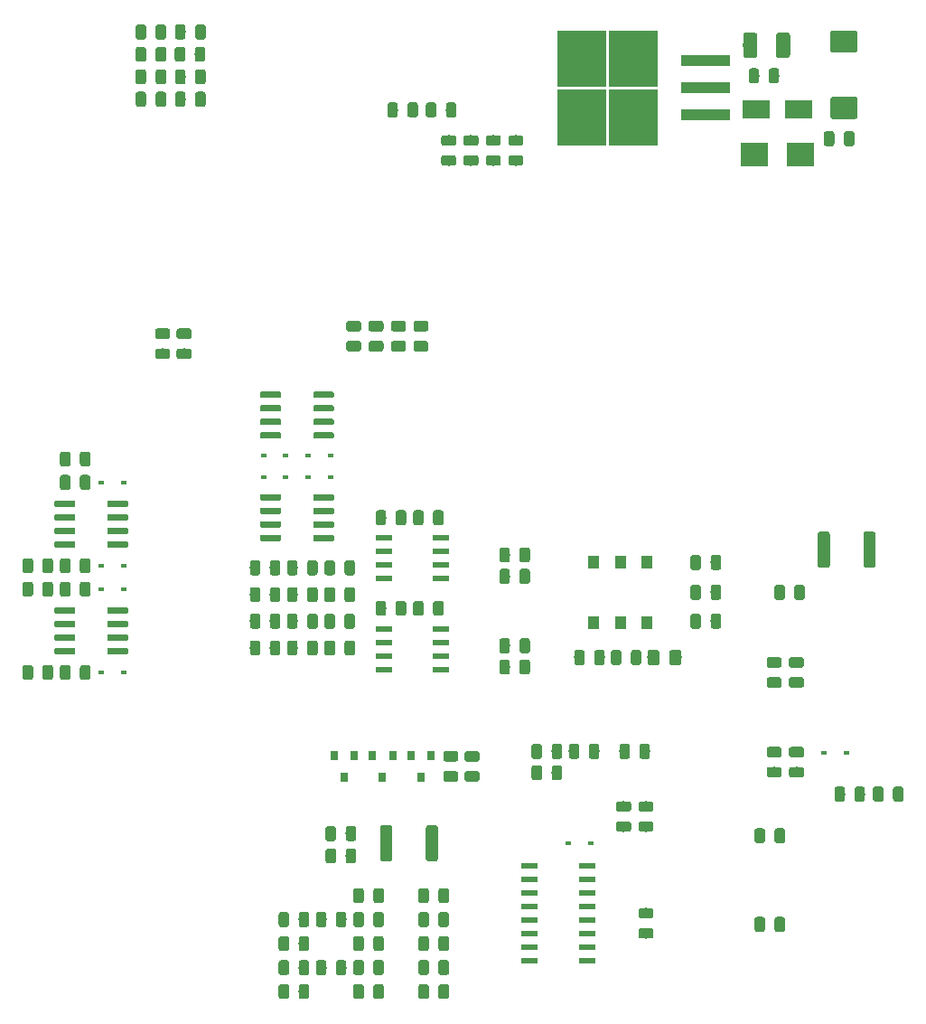
<source format=gtp>
G04 #@! TF.GenerationSoftware,KiCad,Pcbnew,(5.1.4-0-10_14)*
G04 #@! TF.CreationDate,2020-04-01T12:18:43+11:00*
G04 #@! TF.ProjectId,v0.4.4b,76302e34-2e34-4622-9e6b-696361645f70,rev?*
G04 #@! TF.SameCoordinates,Original*
G04 #@! TF.FileFunction,Paste,Top*
G04 #@! TF.FilePolarity,Positive*
%FSLAX46Y46*%
G04 Gerber Fmt 4.6, Leading zero omitted, Abs format (unit mm)*
G04 Created by KiCad (PCBNEW (5.1.4-0-10_14)) date 2020-04-01 12:18:43*
%MOMM*%
%LPD*%
G04 APERTURE LIST*
%ADD10C,0.100000*%
%ADD11C,0.975000*%
%ADD12C,0.600000*%
%ADD13R,2.500000X2.300000*%
%ADD14C,2.075000*%
%ADD15C,1.325000*%
%ADD16R,0.600000X0.450000*%
%ADD17R,1.500000X0.600000*%
%ADD18C,1.150000*%
%ADD19R,1.550000X0.600000*%
%ADD20R,2.500000X1.800000*%
%ADD21R,1.000000X1.150000*%
%ADD22R,4.600000X1.100000*%
%ADD23R,4.550000X5.250000*%
%ADD24R,0.800000X0.900000*%
%ADD25C,1.125000*%
G04 APERTURE END LIST*
D10*
G36*
X179130142Y-96001174D02*
G01*
X179153803Y-96004684D01*
X179177007Y-96010496D01*
X179199529Y-96018554D01*
X179221153Y-96028782D01*
X179241670Y-96041079D01*
X179260883Y-96055329D01*
X179278607Y-96071393D01*
X179294671Y-96089117D01*
X179308921Y-96108330D01*
X179321218Y-96128847D01*
X179331446Y-96150471D01*
X179339504Y-96172993D01*
X179345316Y-96196197D01*
X179348826Y-96219858D01*
X179350000Y-96243750D01*
X179350000Y-97156250D01*
X179348826Y-97180142D01*
X179345316Y-97203803D01*
X179339504Y-97227007D01*
X179331446Y-97249529D01*
X179321218Y-97271153D01*
X179308921Y-97291670D01*
X179294671Y-97310883D01*
X179278607Y-97328607D01*
X179260883Y-97344671D01*
X179241670Y-97358921D01*
X179221153Y-97371218D01*
X179199529Y-97381446D01*
X179177007Y-97389504D01*
X179153803Y-97395316D01*
X179130142Y-97398826D01*
X179106250Y-97400000D01*
X178618750Y-97400000D01*
X178594858Y-97398826D01*
X178571197Y-97395316D01*
X178547993Y-97389504D01*
X178525471Y-97381446D01*
X178503847Y-97371218D01*
X178483330Y-97358921D01*
X178464117Y-97344671D01*
X178446393Y-97328607D01*
X178430329Y-97310883D01*
X178416079Y-97291670D01*
X178403782Y-97271153D01*
X178393554Y-97249529D01*
X178385496Y-97227007D01*
X178379684Y-97203803D01*
X178376174Y-97180142D01*
X178375000Y-97156250D01*
X178375000Y-96243750D01*
X178376174Y-96219858D01*
X178379684Y-96196197D01*
X178385496Y-96172993D01*
X178393554Y-96150471D01*
X178403782Y-96128847D01*
X178416079Y-96108330D01*
X178430329Y-96089117D01*
X178446393Y-96071393D01*
X178464117Y-96055329D01*
X178483330Y-96041079D01*
X178503847Y-96028782D01*
X178525471Y-96018554D01*
X178547993Y-96010496D01*
X178571197Y-96004684D01*
X178594858Y-96001174D01*
X178618750Y-96000000D01*
X179106250Y-96000000D01*
X179130142Y-96001174D01*
X179130142Y-96001174D01*
G37*
D11*
X178862500Y-96700000D03*
D10*
G36*
X181005142Y-96001174D02*
G01*
X181028803Y-96004684D01*
X181052007Y-96010496D01*
X181074529Y-96018554D01*
X181096153Y-96028782D01*
X181116670Y-96041079D01*
X181135883Y-96055329D01*
X181153607Y-96071393D01*
X181169671Y-96089117D01*
X181183921Y-96108330D01*
X181196218Y-96128847D01*
X181206446Y-96150471D01*
X181214504Y-96172993D01*
X181220316Y-96196197D01*
X181223826Y-96219858D01*
X181225000Y-96243750D01*
X181225000Y-97156250D01*
X181223826Y-97180142D01*
X181220316Y-97203803D01*
X181214504Y-97227007D01*
X181206446Y-97249529D01*
X181196218Y-97271153D01*
X181183921Y-97291670D01*
X181169671Y-97310883D01*
X181153607Y-97328607D01*
X181135883Y-97344671D01*
X181116670Y-97358921D01*
X181096153Y-97371218D01*
X181074529Y-97381446D01*
X181052007Y-97389504D01*
X181028803Y-97395316D01*
X181005142Y-97398826D01*
X180981250Y-97400000D01*
X180493750Y-97400000D01*
X180469858Y-97398826D01*
X180446197Y-97395316D01*
X180422993Y-97389504D01*
X180400471Y-97381446D01*
X180378847Y-97371218D01*
X180358330Y-97358921D01*
X180339117Y-97344671D01*
X180321393Y-97328607D01*
X180305329Y-97310883D01*
X180291079Y-97291670D01*
X180278782Y-97271153D01*
X180268554Y-97249529D01*
X180260496Y-97227007D01*
X180254684Y-97203803D01*
X180251174Y-97180142D01*
X180250000Y-97156250D01*
X180250000Y-96243750D01*
X180251174Y-96219858D01*
X180254684Y-96196197D01*
X180260496Y-96172993D01*
X180268554Y-96150471D01*
X180278782Y-96128847D01*
X180291079Y-96108330D01*
X180305329Y-96089117D01*
X180321393Y-96071393D01*
X180339117Y-96055329D01*
X180358330Y-96041079D01*
X180378847Y-96028782D01*
X180400471Y-96018554D01*
X180422993Y-96010496D01*
X180446197Y-96004684D01*
X180469858Y-96001174D01*
X180493750Y-96000000D01*
X180981250Y-96000000D01*
X181005142Y-96001174D01*
X181005142Y-96001174D01*
G37*
D11*
X180737500Y-96700000D03*
D10*
G36*
X179130142Y-90501174D02*
G01*
X179153803Y-90504684D01*
X179177007Y-90510496D01*
X179199529Y-90518554D01*
X179221153Y-90528782D01*
X179241670Y-90541079D01*
X179260883Y-90555329D01*
X179278607Y-90571393D01*
X179294671Y-90589117D01*
X179308921Y-90608330D01*
X179321218Y-90628847D01*
X179331446Y-90650471D01*
X179339504Y-90672993D01*
X179345316Y-90696197D01*
X179348826Y-90719858D01*
X179350000Y-90743750D01*
X179350000Y-91656250D01*
X179348826Y-91680142D01*
X179345316Y-91703803D01*
X179339504Y-91727007D01*
X179331446Y-91749529D01*
X179321218Y-91771153D01*
X179308921Y-91791670D01*
X179294671Y-91810883D01*
X179278607Y-91828607D01*
X179260883Y-91844671D01*
X179241670Y-91858921D01*
X179221153Y-91871218D01*
X179199529Y-91881446D01*
X179177007Y-91889504D01*
X179153803Y-91895316D01*
X179130142Y-91898826D01*
X179106250Y-91900000D01*
X178618750Y-91900000D01*
X178594858Y-91898826D01*
X178571197Y-91895316D01*
X178547993Y-91889504D01*
X178525471Y-91881446D01*
X178503847Y-91871218D01*
X178483330Y-91858921D01*
X178464117Y-91844671D01*
X178446393Y-91828607D01*
X178430329Y-91810883D01*
X178416079Y-91791670D01*
X178403782Y-91771153D01*
X178393554Y-91749529D01*
X178385496Y-91727007D01*
X178379684Y-91703803D01*
X178376174Y-91680142D01*
X178375000Y-91656250D01*
X178375000Y-90743750D01*
X178376174Y-90719858D01*
X178379684Y-90696197D01*
X178385496Y-90672993D01*
X178393554Y-90650471D01*
X178403782Y-90628847D01*
X178416079Y-90608330D01*
X178430329Y-90589117D01*
X178446393Y-90571393D01*
X178464117Y-90555329D01*
X178483330Y-90541079D01*
X178503847Y-90528782D01*
X178525471Y-90518554D01*
X178547993Y-90510496D01*
X178571197Y-90504684D01*
X178594858Y-90501174D01*
X178618750Y-90500000D01*
X179106250Y-90500000D01*
X179130142Y-90501174D01*
X179130142Y-90501174D01*
G37*
D11*
X178862500Y-91200000D03*
D10*
G36*
X181005142Y-90501174D02*
G01*
X181028803Y-90504684D01*
X181052007Y-90510496D01*
X181074529Y-90518554D01*
X181096153Y-90528782D01*
X181116670Y-90541079D01*
X181135883Y-90555329D01*
X181153607Y-90571393D01*
X181169671Y-90589117D01*
X181183921Y-90608330D01*
X181196218Y-90628847D01*
X181206446Y-90650471D01*
X181214504Y-90672993D01*
X181220316Y-90696197D01*
X181223826Y-90719858D01*
X181225000Y-90743750D01*
X181225000Y-91656250D01*
X181223826Y-91680142D01*
X181220316Y-91703803D01*
X181214504Y-91727007D01*
X181206446Y-91749529D01*
X181196218Y-91771153D01*
X181183921Y-91791670D01*
X181169671Y-91810883D01*
X181153607Y-91828607D01*
X181135883Y-91844671D01*
X181116670Y-91858921D01*
X181096153Y-91871218D01*
X181074529Y-91881446D01*
X181052007Y-91889504D01*
X181028803Y-91895316D01*
X181005142Y-91898826D01*
X180981250Y-91900000D01*
X180493750Y-91900000D01*
X180469858Y-91898826D01*
X180446197Y-91895316D01*
X180422993Y-91889504D01*
X180400471Y-91881446D01*
X180378847Y-91871218D01*
X180358330Y-91858921D01*
X180339117Y-91844671D01*
X180321393Y-91828607D01*
X180305329Y-91810883D01*
X180291079Y-91791670D01*
X180278782Y-91771153D01*
X180268554Y-91749529D01*
X180260496Y-91727007D01*
X180254684Y-91703803D01*
X180251174Y-91680142D01*
X180250000Y-91656250D01*
X180250000Y-90743750D01*
X180251174Y-90719858D01*
X180254684Y-90696197D01*
X180260496Y-90672993D01*
X180268554Y-90650471D01*
X180278782Y-90628847D01*
X180291079Y-90608330D01*
X180305329Y-90589117D01*
X180321393Y-90571393D01*
X180339117Y-90555329D01*
X180358330Y-90541079D01*
X180378847Y-90528782D01*
X180400471Y-90518554D01*
X180422993Y-90510496D01*
X180446197Y-90504684D01*
X180469858Y-90501174D01*
X180493750Y-90500000D01*
X180981250Y-90500000D01*
X181005142Y-90501174D01*
X181005142Y-90501174D01*
G37*
D11*
X180737500Y-91200000D03*
D10*
G36*
X139864703Y-79005722D02*
G01*
X139879264Y-79007882D01*
X139893543Y-79011459D01*
X139907403Y-79016418D01*
X139920710Y-79022712D01*
X139933336Y-79030280D01*
X139945159Y-79039048D01*
X139956066Y-79048934D01*
X139965952Y-79059841D01*
X139974720Y-79071664D01*
X139982288Y-79084290D01*
X139988582Y-79097597D01*
X139993541Y-79111457D01*
X139997118Y-79125736D01*
X139999278Y-79140297D01*
X140000000Y-79155000D01*
X140000000Y-79455000D01*
X139999278Y-79469703D01*
X139997118Y-79484264D01*
X139993541Y-79498543D01*
X139988582Y-79512403D01*
X139982288Y-79525710D01*
X139974720Y-79538336D01*
X139965952Y-79550159D01*
X139956066Y-79561066D01*
X139945159Y-79570952D01*
X139933336Y-79579720D01*
X139920710Y-79587288D01*
X139907403Y-79593582D01*
X139893543Y-79598541D01*
X139879264Y-79602118D01*
X139864703Y-79604278D01*
X139850000Y-79605000D01*
X138200000Y-79605000D01*
X138185297Y-79604278D01*
X138170736Y-79602118D01*
X138156457Y-79598541D01*
X138142597Y-79593582D01*
X138129290Y-79587288D01*
X138116664Y-79579720D01*
X138104841Y-79570952D01*
X138093934Y-79561066D01*
X138084048Y-79550159D01*
X138075280Y-79538336D01*
X138067712Y-79525710D01*
X138061418Y-79512403D01*
X138056459Y-79498543D01*
X138052882Y-79484264D01*
X138050722Y-79469703D01*
X138050000Y-79455000D01*
X138050000Y-79155000D01*
X138050722Y-79140297D01*
X138052882Y-79125736D01*
X138056459Y-79111457D01*
X138061418Y-79097597D01*
X138067712Y-79084290D01*
X138075280Y-79071664D01*
X138084048Y-79059841D01*
X138093934Y-79048934D01*
X138104841Y-79039048D01*
X138116664Y-79030280D01*
X138129290Y-79022712D01*
X138142597Y-79016418D01*
X138156457Y-79011459D01*
X138170736Y-79007882D01*
X138185297Y-79005722D01*
X138200000Y-79005000D01*
X139850000Y-79005000D01*
X139864703Y-79005722D01*
X139864703Y-79005722D01*
G37*
D12*
X139025000Y-79305000D03*
D10*
G36*
X139864703Y-77735722D02*
G01*
X139879264Y-77737882D01*
X139893543Y-77741459D01*
X139907403Y-77746418D01*
X139920710Y-77752712D01*
X139933336Y-77760280D01*
X139945159Y-77769048D01*
X139956066Y-77778934D01*
X139965952Y-77789841D01*
X139974720Y-77801664D01*
X139982288Y-77814290D01*
X139988582Y-77827597D01*
X139993541Y-77841457D01*
X139997118Y-77855736D01*
X139999278Y-77870297D01*
X140000000Y-77885000D01*
X140000000Y-78185000D01*
X139999278Y-78199703D01*
X139997118Y-78214264D01*
X139993541Y-78228543D01*
X139988582Y-78242403D01*
X139982288Y-78255710D01*
X139974720Y-78268336D01*
X139965952Y-78280159D01*
X139956066Y-78291066D01*
X139945159Y-78300952D01*
X139933336Y-78309720D01*
X139920710Y-78317288D01*
X139907403Y-78323582D01*
X139893543Y-78328541D01*
X139879264Y-78332118D01*
X139864703Y-78334278D01*
X139850000Y-78335000D01*
X138200000Y-78335000D01*
X138185297Y-78334278D01*
X138170736Y-78332118D01*
X138156457Y-78328541D01*
X138142597Y-78323582D01*
X138129290Y-78317288D01*
X138116664Y-78309720D01*
X138104841Y-78300952D01*
X138093934Y-78291066D01*
X138084048Y-78280159D01*
X138075280Y-78268336D01*
X138067712Y-78255710D01*
X138061418Y-78242403D01*
X138056459Y-78228543D01*
X138052882Y-78214264D01*
X138050722Y-78199703D01*
X138050000Y-78185000D01*
X138050000Y-77885000D01*
X138050722Y-77870297D01*
X138052882Y-77855736D01*
X138056459Y-77841457D01*
X138061418Y-77827597D01*
X138067712Y-77814290D01*
X138075280Y-77801664D01*
X138084048Y-77789841D01*
X138093934Y-77778934D01*
X138104841Y-77769048D01*
X138116664Y-77760280D01*
X138129290Y-77752712D01*
X138142597Y-77746418D01*
X138156457Y-77741459D01*
X138170736Y-77737882D01*
X138185297Y-77735722D01*
X138200000Y-77735000D01*
X139850000Y-77735000D01*
X139864703Y-77735722D01*
X139864703Y-77735722D01*
G37*
D12*
X139025000Y-78035000D03*
D10*
G36*
X139864703Y-76465722D02*
G01*
X139879264Y-76467882D01*
X139893543Y-76471459D01*
X139907403Y-76476418D01*
X139920710Y-76482712D01*
X139933336Y-76490280D01*
X139945159Y-76499048D01*
X139956066Y-76508934D01*
X139965952Y-76519841D01*
X139974720Y-76531664D01*
X139982288Y-76544290D01*
X139988582Y-76557597D01*
X139993541Y-76571457D01*
X139997118Y-76585736D01*
X139999278Y-76600297D01*
X140000000Y-76615000D01*
X140000000Y-76915000D01*
X139999278Y-76929703D01*
X139997118Y-76944264D01*
X139993541Y-76958543D01*
X139988582Y-76972403D01*
X139982288Y-76985710D01*
X139974720Y-76998336D01*
X139965952Y-77010159D01*
X139956066Y-77021066D01*
X139945159Y-77030952D01*
X139933336Y-77039720D01*
X139920710Y-77047288D01*
X139907403Y-77053582D01*
X139893543Y-77058541D01*
X139879264Y-77062118D01*
X139864703Y-77064278D01*
X139850000Y-77065000D01*
X138200000Y-77065000D01*
X138185297Y-77064278D01*
X138170736Y-77062118D01*
X138156457Y-77058541D01*
X138142597Y-77053582D01*
X138129290Y-77047288D01*
X138116664Y-77039720D01*
X138104841Y-77030952D01*
X138093934Y-77021066D01*
X138084048Y-77010159D01*
X138075280Y-76998336D01*
X138067712Y-76985710D01*
X138061418Y-76972403D01*
X138056459Y-76958543D01*
X138052882Y-76944264D01*
X138050722Y-76929703D01*
X138050000Y-76915000D01*
X138050000Y-76615000D01*
X138050722Y-76600297D01*
X138052882Y-76585736D01*
X138056459Y-76571457D01*
X138061418Y-76557597D01*
X138067712Y-76544290D01*
X138075280Y-76531664D01*
X138084048Y-76519841D01*
X138093934Y-76508934D01*
X138104841Y-76499048D01*
X138116664Y-76490280D01*
X138129290Y-76482712D01*
X138142597Y-76476418D01*
X138156457Y-76471459D01*
X138170736Y-76467882D01*
X138185297Y-76465722D01*
X138200000Y-76465000D01*
X139850000Y-76465000D01*
X139864703Y-76465722D01*
X139864703Y-76465722D01*
G37*
D12*
X139025000Y-76765000D03*
D10*
G36*
X139864703Y-75195722D02*
G01*
X139879264Y-75197882D01*
X139893543Y-75201459D01*
X139907403Y-75206418D01*
X139920710Y-75212712D01*
X139933336Y-75220280D01*
X139945159Y-75229048D01*
X139956066Y-75238934D01*
X139965952Y-75249841D01*
X139974720Y-75261664D01*
X139982288Y-75274290D01*
X139988582Y-75287597D01*
X139993541Y-75301457D01*
X139997118Y-75315736D01*
X139999278Y-75330297D01*
X140000000Y-75345000D01*
X140000000Y-75645000D01*
X139999278Y-75659703D01*
X139997118Y-75674264D01*
X139993541Y-75688543D01*
X139988582Y-75702403D01*
X139982288Y-75715710D01*
X139974720Y-75728336D01*
X139965952Y-75740159D01*
X139956066Y-75751066D01*
X139945159Y-75760952D01*
X139933336Y-75769720D01*
X139920710Y-75777288D01*
X139907403Y-75783582D01*
X139893543Y-75788541D01*
X139879264Y-75792118D01*
X139864703Y-75794278D01*
X139850000Y-75795000D01*
X138200000Y-75795000D01*
X138185297Y-75794278D01*
X138170736Y-75792118D01*
X138156457Y-75788541D01*
X138142597Y-75783582D01*
X138129290Y-75777288D01*
X138116664Y-75769720D01*
X138104841Y-75760952D01*
X138093934Y-75751066D01*
X138084048Y-75740159D01*
X138075280Y-75728336D01*
X138067712Y-75715710D01*
X138061418Y-75702403D01*
X138056459Y-75688543D01*
X138052882Y-75674264D01*
X138050722Y-75659703D01*
X138050000Y-75645000D01*
X138050000Y-75345000D01*
X138050722Y-75330297D01*
X138052882Y-75315736D01*
X138056459Y-75301457D01*
X138061418Y-75287597D01*
X138067712Y-75274290D01*
X138075280Y-75261664D01*
X138084048Y-75249841D01*
X138093934Y-75238934D01*
X138104841Y-75229048D01*
X138116664Y-75220280D01*
X138129290Y-75212712D01*
X138142597Y-75206418D01*
X138156457Y-75201459D01*
X138170736Y-75197882D01*
X138185297Y-75195722D01*
X138200000Y-75195000D01*
X139850000Y-75195000D01*
X139864703Y-75195722D01*
X139864703Y-75195722D01*
G37*
D12*
X139025000Y-75495000D03*
D10*
G36*
X144814703Y-75195722D02*
G01*
X144829264Y-75197882D01*
X144843543Y-75201459D01*
X144857403Y-75206418D01*
X144870710Y-75212712D01*
X144883336Y-75220280D01*
X144895159Y-75229048D01*
X144906066Y-75238934D01*
X144915952Y-75249841D01*
X144924720Y-75261664D01*
X144932288Y-75274290D01*
X144938582Y-75287597D01*
X144943541Y-75301457D01*
X144947118Y-75315736D01*
X144949278Y-75330297D01*
X144950000Y-75345000D01*
X144950000Y-75645000D01*
X144949278Y-75659703D01*
X144947118Y-75674264D01*
X144943541Y-75688543D01*
X144938582Y-75702403D01*
X144932288Y-75715710D01*
X144924720Y-75728336D01*
X144915952Y-75740159D01*
X144906066Y-75751066D01*
X144895159Y-75760952D01*
X144883336Y-75769720D01*
X144870710Y-75777288D01*
X144857403Y-75783582D01*
X144843543Y-75788541D01*
X144829264Y-75792118D01*
X144814703Y-75794278D01*
X144800000Y-75795000D01*
X143150000Y-75795000D01*
X143135297Y-75794278D01*
X143120736Y-75792118D01*
X143106457Y-75788541D01*
X143092597Y-75783582D01*
X143079290Y-75777288D01*
X143066664Y-75769720D01*
X143054841Y-75760952D01*
X143043934Y-75751066D01*
X143034048Y-75740159D01*
X143025280Y-75728336D01*
X143017712Y-75715710D01*
X143011418Y-75702403D01*
X143006459Y-75688543D01*
X143002882Y-75674264D01*
X143000722Y-75659703D01*
X143000000Y-75645000D01*
X143000000Y-75345000D01*
X143000722Y-75330297D01*
X143002882Y-75315736D01*
X143006459Y-75301457D01*
X143011418Y-75287597D01*
X143017712Y-75274290D01*
X143025280Y-75261664D01*
X143034048Y-75249841D01*
X143043934Y-75238934D01*
X143054841Y-75229048D01*
X143066664Y-75220280D01*
X143079290Y-75212712D01*
X143092597Y-75206418D01*
X143106457Y-75201459D01*
X143120736Y-75197882D01*
X143135297Y-75195722D01*
X143150000Y-75195000D01*
X144800000Y-75195000D01*
X144814703Y-75195722D01*
X144814703Y-75195722D01*
G37*
D12*
X143975000Y-75495000D03*
D10*
G36*
X144814703Y-76465722D02*
G01*
X144829264Y-76467882D01*
X144843543Y-76471459D01*
X144857403Y-76476418D01*
X144870710Y-76482712D01*
X144883336Y-76490280D01*
X144895159Y-76499048D01*
X144906066Y-76508934D01*
X144915952Y-76519841D01*
X144924720Y-76531664D01*
X144932288Y-76544290D01*
X144938582Y-76557597D01*
X144943541Y-76571457D01*
X144947118Y-76585736D01*
X144949278Y-76600297D01*
X144950000Y-76615000D01*
X144950000Y-76915000D01*
X144949278Y-76929703D01*
X144947118Y-76944264D01*
X144943541Y-76958543D01*
X144938582Y-76972403D01*
X144932288Y-76985710D01*
X144924720Y-76998336D01*
X144915952Y-77010159D01*
X144906066Y-77021066D01*
X144895159Y-77030952D01*
X144883336Y-77039720D01*
X144870710Y-77047288D01*
X144857403Y-77053582D01*
X144843543Y-77058541D01*
X144829264Y-77062118D01*
X144814703Y-77064278D01*
X144800000Y-77065000D01*
X143150000Y-77065000D01*
X143135297Y-77064278D01*
X143120736Y-77062118D01*
X143106457Y-77058541D01*
X143092597Y-77053582D01*
X143079290Y-77047288D01*
X143066664Y-77039720D01*
X143054841Y-77030952D01*
X143043934Y-77021066D01*
X143034048Y-77010159D01*
X143025280Y-76998336D01*
X143017712Y-76985710D01*
X143011418Y-76972403D01*
X143006459Y-76958543D01*
X143002882Y-76944264D01*
X143000722Y-76929703D01*
X143000000Y-76915000D01*
X143000000Y-76615000D01*
X143000722Y-76600297D01*
X143002882Y-76585736D01*
X143006459Y-76571457D01*
X143011418Y-76557597D01*
X143017712Y-76544290D01*
X143025280Y-76531664D01*
X143034048Y-76519841D01*
X143043934Y-76508934D01*
X143054841Y-76499048D01*
X143066664Y-76490280D01*
X143079290Y-76482712D01*
X143092597Y-76476418D01*
X143106457Y-76471459D01*
X143120736Y-76467882D01*
X143135297Y-76465722D01*
X143150000Y-76465000D01*
X144800000Y-76465000D01*
X144814703Y-76465722D01*
X144814703Y-76465722D01*
G37*
D12*
X143975000Y-76765000D03*
D10*
G36*
X144814703Y-77735722D02*
G01*
X144829264Y-77737882D01*
X144843543Y-77741459D01*
X144857403Y-77746418D01*
X144870710Y-77752712D01*
X144883336Y-77760280D01*
X144895159Y-77769048D01*
X144906066Y-77778934D01*
X144915952Y-77789841D01*
X144924720Y-77801664D01*
X144932288Y-77814290D01*
X144938582Y-77827597D01*
X144943541Y-77841457D01*
X144947118Y-77855736D01*
X144949278Y-77870297D01*
X144950000Y-77885000D01*
X144950000Y-78185000D01*
X144949278Y-78199703D01*
X144947118Y-78214264D01*
X144943541Y-78228543D01*
X144938582Y-78242403D01*
X144932288Y-78255710D01*
X144924720Y-78268336D01*
X144915952Y-78280159D01*
X144906066Y-78291066D01*
X144895159Y-78300952D01*
X144883336Y-78309720D01*
X144870710Y-78317288D01*
X144857403Y-78323582D01*
X144843543Y-78328541D01*
X144829264Y-78332118D01*
X144814703Y-78334278D01*
X144800000Y-78335000D01*
X143150000Y-78335000D01*
X143135297Y-78334278D01*
X143120736Y-78332118D01*
X143106457Y-78328541D01*
X143092597Y-78323582D01*
X143079290Y-78317288D01*
X143066664Y-78309720D01*
X143054841Y-78300952D01*
X143043934Y-78291066D01*
X143034048Y-78280159D01*
X143025280Y-78268336D01*
X143017712Y-78255710D01*
X143011418Y-78242403D01*
X143006459Y-78228543D01*
X143002882Y-78214264D01*
X143000722Y-78199703D01*
X143000000Y-78185000D01*
X143000000Y-77885000D01*
X143000722Y-77870297D01*
X143002882Y-77855736D01*
X143006459Y-77841457D01*
X143011418Y-77827597D01*
X143017712Y-77814290D01*
X143025280Y-77801664D01*
X143034048Y-77789841D01*
X143043934Y-77778934D01*
X143054841Y-77769048D01*
X143066664Y-77760280D01*
X143079290Y-77752712D01*
X143092597Y-77746418D01*
X143106457Y-77741459D01*
X143120736Y-77737882D01*
X143135297Y-77735722D01*
X143150000Y-77735000D01*
X144800000Y-77735000D01*
X144814703Y-77735722D01*
X144814703Y-77735722D01*
G37*
D12*
X143975000Y-78035000D03*
D10*
G36*
X144814703Y-79005722D02*
G01*
X144829264Y-79007882D01*
X144843543Y-79011459D01*
X144857403Y-79016418D01*
X144870710Y-79022712D01*
X144883336Y-79030280D01*
X144895159Y-79039048D01*
X144906066Y-79048934D01*
X144915952Y-79059841D01*
X144924720Y-79071664D01*
X144932288Y-79084290D01*
X144938582Y-79097597D01*
X144943541Y-79111457D01*
X144947118Y-79125736D01*
X144949278Y-79140297D01*
X144950000Y-79155000D01*
X144950000Y-79455000D01*
X144949278Y-79469703D01*
X144947118Y-79484264D01*
X144943541Y-79498543D01*
X144938582Y-79512403D01*
X144932288Y-79525710D01*
X144924720Y-79538336D01*
X144915952Y-79550159D01*
X144906066Y-79561066D01*
X144895159Y-79570952D01*
X144883336Y-79579720D01*
X144870710Y-79587288D01*
X144857403Y-79593582D01*
X144843543Y-79598541D01*
X144829264Y-79602118D01*
X144814703Y-79604278D01*
X144800000Y-79605000D01*
X143150000Y-79605000D01*
X143135297Y-79604278D01*
X143120736Y-79602118D01*
X143106457Y-79598541D01*
X143092597Y-79593582D01*
X143079290Y-79587288D01*
X143066664Y-79579720D01*
X143054841Y-79570952D01*
X143043934Y-79561066D01*
X143034048Y-79550159D01*
X143025280Y-79538336D01*
X143017712Y-79525710D01*
X143011418Y-79512403D01*
X143006459Y-79498543D01*
X143002882Y-79484264D01*
X143000722Y-79469703D01*
X143000000Y-79455000D01*
X143000000Y-79155000D01*
X143000722Y-79140297D01*
X143002882Y-79125736D01*
X143006459Y-79111457D01*
X143011418Y-79097597D01*
X143017712Y-79084290D01*
X143025280Y-79071664D01*
X143034048Y-79059841D01*
X143043934Y-79048934D01*
X143054841Y-79039048D01*
X143066664Y-79030280D01*
X143079290Y-79022712D01*
X143092597Y-79016418D01*
X143106457Y-79011459D01*
X143120736Y-79007882D01*
X143135297Y-79005722D01*
X143150000Y-79005000D01*
X144800000Y-79005000D01*
X144814703Y-79005722D01*
X144814703Y-79005722D01*
G37*
D12*
X143975000Y-79305000D03*
D10*
G36*
X139864703Y-88605722D02*
G01*
X139879264Y-88607882D01*
X139893543Y-88611459D01*
X139907403Y-88616418D01*
X139920710Y-88622712D01*
X139933336Y-88630280D01*
X139945159Y-88639048D01*
X139956066Y-88648934D01*
X139965952Y-88659841D01*
X139974720Y-88671664D01*
X139982288Y-88684290D01*
X139988582Y-88697597D01*
X139993541Y-88711457D01*
X139997118Y-88725736D01*
X139999278Y-88740297D01*
X140000000Y-88755000D01*
X140000000Y-89055000D01*
X139999278Y-89069703D01*
X139997118Y-89084264D01*
X139993541Y-89098543D01*
X139988582Y-89112403D01*
X139982288Y-89125710D01*
X139974720Y-89138336D01*
X139965952Y-89150159D01*
X139956066Y-89161066D01*
X139945159Y-89170952D01*
X139933336Y-89179720D01*
X139920710Y-89187288D01*
X139907403Y-89193582D01*
X139893543Y-89198541D01*
X139879264Y-89202118D01*
X139864703Y-89204278D01*
X139850000Y-89205000D01*
X138200000Y-89205000D01*
X138185297Y-89204278D01*
X138170736Y-89202118D01*
X138156457Y-89198541D01*
X138142597Y-89193582D01*
X138129290Y-89187288D01*
X138116664Y-89179720D01*
X138104841Y-89170952D01*
X138093934Y-89161066D01*
X138084048Y-89150159D01*
X138075280Y-89138336D01*
X138067712Y-89125710D01*
X138061418Y-89112403D01*
X138056459Y-89098543D01*
X138052882Y-89084264D01*
X138050722Y-89069703D01*
X138050000Y-89055000D01*
X138050000Y-88755000D01*
X138050722Y-88740297D01*
X138052882Y-88725736D01*
X138056459Y-88711457D01*
X138061418Y-88697597D01*
X138067712Y-88684290D01*
X138075280Y-88671664D01*
X138084048Y-88659841D01*
X138093934Y-88648934D01*
X138104841Y-88639048D01*
X138116664Y-88630280D01*
X138129290Y-88622712D01*
X138142597Y-88616418D01*
X138156457Y-88611459D01*
X138170736Y-88607882D01*
X138185297Y-88605722D01*
X138200000Y-88605000D01*
X139850000Y-88605000D01*
X139864703Y-88605722D01*
X139864703Y-88605722D01*
G37*
D12*
X139025000Y-88905000D03*
D10*
G36*
X139864703Y-87335722D02*
G01*
X139879264Y-87337882D01*
X139893543Y-87341459D01*
X139907403Y-87346418D01*
X139920710Y-87352712D01*
X139933336Y-87360280D01*
X139945159Y-87369048D01*
X139956066Y-87378934D01*
X139965952Y-87389841D01*
X139974720Y-87401664D01*
X139982288Y-87414290D01*
X139988582Y-87427597D01*
X139993541Y-87441457D01*
X139997118Y-87455736D01*
X139999278Y-87470297D01*
X140000000Y-87485000D01*
X140000000Y-87785000D01*
X139999278Y-87799703D01*
X139997118Y-87814264D01*
X139993541Y-87828543D01*
X139988582Y-87842403D01*
X139982288Y-87855710D01*
X139974720Y-87868336D01*
X139965952Y-87880159D01*
X139956066Y-87891066D01*
X139945159Y-87900952D01*
X139933336Y-87909720D01*
X139920710Y-87917288D01*
X139907403Y-87923582D01*
X139893543Y-87928541D01*
X139879264Y-87932118D01*
X139864703Y-87934278D01*
X139850000Y-87935000D01*
X138200000Y-87935000D01*
X138185297Y-87934278D01*
X138170736Y-87932118D01*
X138156457Y-87928541D01*
X138142597Y-87923582D01*
X138129290Y-87917288D01*
X138116664Y-87909720D01*
X138104841Y-87900952D01*
X138093934Y-87891066D01*
X138084048Y-87880159D01*
X138075280Y-87868336D01*
X138067712Y-87855710D01*
X138061418Y-87842403D01*
X138056459Y-87828543D01*
X138052882Y-87814264D01*
X138050722Y-87799703D01*
X138050000Y-87785000D01*
X138050000Y-87485000D01*
X138050722Y-87470297D01*
X138052882Y-87455736D01*
X138056459Y-87441457D01*
X138061418Y-87427597D01*
X138067712Y-87414290D01*
X138075280Y-87401664D01*
X138084048Y-87389841D01*
X138093934Y-87378934D01*
X138104841Y-87369048D01*
X138116664Y-87360280D01*
X138129290Y-87352712D01*
X138142597Y-87346418D01*
X138156457Y-87341459D01*
X138170736Y-87337882D01*
X138185297Y-87335722D01*
X138200000Y-87335000D01*
X139850000Y-87335000D01*
X139864703Y-87335722D01*
X139864703Y-87335722D01*
G37*
D12*
X139025000Y-87635000D03*
D10*
G36*
X139864703Y-86065722D02*
G01*
X139879264Y-86067882D01*
X139893543Y-86071459D01*
X139907403Y-86076418D01*
X139920710Y-86082712D01*
X139933336Y-86090280D01*
X139945159Y-86099048D01*
X139956066Y-86108934D01*
X139965952Y-86119841D01*
X139974720Y-86131664D01*
X139982288Y-86144290D01*
X139988582Y-86157597D01*
X139993541Y-86171457D01*
X139997118Y-86185736D01*
X139999278Y-86200297D01*
X140000000Y-86215000D01*
X140000000Y-86515000D01*
X139999278Y-86529703D01*
X139997118Y-86544264D01*
X139993541Y-86558543D01*
X139988582Y-86572403D01*
X139982288Y-86585710D01*
X139974720Y-86598336D01*
X139965952Y-86610159D01*
X139956066Y-86621066D01*
X139945159Y-86630952D01*
X139933336Y-86639720D01*
X139920710Y-86647288D01*
X139907403Y-86653582D01*
X139893543Y-86658541D01*
X139879264Y-86662118D01*
X139864703Y-86664278D01*
X139850000Y-86665000D01*
X138200000Y-86665000D01*
X138185297Y-86664278D01*
X138170736Y-86662118D01*
X138156457Y-86658541D01*
X138142597Y-86653582D01*
X138129290Y-86647288D01*
X138116664Y-86639720D01*
X138104841Y-86630952D01*
X138093934Y-86621066D01*
X138084048Y-86610159D01*
X138075280Y-86598336D01*
X138067712Y-86585710D01*
X138061418Y-86572403D01*
X138056459Y-86558543D01*
X138052882Y-86544264D01*
X138050722Y-86529703D01*
X138050000Y-86515000D01*
X138050000Y-86215000D01*
X138050722Y-86200297D01*
X138052882Y-86185736D01*
X138056459Y-86171457D01*
X138061418Y-86157597D01*
X138067712Y-86144290D01*
X138075280Y-86131664D01*
X138084048Y-86119841D01*
X138093934Y-86108934D01*
X138104841Y-86099048D01*
X138116664Y-86090280D01*
X138129290Y-86082712D01*
X138142597Y-86076418D01*
X138156457Y-86071459D01*
X138170736Y-86067882D01*
X138185297Y-86065722D01*
X138200000Y-86065000D01*
X139850000Y-86065000D01*
X139864703Y-86065722D01*
X139864703Y-86065722D01*
G37*
D12*
X139025000Y-86365000D03*
D10*
G36*
X139864703Y-84795722D02*
G01*
X139879264Y-84797882D01*
X139893543Y-84801459D01*
X139907403Y-84806418D01*
X139920710Y-84812712D01*
X139933336Y-84820280D01*
X139945159Y-84829048D01*
X139956066Y-84838934D01*
X139965952Y-84849841D01*
X139974720Y-84861664D01*
X139982288Y-84874290D01*
X139988582Y-84887597D01*
X139993541Y-84901457D01*
X139997118Y-84915736D01*
X139999278Y-84930297D01*
X140000000Y-84945000D01*
X140000000Y-85245000D01*
X139999278Y-85259703D01*
X139997118Y-85274264D01*
X139993541Y-85288543D01*
X139988582Y-85302403D01*
X139982288Y-85315710D01*
X139974720Y-85328336D01*
X139965952Y-85340159D01*
X139956066Y-85351066D01*
X139945159Y-85360952D01*
X139933336Y-85369720D01*
X139920710Y-85377288D01*
X139907403Y-85383582D01*
X139893543Y-85388541D01*
X139879264Y-85392118D01*
X139864703Y-85394278D01*
X139850000Y-85395000D01*
X138200000Y-85395000D01*
X138185297Y-85394278D01*
X138170736Y-85392118D01*
X138156457Y-85388541D01*
X138142597Y-85383582D01*
X138129290Y-85377288D01*
X138116664Y-85369720D01*
X138104841Y-85360952D01*
X138093934Y-85351066D01*
X138084048Y-85340159D01*
X138075280Y-85328336D01*
X138067712Y-85315710D01*
X138061418Y-85302403D01*
X138056459Y-85288543D01*
X138052882Y-85274264D01*
X138050722Y-85259703D01*
X138050000Y-85245000D01*
X138050000Y-84945000D01*
X138050722Y-84930297D01*
X138052882Y-84915736D01*
X138056459Y-84901457D01*
X138061418Y-84887597D01*
X138067712Y-84874290D01*
X138075280Y-84861664D01*
X138084048Y-84849841D01*
X138093934Y-84838934D01*
X138104841Y-84829048D01*
X138116664Y-84820280D01*
X138129290Y-84812712D01*
X138142597Y-84806418D01*
X138156457Y-84801459D01*
X138170736Y-84797882D01*
X138185297Y-84795722D01*
X138200000Y-84795000D01*
X139850000Y-84795000D01*
X139864703Y-84795722D01*
X139864703Y-84795722D01*
G37*
D12*
X139025000Y-85095000D03*
D10*
G36*
X144814703Y-84795722D02*
G01*
X144829264Y-84797882D01*
X144843543Y-84801459D01*
X144857403Y-84806418D01*
X144870710Y-84812712D01*
X144883336Y-84820280D01*
X144895159Y-84829048D01*
X144906066Y-84838934D01*
X144915952Y-84849841D01*
X144924720Y-84861664D01*
X144932288Y-84874290D01*
X144938582Y-84887597D01*
X144943541Y-84901457D01*
X144947118Y-84915736D01*
X144949278Y-84930297D01*
X144950000Y-84945000D01*
X144950000Y-85245000D01*
X144949278Y-85259703D01*
X144947118Y-85274264D01*
X144943541Y-85288543D01*
X144938582Y-85302403D01*
X144932288Y-85315710D01*
X144924720Y-85328336D01*
X144915952Y-85340159D01*
X144906066Y-85351066D01*
X144895159Y-85360952D01*
X144883336Y-85369720D01*
X144870710Y-85377288D01*
X144857403Y-85383582D01*
X144843543Y-85388541D01*
X144829264Y-85392118D01*
X144814703Y-85394278D01*
X144800000Y-85395000D01*
X143150000Y-85395000D01*
X143135297Y-85394278D01*
X143120736Y-85392118D01*
X143106457Y-85388541D01*
X143092597Y-85383582D01*
X143079290Y-85377288D01*
X143066664Y-85369720D01*
X143054841Y-85360952D01*
X143043934Y-85351066D01*
X143034048Y-85340159D01*
X143025280Y-85328336D01*
X143017712Y-85315710D01*
X143011418Y-85302403D01*
X143006459Y-85288543D01*
X143002882Y-85274264D01*
X143000722Y-85259703D01*
X143000000Y-85245000D01*
X143000000Y-84945000D01*
X143000722Y-84930297D01*
X143002882Y-84915736D01*
X143006459Y-84901457D01*
X143011418Y-84887597D01*
X143017712Y-84874290D01*
X143025280Y-84861664D01*
X143034048Y-84849841D01*
X143043934Y-84838934D01*
X143054841Y-84829048D01*
X143066664Y-84820280D01*
X143079290Y-84812712D01*
X143092597Y-84806418D01*
X143106457Y-84801459D01*
X143120736Y-84797882D01*
X143135297Y-84795722D01*
X143150000Y-84795000D01*
X144800000Y-84795000D01*
X144814703Y-84795722D01*
X144814703Y-84795722D01*
G37*
D12*
X143975000Y-85095000D03*
D10*
G36*
X144814703Y-86065722D02*
G01*
X144829264Y-86067882D01*
X144843543Y-86071459D01*
X144857403Y-86076418D01*
X144870710Y-86082712D01*
X144883336Y-86090280D01*
X144895159Y-86099048D01*
X144906066Y-86108934D01*
X144915952Y-86119841D01*
X144924720Y-86131664D01*
X144932288Y-86144290D01*
X144938582Y-86157597D01*
X144943541Y-86171457D01*
X144947118Y-86185736D01*
X144949278Y-86200297D01*
X144950000Y-86215000D01*
X144950000Y-86515000D01*
X144949278Y-86529703D01*
X144947118Y-86544264D01*
X144943541Y-86558543D01*
X144938582Y-86572403D01*
X144932288Y-86585710D01*
X144924720Y-86598336D01*
X144915952Y-86610159D01*
X144906066Y-86621066D01*
X144895159Y-86630952D01*
X144883336Y-86639720D01*
X144870710Y-86647288D01*
X144857403Y-86653582D01*
X144843543Y-86658541D01*
X144829264Y-86662118D01*
X144814703Y-86664278D01*
X144800000Y-86665000D01*
X143150000Y-86665000D01*
X143135297Y-86664278D01*
X143120736Y-86662118D01*
X143106457Y-86658541D01*
X143092597Y-86653582D01*
X143079290Y-86647288D01*
X143066664Y-86639720D01*
X143054841Y-86630952D01*
X143043934Y-86621066D01*
X143034048Y-86610159D01*
X143025280Y-86598336D01*
X143017712Y-86585710D01*
X143011418Y-86572403D01*
X143006459Y-86558543D01*
X143002882Y-86544264D01*
X143000722Y-86529703D01*
X143000000Y-86515000D01*
X143000000Y-86215000D01*
X143000722Y-86200297D01*
X143002882Y-86185736D01*
X143006459Y-86171457D01*
X143011418Y-86157597D01*
X143017712Y-86144290D01*
X143025280Y-86131664D01*
X143034048Y-86119841D01*
X143043934Y-86108934D01*
X143054841Y-86099048D01*
X143066664Y-86090280D01*
X143079290Y-86082712D01*
X143092597Y-86076418D01*
X143106457Y-86071459D01*
X143120736Y-86067882D01*
X143135297Y-86065722D01*
X143150000Y-86065000D01*
X144800000Y-86065000D01*
X144814703Y-86065722D01*
X144814703Y-86065722D01*
G37*
D12*
X143975000Y-86365000D03*
D10*
G36*
X144814703Y-87335722D02*
G01*
X144829264Y-87337882D01*
X144843543Y-87341459D01*
X144857403Y-87346418D01*
X144870710Y-87352712D01*
X144883336Y-87360280D01*
X144895159Y-87369048D01*
X144906066Y-87378934D01*
X144915952Y-87389841D01*
X144924720Y-87401664D01*
X144932288Y-87414290D01*
X144938582Y-87427597D01*
X144943541Y-87441457D01*
X144947118Y-87455736D01*
X144949278Y-87470297D01*
X144950000Y-87485000D01*
X144950000Y-87785000D01*
X144949278Y-87799703D01*
X144947118Y-87814264D01*
X144943541Y-87828543D01*
X144938582Y-87842403D01*
X144932288Y-87855710D01*
X144924720Y-87868336D01*
X144915952Y-87880159D01*
X144906066Y-87891066D01*
X144895159Y-87900952D01*
X144883336Y-87909720D01*
X144870710Y-87917288D01*
X144857403Y-87923582D01*
X144843543Y-87928541D01*
X144829264Y-87932118D01*
X144814703Y-87934278D01*
X144800000Y-87935000D01*
X143150000Y-87935000D01*
X143135297Y-87934278D01*
X143120736Y-87932118D01*
X143106457Y-87928541D01*
X143092597Y-87923582D01*
X143079290Y-87917288D01*
X143066664Y-87909720D01*
X143054841Y-87900952D01*
X143043934Y-87891066D01*
X143034048Y-87880159D01*
X143025280Y-87868336D01*
X143017712Y-87855710D01*
X143011418Y-87842403D01*
X143006459Y-87828543D01*
X143002882Y-87814264D01*
X143000722Y-87799703D01*
X143000000Y-87785000D01*
X143000000Y-87485000D01*
X143000722Y-87470297D01*
X143002882Y-87455736D01*
X143006459Y-87441457D01*
X143011418Y-87427597D01*
X143017712Y-87414290D01*
X143025280Y-87401664D01*
X143034048Y-87389841D01*
X143043934Y-87378934D01*
X143054841Y-87369048D01*
X143066664Y-87360280D01*
X143079290Y-87352712D01*
X143092597Y-87346418D01*
X143106457Y-87341459D01*
X143120736Y-87337882D01*
X143135297Y-87335722D01*
X143150000Y-87335000D01*
X144800000Y-87335000D01*
X144814703Y-87335722D01*
X144814703Y-87335722D01*
G37*
D12*
X143975000Y-87635000D03*
D10*
G36*
X144814703Y-88605722D02*
G01*
X144829264Y-88607882D01*
X144843543Y-88611459D01*
X144857403Y-88616418D01*
X144870710Y-88622712D01*
X144883336Y-88630280D01*
X144895159Y-88639048D01*
X144906066Y-88648934D01*
X144915952Y-88659841D01*
X144924720Y-88671664D01*
X144932288Y-88684290D01*
X144938582Y-88697597D01*
X144943541Y-88711457D01*
X144947118Y-88725736D01*
X144949278Y-88740297D01*
X144950000Y-88755000D01*
X144950000Y-89055000D01*
X144949278Y-89069703D01*
X144947118Y-89084264D01*
X144943541Y-89098543D01*
X144938582Y-89112403D01*
X144932288Y-89125710D01*
X144924720Y-89138336D01*
X144915952Y-89150159D01*
X144906066Y-89161066D01*
X144895159Y-89170952D01*
X144883336Y-89179720D01*
X144870710Y-89187288D01*
X144857403Y-89193582D01*
X144843543Y-89198541D01*
X144829264Y-89202118D01*
X144814703Y-89204278D01*
X144800000Y-89205000D01*
X143150000Y-89205000D01*
X143135297Y-89204278D01*
X143120736Y-89202118D01*
X143106457Y-89198541D01*
X143092597Y-89193582D01*
X143079290Y-89187288D01*
X143066664Y-89179720D01*
X143054841Y-89170952D01*
X143043934Y-89161066D01*
X143034048Y-89150159D01*
X143025280Y-89138336D01*
X143017712Y-89125710D01*
X143011418Y-89112403D01*
X143006459Y-89098543D01*
X143002882Y-89084264D01*
X143000722Y-89069703D01*
X143000000Y-89055000D01*
X143000000Y-88755000D01*
X143000722Y-88740297D01*
X143002882Y-88725736D01*
X143006459Y-88711457D01*
X143011418Y-88697597D01*
X143017712Y-88684290D01*
X143025280Y-88671664D01*
X143034048Y-88659841D01*
X143043934Y-88648934D01*
X143054841Y-88639048D01*
X143066664Y-88630280D01*
X143079290Y-88622712D01*
X143092597Y-88616418D01*
X143106457Y-88611459D01*
X143120736Y-88607882D01*
X143135297Y-88605722D01*
X143150000Y-88605000D01*
X144800000Y-88605000D01*
X144814703Y-88605722D01*
X144814703Y-88605722D01*
G37*
D12*
X143975000Y-88905000D03*
D10*
G36*
X125514703Y-85395722D02*
G01*
X125529264Y-85397882D01*
X125543543Y-85401459D01*
X125557403Y-85406418D01*
X125570710Y-85412712D01*
X125583336Y-85420280D01*
X125595159Y-85429048D01*
X125606066Y-85438934D01*
X125615952Y-85449841D01*
X125624720Y-85461664D01*
X125632288Y-85474290D01*
X125638582Y-85487597D01*
X125643541Y-85501457D01*
X125647118Y-85515736D01*
X125649278Y-85530297D01*
X125650000Y-85545000D01*
X125650000Y-85845000D01*
X125649278Y-85859703D01*
X125647118Y-85874264D01*
X125643541Y-85888543D01*
X125638582Y-85902403D01*
X125632288Y-85915710D01*
X125624720Y-85928336D01*
X125615952Y-85940159D01*
X125606066Y-85951066D01*
X125595159Y-85960952D01*
X125583336Y-85969720D01*
X125570710Y-85977288D01*
X125557403Y-85983582D01*
X125543543Y-85988541D01*
X125529264Y-85992118D01*
X125514703Y-85994278D01*
X125500000Y-85995000D01*
X123850000Y-85995000D01*
X123835297Y-85994278D01*
X123820736Y-85992118D01*
X123806457Y-85988541D01*
X123792597Y-85983582D01*
X123779290Y-85977288D01*
X123766664Y-85969720D01*
X123754841Y-85960952D01*
X123743934Y-85951066D01*
X123734048Y-85940159D01*
X123725280Y-85928336D01*
X123717712Y-85915710D01*
X123711418Y-85902403D01*
X123706459Y-85888543D01*
X123702882Y-85874264D01*
X123700722Y-85859703D01*
X123700000Y-85845000D01*
X123700000Y-85545000D01*
X123700722Y-85530297D01*
X123702882Y-85515736D01*
X123706459Y-85501457D01*
X123711418Y-85487597D01*
X123717712Y-85474290D01*
X123725280Y-85461664D01*
X123734048Y-85449841D01*
X123743934Y-85438934D01*
X123754841Y-85429048D01*
X123766664Y-85420280D01*
X123779290Y-85412712D01*
X123792597Y-85406418D01*
X123806457Y-85401459D01*
X123820736Y-85397882D01*
X123835297Y-85395722D01*
X123850000Y-85395000D01*
X125500000Y-85395000D01*
X125514703Y-85395722D01*
X125514703Y-85395722D01*
G37*
D12*
X124675000Y-85695000D03*
D10*
G36*
X125514703Y-86665722D02*
G01*
X125529264Y-86667882D01*
X125543543Y-86671459D01*
X125557403Y-86676418D01*
X125570710Y-86682712D01*
X125583336Y-86690280D01*
X125595159Y-86699048D01*
X125606066Y-86708934D01*
X125615952Y-86719841D01*
X125624720Y-86731664D01*
X125632288Y-86744290D01*
X125638582Y-86757597D01*
X125643541Y-86771457D01*
X125647118Y-86785736D01*
X125649278Y-86800297D01*
X125650000Y-86815000D01*
X125650000Y-87115000D01*
X125649278Y-87129703D01*
X125647118Y-87144264D01*
X125643541Y-87158543D01*
X125638582Y-87172403D01*
X125632288Y-87185710D01*
X125624720Y-87198336D01*
X125615952Y-87210159D01*
X125606066Y-87221066D01*
X125595159Y-87230952D01*
X125583336Y-87239720D01*
X125570710Y-87247288D01*
X125557403Y-87253582D01*
X125543543Y-87258541D01*
X125529264Y-87262118D01*
X125514703Y-87264278D01*
X125500000Y-87265000D01*
X123850000Y-87265000D01*
X123835297Y-87264278D01*
X123820736Y-87262118D01*
X123806457Y-87258541D01*
X123792597Y-87253582D01*
X123779290Y-87247288D01*
X123766664Y-87239720D01*
X123754841Y-87230952D01*
X123743934Y-87221066D01*
X123734048Y-87210159D01*
X123725280Y-87198336D01*
X123717712Y-87185710D01*
X123711418Y-87172403D01*
X123706459Y-87158543D01*
X123702882Y-87144264D01*
X123700722Y-87129703D01*
X123700000Y-87115000D01*
X123700000Y-86815000D01*
X123700722Y-86800297D01*
X123702882Y-86785736D01*
X123706459Y-86771457D01*
X123711418Y-86757597D01*
X123717712Y-86744290D01*
X123725280Y-86731664D01*
X123734048Y-86719841D01*
X123743934Y-86708934D01*
X123754841Y-86699048D01*
X123766664Y-86690280D01*
X123779290Y-86682712D01*
X123792597Y-86676418D01*
X123806457Y-86671459D01*
X123820736Y-86667882D01*
X123835297Y-86665722D01*
X123850000Y-86665000D01*
X125500000Y-86665000D01*
X125514703Y-86665722D01*
X125514703Y-86665722D01*
G37*
D12*
X124675000Y-86965000D03*
D10*
G36*
X125514703Y-87935722D02*
G01*
X125529264Y-87937882D01*
X125543543Y-87941459D01*
X125557403Y-87946418D01*
X125570710Y-87952712D01*
X125583336Y-87960280D01*
X125595159Y-87969048D01*
X125606066Y-87978934D01*
X125615952Y-87989841D01*
X125624720Y-88001664D01*
X125632288Y-88014290D01*
X125638582Y-88027597D01*
X125643541Y-88041457D01*
X125647118Y-88055736D01*
X125649278Y-88070297D01*
X125650000Y-88085000D01*
X125650000Y-88385000D01*
X125649278Y-88399703D01*
X125647118Y-88414264D01*
X125643541Y-88428543D01*
X125638582Y-88442403D01*
X125632288Y-88455710D01*
X125624720Y-88468336D01*
X125615952Y-88480159D01*
X125606066Y-88491066D01*
X125595159Y-88500952D01*
X125583336Y-88509720D01*
X125570710Y-88517288D01*
X125557403Y-88523582D01*
X125543543Y-88528541D01*
X125529264Y-88532118D01*
X125514703Y-88534278D01*
X125500000Y-88535000D01*
X123850000Y-88535000D01*
X123835297Y-88534278D01*
X123820736Y-88532118D01*
X123806457Y-88528541D01*
X123792597Y-88523582D01*
X123779290Y-88517288D01*
X123766664Y-88509720D01*
X123754841Y-88500952D01*
X123743934Y-88491066D01*
X123734048Y-88480159D01*
X123725280Y-88468336D01*
X123717712Y-88455710D01*
X123711418Y-88442403D01*
X123706459Y-88428543D01*
X123702882Y-88414264D01*
X123700722Y-88399703D01*
X123700000Y-88385000D01*
X123700000Y-88085000D01*
X123700722Y-88070297D01*
X123702882Y-88055736D01*
X123706459Y-88041457D01*
X123711418Y-88027597D01*
X123717712Y-88014290D01*
X123725280Y-88001664D01*
X123734048Y-87989841D01*
X123743934Y-87978934D01*
X123754841Y-87969048D01*
X123766664Y-87960280D01*
X123779290Y-87952712D01*
X123792597Y-87946418D01*
X123806457Y-87941459D01*
X123820736Y-87937882D01*
X123835297Y-87935722D01*
X123850000Y-87935000D01*
X125500000Y-87935000D01*
X125514703Y-87935722D01*
X125514703Y-87935722D01*
G37*
D12*
X124675000Y-88235000D03*
D10*
G36*
X125514703Y-89205722D02*
G01*
X125529264Y-89207882D01*
X125543543Y-89211459D01*
X125557403Y-89216418D01*
X125570710Y-89222712D01*
X125583336Y-89230280D01*
X125595159Y-89239048D01*
X125606066Y-89248934D01*
X125615952Y-89259841D01*
X125624720Y-89271664D01*
X125632288Y-89284290D01*
X125638582Y-89297597D01*
X125643541Y-89311457D01*
X125647118Y-89325736D01*
X125649278Y-89340297D01*
X125650000Y-89355000D01*
X125650000Y-89655000D01*
X125649278Y-89669703D01*
X125647118Y-89684264D01*
X125643541Y-89698543D01*
X125638582Y-89712403D01*
X125632288Y-89725710D01*
X125624720Y-89738336D01*
X125615952Y-89750159D01*
X125606066Y-89761066D01*
X125595159Y-89770952D01*
X125583336Y-89779720D01*
X125570710Y-89787288D01*
X125557403Y-89793582D01*
X125543543Y-89798541D01*
X125529264Y-89802118D01*
X125514703Y-89804278D01*
X125500000Y-89805000D01*
X123850000Y-89805000D01*
X123835297Y-89804278D01*
X123820736Y-89802118D01*
X123806457Y-89798541D01*
X123792597Y-89793582D01*
X123779290Y-89787288D01*
X123766664Y-89779720D01*
X123754841Y-89770952D01*
X123743934Y-89761066D01*
X123734048Y-89750159D01*
X123725280Y-89738336D01*
X123717712Y-89725710D01*
X123711418Y-89712403D01*
X123706459Y-89698543D01*
X123702882Y-89684264D01*
X123700722Y-89669703D01*
X123700000Y-89655000D01*
X123700000Y-89355000D01*
X123700722Y-89340297D01*
X123702882Y-89325736D01*
X123706459Y-89311457D01*
X123711418Y-89297597D01*
X123717712Y-89284290D01*
X123725280Y-89271664D01*
X123734048Y-89259841D01*
X123743934Y-89248934D01*
X123754841Y-89239048D01*
X123766664Y-89230280D01*
X123779290Y-89222712D01*
X123792597Y-89216418D01*
X123806457Y-89211459D01*
X123820736Y-89207882D01*
X123835297Y-89205722D01*
X123850000Y-89205000D01*
X125500000Y-89205000D01*
X125514703Y-89205722D01*
X125514703Y-89205722D01*
G37*
D12*
X124675000Y-89505000D03*
D10*
G36*
X120564703Y-89205722D02*
G01*
X120579264Y-89207882D01*
X120593543Y-89211459D01*
X120607403Y-89216418D01*
X120620710Y-89222712D01*
X120633336Y-89230280D01*
X120645159Y-89239048D01*
X120656066Y-89248934D01*
X120665952Y-89259841D01*
X120674720Y-89271664D01*
X120682288Y-89284290D01*
X120688582Y-89297597D01*
X120693541Y-89311457D01*
X120697118Y-89325736D01*
X120699278Y-89340297D01*
X120700000Y-89355000D01*
X120700000Y-89655000D01*
X120699278Y-89669703D01*
X120697118Y-89684264D01*
X120693541Y-89698543D01*
X120688582Y-89712403D01*
X120682288Y-89725710D01*
X120674720Y-89738336D01*
X120665952Y-89750159D01*
X120656066Y-89761066D01*
X120645159Y-89770952D01*
X120633336Y-89779720D01*
X120620710Y-89787288D01*
X120607403Y-89793582D01*
X120593543Y-89798541D01*
X120579264Y-89802118D01*
X120564703Y-89804278D01*
X120550000Y-89805000D01*
X118900000Y-89805000D01*
X118885297Y-89804278D01*
X118870736Y-89802118D01*
X118856457Y-89798541D01*
X118842597Y-89793582D01*
X118829290Y-89787288D01*
X118816664Y-89779720D01*
X118804841Y-89770952D01*
X118793934Y-89761066D01*
X118784048Y-89750159D01*
X118775280Y-89738336D01*
X118767712Y-89725710D01*
X118761418Y-89712403D01*
X118756459Y-89698543D01*
X118752882Y-89684264D01*
X118750722Y-89669703D01*
X118750000Y-89655000D01*
X118750000Y-89355000D01*
X118750722Y-89340297D01*
X118752882Y-89325736D01*
X118756459Y-89311457D01*
X118761418Y-89297597D01*
X118767712Y-89284290D01*
X118775280Y-89271664D01*
X118784048Y-89259841D01*
X118793934Y-89248934D01*
X118804841Y-89239048D01*
X118816664Y-89230280D01*
X118829290Y-89222712D01*
X118842597Y-89216418D01*
X118856457Y-89211459D01*
X118870736Y-89207882D01*
X118885297Y-89205722D01*
X118900000Y-89205000D01*
X120550000Y-89205000D01*
X120564703Y-89205722D01*
X120564703Y-89205722D01*
G37*
D12*
X119725000Y-89505000D03*
D10*
G36*
X120564703Y-87935722D02*
G01*
X120579264Y-87937882D01*
X120593543Y-87941459D01*
X120607403Y-87946418D01*
X120620710Y-87952712D01*
X120633336Y-87960280D01*
X120645159Y-87969048D01*
X120656066Y-87978934D01*
X120665952Y-87989841D01*
X120674720Y-88001664D01*
X120682288Y-88014290D01*
X120688582Y-88027597D01*
X120693541Y-88041457D01*
X120697118Y-88055736D01*
X120699278Y-88070297D01*
X120700000Y-88085000D01*
X120700000Y-88385000D01*
X120699278Y-88399703D01*
X120697118Y-88414264D01*
X120693541Y-88428543D01*
X120688582Y-88442403D01*
X120682288Y-88455710D01*
X120674720Y-88468336D01*
X120665952Y-88480159D01*
X120656066Y-88491066D01*
X120645159Y-88500952D01*
X120633336Y-88509720D01*
X120620710Y-88517288D01*
X120607403Y-88523582D01*
X120593543Y-88528541D01*
X120579264Y-88532118D01*
X120564703Y-88534278D01*
X120550000Y-88535000D01*
X118900000Y-88535000D01*
X118885297Y-88534278D01*
X118870736Y-88532118D01*
X118856457Y-88528541D01*
X118842597Y-88523582D01*
X118829290Y-88517288D01*
X118816664Y-88509720D01*
X118804841Y-88500952D01*
X118793934Y-88491066D01*
X118784048Y-88480159D01*
X118775280Y-88468336D01*
X118767712Y-88455710D01*
X118761418Y-88442403D01*
X118756459Y-88428543D01*
X118752882Y-88414264D01*
X118750722Y-88399703D01*
X118750000Y-88385000D01*
X118750000Y-88085000D01*
X118750722Y-88070297D01*
X118752882Y-88055736D01*
X118756459Y-88041457D01*
X118761418Y-88027597D01*
X118767712Y-88014290D01*
X118775280Y-88001664D01*
X118784048Y-87989841D01*
X118793934Y-87978934D01*
X118804841Y-87969048D01*
X118816664Y-87960280D01*
X118829290Y-87952712D01*
X118842597Y-87946418D01*
X118856457Y-87941459D01*
X118870736Y-87937882D01*
X118885297Y-87935722D01*
X118900000Y-87935000D01*
X120550000Y-87935000D01*
X120564703Y-87935722D01*
X120564703Y-87935722D01*
G37*
D12*
X119725000Y-88235000D03*
D10*
G36*
X120564703Y-86665722D02*
G01*
X120579264Y-86667882D01*
X120593543Y-86671459D01*
X120607403Y-86676418D01*
X120620710Y-86682712D01*
X120633336Y-86690280D01*
X120645159Y-86699048D01*
X120656066Y-86708934D01*
X120665952Y-86719841D01*
X120674720Y-86731664D01*
X120682288Y-86744290D01*
X120688582Y-86757597D01*
X120693541Y-86771457D01*
X120697118Y-86785736D01*
X120699278Y-86800297D01*
X120700000Y-86815000D01*
X120700000Y-87115000D01*
X120699278Y-87129703D01*
X120697118Y-87144264D01*
X120693541Y-87158543D01*
X120688582Y-87172403D01*
X120682288Y-87185710D01*
X120674720Y-87198336D01*
X120665952Y-87210159D01*
X120656066Y-87221066D01*
X120645159Y-87230952D01*
X120633336Y-87239720D01*
X120620710Y-87247288D01*
X120607403Y-87253582D01*
X120593543Y-87258541D01*
X120579264Y-87262118D01*
X120564703Y-87264278D01*
X120550000Y-87265000D01*
X118900000Y-87265000D01*
X118885297Y-87264278D01*
X118870736Y-87262118D01*
X118856457Y-87258541D01*
X118842597Y-87253582D01*
X118829290Y-87247288D01*
X118816664Y-87239720D01*
X118804841Y-87230952D01*
X118793934Y-87221066D01*
X118784048Y-87210159D01*
X118775280Y-87198336D01*
X118767712Y-87185710D01*
X118761418Y-87172403D01*
X118756459Y-87158543D01*
X118752882Y-87144264D01*
X118750722Y-87129703D01*
X118750000Y-87115000D01*
X118750000Y-86815000D01*
X118750722Y-86800297D01*
X118752882Y-86785736D01*
X118756459Y-86771457D01*
X118761418Y-86757597D01*
X118767712Y-86744290D01*
X118775280Y-86731664D01*
X118784048Y-86719841D01*
X118793934Y-86708934D01*
X118804841Y-86699048D01*
X118816664Y-86690280D01*
X118829290Y-86682712D01*
X118842597Y-86676418D01*
X118856457Y-86671459D01*
X118870736Y-86667882D01*
X118885297Y-86665722D01*
X118900000Y-86665000D01*
X120550000Y-86665000D01*
X120564703Y-86665722D01*
X120564703Y-86665722D01*
G37*
D12*
X119725000Y-86965000D03*
D10*
G36*
X120564703Y-85395722D02*
G01*
X120579264Y-85397882D01*
X120593543Y-85401459D01*
X120607403Y-85406418D01*
X120620710Y-85412712D01*
X120633336Y-85420280D01*
X120645159Y-85429048D01*
X120656066Y-85438934D01*
X120665952Y-85449841D01*
X120674720Y-85461664D01*
X120682288Y-85474290D01*
X120688582Y-85487597D01*
X120693541Y-85501457D01*
X120697118Y-85515736D01*
X120699278Y-85530297D01*
X120700000Y-85545000D01*
X120700000Y-85845000D01*
X120699278Y-85859703D01*
X120697118Y-85874264D01*
X120693541Y-85888543D01*
X120688582Y-85902403D01*
X120682288Y-85915710D01*
X120674720Y-85928336D01*
X120665952Y-85940159D01*
X120656066Y-85951066D01*
X120645159Y-85960952D01*
X120633336Y-85969720D01*
X120620710Y-85977288D01*
X120607403Y-85983582D01*
X120593543Y-85988541D01*
X120579264Y-85992118D01*
X120564703Y-85994278D01*
X120550000Y-85995000D01*
X118900000Y-85995000D01*
X118885297Y-85994278D01*
X118870736Y-85992118D01*
X118856457Y-85988541D01*
X118842597Y-85983582D01*
X118829290Y-85977288D01*
X118816664Y-85969720D01*
X118804841Y-85960952D01*
X118793934Y-85951066D01*
X118784048Y-85940159D01*
X118775280Y-85928336D01*
X118767712Y-85915710D01*
X118761418Y-85902403D01*
X118756459Y-85888543D01*
X118752882Y-85874264D01*
X118750722Y-85859703D01*
X118750000Y-85845000D01*
X118750000Y-85545000D01*
X118750722Y-85530297D01*
X118752882Y-85515736D01*
X118756459Y-85501457D01*
X118761418Y-85487597D01*
X118767712Y-85474290D01*
X118775280Y-85461664D01*
X118784048Y-85449841D01*
X118793934Y-85438934D01*
X118804841Y-85429048D01*
X118816664Y-85420280D01*
X118829290Y-85412712D01*
X118842597Y-85406418D01*
X118856457Y-85401459D01*
X118870736Y-85397882D01*
X118885297Y-85395722D01*
X118900000Y-85395000D01*
X120550000Y-85395000D01*
X120564703Y-85395722D01*
X120564703Y-85395722D01*
G37*
D12*
X119725000Y-85695000D03*
D10*
G36*
X125514703Y-95395722D02*
G01*
X125529264Y-95397882D01*
X125543543Y-95401459D01*
X125557403Y-95406418D01*
X125570710Y-95412712D01*
X125583336Y-95420280D01*
X125595159Y-95429048D01*
X125606066Y-95438934D01*
X125615952Y-95449841D01*
X125624720Y-95461664D01*
X125632288Y-95474290D01*
X125638582Y-95487597D01*
X125643541Y-95501457D01*
X125647118Y-95515736D01*
X125649278Y-95530297D01*
X125650000Y-95545000D01*
X125650000Y-95845000D01*
X125649278Y-95859703D01*
X125647118Y-95874264D01*
X125643541Y-95888543D01*
X125638582Y-95902403D01*
X125632288Y-95915710D01*
X125624720Y-95928336D01*
X125615952Y-95940159D01*
X125606066Y-95951066D01*
X125595159Y-95960952D01*
X125583336Y-95969720D01*
X125570710Y-95977288D01*
X125557403Y-95983582D01*
X125543543Y-95988541D01*
X125529264Y-95992118D01*
X125514703Y-95994278D01*
X125500000Y-95995000D01*
X123850000Y-95995000D01*
X123835297Y-95994278D01*
X123820736Y-95992118D01*
X123806457Y-95988541D01*
X123792597Y-95983582D01*
X123779290Y-95977288D01*
X123766664Y-95969720D01*
X123754841Y-95960952D01*
X123743934Y-95951066D01*
X123734048Y-95940159D01*
X123725280Y-95928336D01*
X123717712Y-95915710D01*
X123711418Y-95902403D01*
X123706459Y-95888543D01*
X123702882Y-95874264D01*
X123700722Y-95859703D01*
X123700000Y-95845000D01*
X123700000Y-95545000D01*
X123700722Y-95530297D01*
X123702882Y-95515736D01*
X123706459Y-95501457D01*
X123711418Y-95487597D01*
X123717712Y-95474290D01*
X123725280Y-95461664D01*
X123734048Y-95449841D01*
X123743934Y-95438934D01*
X123754841Y-95429048D01*
X123766664Y-95420280D01*
X123779290Y-95412712D01*
X123792597Y-95406418D01*
X123806457Y-95401459D01*
X123820736Y-95397882D01*
X123835297Y-95395722D01*
X123850000Y-95395000D01*
X125500000Y-95395000D01*
X125514703Y-95395722D01*
X125514703Y-95395722D01*
G37*
D12*
X124675000Y-95695000D03*
D10*
G36*
X125514703Y-96665722D02*
G01*
X125529264Y-96667882D01*
X125543543Y-96671459D01*
X125557403Y-96676418D01*
X125570710Y-96682712D01*
X125583336Y-96690280D01*
X125595159Y-96699048D01*
X125606066Y-96708934D01*
X125615952Y-96719841D01*
X125624720Y-96731664D01*
X125632288Y-96744290D01*
X125638582Y-96757597D01*
X125643541Y-96771457D01*
X125647118Y-96785736D01*
X125649278Y-96800297D01*
X125650000Y-96815000D01*
X125650000Y-97115000D01*
X125649278Y-97129703D01*
X125647118Y-97144264D01*
X125643541Y-97158543D01*
X125638582Y-97172403D01*
X125632288Y-97185710D01*
X125624720Y-97198336D01*
X125615952Y-97210159D01*
X125606066Y-97221066D01*
X125595159Y-97230952D01*
X125583336Y-97239720D01*
X125570710Y-97247288D01*
X125557403Y-97253582D01*
X125543543Y-97258541D01*
X125529264Y-97262118D01*
X125514703Y-97264278D01*
X125500000Y-97265000D01*
X123850000Y-97265000D01*
X123835297Y-97264278D01*
X123820736Y-97262118D01*
X123806457Y-97258541D01*
X123792597Y-97253582D01*
X123779290Y-97247288D01*
X123766664Y-97239720D01*
X123754841Y-97230952D01*
X123743934Y-97221066D01*
X123734048Y-97210159D01*
X123725280Y-97198336D01*
X123717712Y-97185710D01*
X123711418Y-97172403D01*
X123706459Y-97158543D01*
X123702882Y-97144264D01*
X123700722Y-97129703D01*
X123700000Y-97115000D01*
X123700000Y-96815000D01*
X123700722Y-96800297D01*
X123702882Y-96785736D01*
X123706459Y-96771457D01*
X123711418Y-96757597D01*
X123717712Y-96744290D01*
X123725280Y-96731664D01*
X123734048Y-96719841D01*
X123743934Y-96708934D01*
X123754841Y-96699048D01*
X123766664Y-96690280D01*
X123779290Y-96682712D01*
X123792597Y-96676418D01*
X123806457Y-96671459D01*
X123820736Y-96667882D01*
X123835297Y-96665722D01*
X123850000Y-96665000D01*
X125500000Y-96665000D01*
X125514703Y-96665722D01*
X125514703Y-96665722D01*
G37*
D12*
X124675000Y-96965000D03*
D10*
G36*
X125514703Y-97935722D02*
G01*
X125529264Y-97937882D01*
X125543543Y-97941459D01*
X125557403Y-97946418D01*
X125570710Y-97952712D01*
X125583336Y-97960280D01*
X125595159Y-97969048D01*
X125606066Y-97978934D01*
X125615952Y-97989841D01*
X125624720Y-98001664D01*
X125632288Y-98014290D01*
X125638582Y-98027597D01*
X125643541Y-98041457D01*
X125647118Y-98055736D01*
X125649278Y-98070297D01*
X125650000Y-98085000D01*
X125650000Y-98385000D01*
X125649278Y-98399703D01*
X125647118Y-98414264D01*
X125643541Y-98428543D01*
X125638582Y-98442403D01*
X125632288Y-98455710D01*
X125624720Y-98468336D01*
X125615952Y-98480159D01*
X125606066Y-98491066D01*
X125595159Y-98500952D01*
X125583336Y-98509720D01*
X125570710Y-98517288D01*
X125557403Y-98523582D01*
X125543543Y-98528541D01*
X125529264Y-98532118D01*
X125514703Y-98534278D01*
X125500000Y-98535000D01*
X123850000Y-98535000D01*
X123835297Y-98534278D01*
X123820736Y-98532118D01*
X123806457Y-98528541D01*
X123792597Y-98523582D01*
X123779290Y-98517288D01*
X123766664Y-98509720D01*
X123754841Y-98500952D01*
X123743934Y-98491066D01*
X123734048Y-98480159D01*
X123725280Y-98468336D01*
X123717712Y-98455710D01*
X123711418Y-98442403D01*
X123706459Y-98428543D01*
X123702882Y-98414264D01*
X123700722Y-98399703D01*
X123700000Y-98385000D01*
X123700000Y-98085000D01*
X123700722Y-98070297D01*
X123702882Y-98055736D01*
X123706459Y-98041457D01*
X123711418Y-98027597D01*
X123717712Y-98014290D01*
X123725280Y-98001664D01*
X123734048Y-97989841D01*
X123743934Y-97978934D01*
X123754841Y-97969048D01*
X123766664Y-97960280D01*
X123779290Y-97952712D01*
X123792597Y-97946418D01*
X123806457Y-97941459D01*
X123820736Y-97937882D01*
X123835297Y-97935722D01*
X123850000Y-97935000D01*
X125500000Y-97935000D01*
X125514703Y-97935722D01*
X125514703Y-97935722D01*
G37*
D12*
X124675000Y-98235000D03*
D10*
G36*
X125514703Y-99205722D02*
G01*
X125529264Y-99207882D01*
X125543543Y-99211459D01*
X125557403Y-99216418D01*
X125570710Y-99222712D01*
X125583336Y-99230280D01*
X125595159Y-99239048D01*
X125606066Y-99248934D01*
X125615952Y-99259841D01*
X125624720Y-99271664D01*
X125632288Y-99284290D01*
X125638582Y-99297597D01*
X125643541Y-99311457D01*
X125647118Y-99325736D01*
X125649278Y-99340297D01*
X125650000Y-99355000D01*
X125650000Y-99655000D01*
X125649278Y-99669703D01*
X125647118Y-99684264D01*
X125643541Y-99698543D01*
X125638582Y-99712403D01*
X125632288Y-99725710D01*
X125624720Y-99738336D01*
X125615952Y-99750159D01*
X125606066Y-99761066D01*
X125595159Y-99770952D01*
X125583336Y-99779720D01*
X125570710Y-99787288D01*
X125557403Y-99793582D01*
X125543543Y-99798541D01*
X125529264Y-99802118D01*
X125514703Y-99804278D01*
X125500000Y-99805000D01*
X123850000Y-99805000D01*
X123835297Y-99804278D01*
X123820736Y-99802118D01*
X123806457Y-99798541D01*
X123792597Y-99793582D01*
X123779290Y-99787288D01*
X123766664Y-99779720D01*
X123754841Y-99770952D01*
X123743934Y-99761066D01*
X123734048Y-99750159D01*
X123725280Y-99738336D01*
X123717712Y-99725710D01*
X123711418Y-99712403D01*
X123706459Y-99698543D01*
X123702882Y-99684264D01*
X123700722Y-99669703D01*
X123700000Y-99655000D01*
X123700000Y-99355000D01*
X123700722Y-99340297D01*
X123702882Y-99325736D01*
X123706459Y-99311457D01*
X123711418Y-99297597D01*
X123717712Y-99284290D01*
X123725280Y-99271664D01*
X123734048Y-99259841D01*
X123743934Y-99248934D01*
X123754841Y-99239048D01*
X123766664Y-99230280D01*
X123779290Y-99222712D01*
X123792597Y-99216418D01*
X123806457Y-99211459D01*
X123820736Y-99207882D01*
X123835297Y-99205722D01*
X123850000Y-99205000D01*
X125500000Y-99205000D01*
X125514703Y-99205722D01*
X125514703Y-99205722D01*
G37*
D12*
X124675000Y-99505000D03*
D10*
G36*
X120564703Y-99205722D02*
G01*
X120579264Y-99207882D01*
X120593543Y-99211459D01*
X120607403Y-99216418D01*
X120620710Y-99222712D01*
X120633336Y-99230280D01*
X120645159Y-99239048D01*
X120656066Y-99248934D01*
X120665952Y-99259841D01*
X120674720Y-99271664D01*
X120682288Y-99284290D01*
X120688582Y-99297597D01*
X120693541Y-99311457D01*
X120697118Y-99325736D01*
X120699278Y-99340297D01*
X120700000Y-99355000D01*
X120700000Y-99655000D01*
X120699278Y-99669703D01*
X120697118Y-99684264D01*
X120693541Y-99698543D01*
X120688582Y-99712403D01*
X120682288Y-99725710D01*
X120674720Y-99738336D01*
X120665952Y-99750159D01*
X120656066Y-99761066D01*
X120645159Y-99770952D01*
X120633336Y-99779720D01*
X120620710Y-99787288D01*
X120607403Y-99793582D01*
X120593543Y-99798541D01*
X120579264Y-99802118D01*
X120564703Y-99804278D01*
X120550000Y-99805000D01*
X118900000Y-99805000D01*
X118885297Y-99804278D01*
X118870736Y-99802118D01*
X118856457Y-99798541D01*
X118842597Y-99793582D01*
X118829290Y-99787288D01*
X118816664Y-99779720D01*
X118804841Y-99770952D01*
X118793934Y-99761066D01*
X118784048Y-99750159D01*
X118775280Y-99738336D01*
X118767712Y-99725710D01*
X118761418Y-99712403D01*
X118756459Y-99698543D01*
X118752882Y-99684264D01*
X118750722Y-99669703D01*
X118750000Y-99655000D01*
X118750000Y-99355000D01*
X118750722Y-99340297D01*
X118752882Y-99325736D01*
X118756459Y-99311457D01*
X118761418Y-99297597D01*
X118767712Y-99284290D01*
X118775280Y-99271664D01*
X118784048Y-99259841D01*
X118793934Y-99248934D01*
X118804841Y-99239048D01*
X118816664Y-99230280D01*
X118829290Y-99222712D01*
X118842597Y-99216418D01*
X118856457Y-99211459D01*
X118870736Y-99207882D01*
X118885297Y-99205722D01*
X118900000Y-99205000D01*
X120550000Y-99205000D01*
X120564703Y-99205722D01*
X120564703Y-99205722D01*
G37*
D12*
X119725000Y-99505000D03*
D10*
G36*
X120564703Y-97935722D02*
G01*
X120579264Y-97937882D01*
X120593543Y-97941459D01*
X120607403Y-97946418D01*
X120620710Y-97952712D01*
X120633336Y-97960280D01*
X120645159Y-97969048D01*
X120656066Y-97978934D01*
X120665952Y-97989841D01*
X120674720Y-98001664D01*
X120682288Y-98014290D01*
X120688582Y-98027597D01*
X120693541Y-98041457D01*
X120697118Y-98055736D01*
X120699278Y-98070297D01*
X120700000Y-98085000D01*
X120700000Y-98385000D01*
X120699278Y-98399703D01*
X120697118Y-98414264D01*
X120693541Y-98428543D01*
X120688582Y-98442403D01*
X120682288Y-98455710D01*
X120674720Y-98468336D01*
X120665952Y-98480159D01*
X120656066Y-98491066D01*
X120645159Y-98500952D01*
X120633336Y-98509720D01*
X120620710Y-98517288D01*
X120607403Y-98523582D01*
X120593543Y-98528541D01*
X120579264Y-98532118D01*
X120564703Y-98534278D01*
X120550000Y-98535000D01*
X118900000Y-98535000D01*
X118885297Y-98534278D01*
X118870736Y-98532118D01*
X118856457Y-98528541D01*
X118842597Y-98523582D01*
X118829290Y-98517288D01*
X118816664Y-98509720D01*
X118804841Y-98500952D01*
X118793934Y-98491066D01*
X118784048Y-98480159D01*
X118775280Y-98468336D01*
X118767712Y-98455710D01*
X118761418Y-98442403D01*
X118756459Y-98428543D01*
X118752882Y-98414264D01*
X118750722Y-98399703D01*
X118750000Y-98385000D01*
X118750000Y-98085000D01*
X118750722Y-98070297D01*
X118752882Y-98055736D01*
X118756459Y-98041457D01*
X118761418Y-98027597D01*
X118767712Y-98014290D01*
X118775280Y-98001664D01*
X118784048Y-97989841D01*
X118793934Y-97978934D01*
X118804841Y-97969048D01*
X118816664Y-97960280D01*
X118829290Y-97952712D01*
X118842597Y-97946418D01*
X118856457Y-97941459D01*
X118870736Y-97937882D01*
X118885297Y-97935722D01*
X118900000Y-97935000D01*
X120550000Y-97935000D01*
X120564703Y-97935722D01*
X120564703Y-97935722D01*
G37*
D12*
X119725000Y-98235000D03*
D10*
G36*
X120564703Y-96665722D02*
G01*
X120579264Y-96667882D01*
X120593543Y-96671459D01*
X120607403Y-96676418D01*
X120620710Y-96682712D01*
X120633336Y-96690280D01*
X120645159Y-96699048D01*
X120656066Y-96708934D01*
X120665952Y-96719841D01*
X120674720Y-96731664D01*
X120682288Y-96744290D01*
X120688582Y-96757597D01*
X120693541Y-96771457D01*
X120697118Y-96785736D01*
X120699278Y-96800297D01*
X120700000Y-96815000D01*
X120700000Y-97115000D01*
X120699278Y-97129703D01*
X120697118Y-97144264D01*
X120693541Y-97158543D01*
X120688582Y-97172403D01*
X120682288Y-97185710D01*
X120674720Y-97198336D01*
X120665952Y-97210159D01*
X120656066Y-97221066D01*
X120645159Y-97230952D01*
X120633336Y-97239720D01*
X120620710Y-97247288D01*
X120607403Y-97253582D01*
X120593543Y-97258541D01*
X120579264Y-97262118D01*
X120564703Y-97264278D01*
X120550000Y-97265000D01*
X118900000Y-97265000D01*
X118885297Y-97264278D01*
X118870736Y-97262118D01*
X118856457Y-97258541D01*
X118842597Y-97253582D01*
X118829290Y-97247288D01*
X118816664Y-97239720D01*
X118804841Y-97230952D01*
X118793934Y-97221066D01*
X118784048Y-97210159D01*
X118775280Y-97198336D01*
X118767712Y-97185710D01*
X118761418Y-97172403D01*
X118756459Y-97158543D01*
X118752882Y-97144264D01*
X118750722Y-97129703D01*
X118750000Y-97115000D01*
X118750000Y-96815000D01*
X118750722Y-96800297D01*
X118752882Y-96785736D01*
X118756459Y-96771457D01*
X118761418Y-96757597D01*
X118767712Y-96744290D01*
X118775280Y-96731664D01*
X118784048Y-96719841D01*
X118793934Y-96708934D01*
X118804841Y-96699048D01*
X118816664Y-96690280D01*
X118829290Y-96682712D01*
X118842597Y-96676418D01*
X118856457Y-96671459D01*
X118870736Y-96667882D01*
X118885297Y-96665722D01*
X118900000Y-96665000D01*
X120550000Y-96665000D01*
X120564703Y-96665722D01*
X120564703Y-96665722D01*
G37*
D12*
X119725000Y-96965000D03*
D10*
G36*
X120564703Y-95395722D02*
G01*
X120579264Y-95397882D01*
X120593543Y-95401459D01*
X120607403Y-95406418D01*
X120620710Y-95412712D01*
X120633336Y-95420280D01*
X120645159Y-95429048D01*
X120656066Y-95438934D01*
X120665952Y-95449841D01*
X120674720Y-95461664D01*
X120682288Y-95474290D01*
X120688582Y-95487597D01*
X120693541Y-95501457D01*
X120697118Y-95515736D01*
X120699278Y-95530297D01*
X120700000Y-95545000D01*
X120700000Y-95845000D01*
X120699278Y-95859703D01*
X120697118Y-95874264D01*
X120693541Y-95888543D01*
X120688582Y-95902403D01*
X120682288Y-95915710D01*
X120674720Y-95928336D01*
X120665952Y-95940159D01*
X120656066Y-95951066D01*
X120645159Y-95960952D01*
X120633336Y-95969720D01*
X120620710Y-95977288D01*
X120607403Y-95983582D01*
X120593543Y-95988541D01*
X120579264Y-95992118D01*
X120564703Y-95994278D01*
X120550000Y-95995000D01*
X118900000Y-95995000D01*
X118885297Y-95994278D01*
X118870736Y-95992118D01*
X118856457Y-95988541D01*
X118842597Y-95983582D01*
X118829290Y-95977288D01*
X118816664Y-95969720D01*
X118804841Y-95960952D01*
X118793934Y-95951066D01*
X118784048Y-95940159D01*
X118775280Y-95928336D01*
X118767712Y-95915710D01*
X118761418Y-95902403D01*
X118756459Y-95888543D01*
X118752882Y-95874264D01*
X118750722Y-95859703D01*
X118750000Y-95845000D01*
X118750000Y-95545000D01*
X118750722Y-95530297D01*
X118752882Y-95515736D01*
X118756459Y-95501457D01*
X118761418Y-95487597D01*
X118767712Y-95474290D01*
X118775280Y-95461664D01*
X118784048Y-95449841D01*
X118793934Y-95438934D01*
X118804841Y-95429048D01*
X118816664Y-95420280D01*
X118829290Y-95412712D01*
X118842597Y-95406418D01*
X118856457Y-95401459D01*
X118870736Y-95397882D01*
X118885297Y-95395722D01*
X118900000Y-95395000D01*
X120550000Y-95395000D01*
X120564703Y-95395722D01*
X120564703Y-95395722D01*
G37*
D12*
X119725000Y-95695000D03*
D10*
G36*
X186455142Y-44901174D02*
G01*
X186478803Y-44904684D01*
X186502007Y-44910496D01*
X186524529Y-44918554D01*
X186546153Y-44928782D01*
X186566670Y-44941079D01*
X186585883Y-44955329D01*
X186603607Y-44971393D01*
X186619671Y-44989117D01*
X186633921Y-45008330D01*
X186646218Y-45028847D01*
X186656446Y-45050471D01*
X186664504Y-45072993D01*
X186670316Y-45096197D01*
X186673826Y-45119858D01*
X186675000Y-45143750D01*
X186675000Y-46056250D01*
X186673826Y-46080142D01*
X186670316Y-46103803D01*
X186664504Y-46127007D01*
X186656446Y-46149529D01*
X186646218Y-46171153D01*
X186633921Y-46191670D01*
X186619671Y-46210883D01*
X186603607Y-46228607D01*
X186585883Y-46244671D01*
X186566670Y-46258921D01*
X186546153Y-46271218D01*
X186524529Y-46281446D01*
X186502007Y-46289504D01*
X186478803Y-46295316D01*
X186455142Y-46298826D01*
X186431250Y-46300000D01*
X185943750Y-46300000D01*
X185919858Y-46298826D01*
X185896197Y-46295316D01*
X185872993Y-46289504D01*
X185850471Y-46281446D01*
X185828847Y-46271218D01*
X185808330Y-46258921D01*
X185789117Y-46244671D01*
X185771393Y-46228607D01*
X185755329Y-46210883D01*
X185741079Y-46191670D01*
X185728782Y-46171153D01*
X185718554Y-46149529D01*
X185710496Y-46127007D01*
X185704684Y-46103803D01*
X185701174Y-46080142D01*
X185700000Y-46056250D01*
X185700000Y-45143750D01*
X185701174Y-45119858D01*
X185704684Y-45096197D01*
X185710496Y-45072993D01*
X185718554Y-45050471D01*
X185728782Y-45028847D01*
X185741079Y-45008330D01*
X185755329Y-44989117D01*
X185771393Y-44971393D01*
X185789117Y-44955329D01*
X185808330Y-44941079D01*
X185828847Y-44928782D01*
X185850471Y-44918554D01*
X185872993Y-44910496D01*
X185896197Y-44904684D01*
X185919858Y-44901174D01*
X185943750Y-44900000D01*
X186431250Y-44900000D01*
X186455142Y-44901174D01*
X186455142Y-44901174D01*
G37*
D11*
X186187500Y-45600000D03*
D10*
G36*
X184580142Y-44901174D02*
G01*
X184603803Y-44904684D01*
X184627007Y-44910496D01*
X184649529Y-44918554D01*
X184671153Y-44928782D01*
X184691670Y-44941079D01*
X184710883Y-44955329D01*
X184728607Y-44971393D01*
X184744671Y-44989117D01*
X184758921Y-45008330D01*
X184771218Y-45028847D01*
X184781446Y-45050471D01*
X184789504Y-45072993D01*
X184795316Y-45096197D01*
X184798826Y-45119858D01*
X184800000Y-45143750D01*
X184800000Y-46056250D01*
X184798826Y-46080142D01*
X184795316Y-46103803D01*
X184789504Y-46127007D01*
X184781446Y-46149529D01*
X184771218Y-46171153D01*
X184758921Y-46191670D01*
X184744671Y-46210883D01*
X184728607Y-46228607D01*
X184710883Y-46244671D01*
X184691670Y-46258921D01*
X184671153Y-46271218D01*
X184649529Y-46281446D01*
X184627007Y-46289504D01*
X184603803Y-46295316D01*
X184580142Y-46298826D01*
X184556250Y-46300000D01*
X184068750Y-46300000D01*
X184044858Y-46298826D01*
X184021197Y-46295316D01*
X183997993Y-46289504D01*
X183975471Y-46281446D01*
X183953847Y-46271218D01*
X183933330Y-46258921D01*
X183914117Y-46244671D01*
X183896393Y-46228607D01*
X183880329Y-46210883D01*
X183866079Y-46191670D01*
X183853782Y-46171153D01*
X183843554Y-46149529D01*
X183835496Y-46127007D01*
X183829684Y-46103803D01*
X183826174Y-46080142D01*
X183825000Y-46056250D01*
X183825000Y-45143750D01*
X183826174Y-45119858D01*
X183829684Y-45096197D01*
X183835496Y-45072993D01*
X183843554Y-45050471D01*
X183853782Y-45028847D01*
X183866079Y-45008330D01*
X183880329Y-44989117D01*
X183896393Y-44971393D01*
X183914117Y-44955329D01*
X183933330Y-44941079D01*
X183953847Y-44928782D01*
X183975471Y-44918554D01*
X183997993Y-44910496D01*
X184021197Y-44904684D01*
X184044858Y-44901174D01*
X184068750Y-44900000D01*
X184556250Y-44900000D01*
X184580142Y-44901174D01*
X184580142Y-44901174D01*
G37*
D11*
X184312500Y-45600000D03*
D10*
G36*
X193505142Y-50801174D02*
G01*
X193528803Y-50804684D01*
X193552007Y-50810496D01*
X193574529Y-50818554D01*
X193596153Y-50828782D01*
X193616670Y-50841079D01*
X193635883Y-50855329D01*
X193653607Y-50871393D01*
X193669671Y-50889117D01*
X193683921Y-50908330D01*
X193696218Y-50928847D01*
X193706446Y-50950471D01*
X193714504Y-50972993D01*
X193720316Y-50996197D01*
X193723826Y-51019858D01*
X193725000Y-51043750D01*
X193725000Y-51956250D01*
X193723826Y-51980142D01*
X193720316Y-52003803D01*
X193714504Y-52027007D01*
X193706446Y-52049529D01*
X193696218Y-52071153D01*
X193683921Y-52091670D01*
X193669671Y-52110883D01*
X193653607Y-52128607D01*
X193635883Y-52144671D01*
X193616670Y-52158921D01*
X193596153Y-52171218D01*
X193574529Y-52181446D01*
X193552007Y-52189504D01*
X193528803Y-52195316D01*
X193505142Y-52198826D01*
X193481250Y-52200000D01*
X192993750Y-52200000D01*
X192969858Y-52198826D01*
X192946197Y-52195316D01*
X192922993Y-52189504D01*
X192900471Y-52181446D01*
X192878847Y-52171218D01*
X192858330Y-52158921D01*
X192839117Y-52144671D01*
X192821393Y-52128607D01*
X192805329Y-52110883D01*
X192791079Y-52091670D01*
X192778782Y-52071153D01*
X192768554Y-52049529D01*
X192760496Y-52027007D01*
X192754684Y-52003803D01*
X192751174Y-51980142D01*
X192750000Y-51956250D01*
X192750000Y-51043750D01*
X192751174Y-51019858D01*
X192754684Y-50996197D01*
X192760496Y-50972993D01*
X192768554Y-50950471D01*
X192778782Y-50928847D01*
X192791079Y-50908330D01*
X192805329Y-50889117D01*
X192821393Y-50871393D01*
X192839117Y-50855329D01*
X192858330Y-50841079D01*
X192878847Y-50828782D01*
X192900471Y-50818554D01*
X192922993Y-50810496D01*
X192946197Y-50804684D01*
X192969858Y-50801174D01*
X192993750Y-50800000D01*
X193481250Y-50800000D01*
X193505142Y-50801174D01*
X193505142Y-50801174D01*
G37*
D11*
X193237500Y-51500000D03*
D10*
G36*
X191630142Y-50801174D02*
G01*
X191653803Y-50804684D01*
X191677007Y-50810496D01*
X191699529Y-50818554D01*
X191721153Y-50828782D01*
X191741670Y-50841079D01*
X191760883Y-50855329D01*
X191778607Y-50871393D01*
X191794671Y-50889117D01*
X191808921Y-50908330D01*
X191821218Y-50928847D01*
X191831446Y-50950471D01*
X191839504Y-50972993D01*
X191845316Y-50996197D01*
X191848826Y-51019858D01*
X191850000Y-51043750D01*
X191850000Y-51956250D01*
X191848826Y-51980142D01*
X191845316Y-52003803D01*
X191839504Y-52027007D01*
X191831446Y-52049529D01*
X191821218Y-52071153D01*
X191808921Y-52091670D01*
X191794671Y-52110883D01*
X191778607Y-52128607D01*
X191760883Y-52144671D01*
X191741670Y-52158921D01*
X191721153Y-52171218D01*
X191699529Y-52181446D01*
X191677007Y-52189504D01*
X191653803Y-52195316D01*
X191630142Y-52198826D01*
X191606250Y-52200000D01*
X191118750Y-52200000D01*
X191094858Y-52198826D01*
X191071197Y-52195316D01*
X191047993Y-52189504D01*
X191025471Y-52181446D01*
X191003847Y-52171218D01*
X190983330Y-52158921D01*
X190964117Y-52144671D01*
X190946393Y-52128607D01*
X190930329Y-52110883D01*
X190916079Y-52091670D01*
X190903782Y-52071153D01*
X190893554Y-52049529D01*
X190885496Y-52027007D01*
X190879684Y-52003803D01*
X190876174Y-51980142D01*
X190875000Y-51956250D01*
X190875000Y-51043750D01*
X190876174Y-51019858D01*
X190879684Y-50996197D01*
X190885496Y-50972993D01*
X190893554Y-50950471D01*
X190903782Y-50928847D01*
X190916079Y-50908330D01*
X190930329Y-50889117D01*
X190946393Y-50871393D01*
X190964117Y-50855329D01*
X190983330Y-50841079D01*
X191003847Y-50828782D01*
X191025471Y-50818554D01*
X191047993Y-50810496D01*
X191071197Y-50804684D01*
X191094858Y-50801174D01*
X191118750Y-50800000D01*
X191606250Y-50800000D01*
X191630142Y-50801174D01*
X191630142Y-50801174D01*
G37*
D11*
X191362500Y-51500000D03*
D10*
G36*
X137830142Y-93501174D02*
G01*
X137853803Y-93504684D01*
X137877007Y-93510496D01*
X137899529Y-93518554D01*
X137921153Y-93528782D01*
X137941670Y-93541079D01*
X137960883Y-93555329D01*
X137978607Y-93571393D01*
X137994671Y-93589117D01*
X138008921Y-93608330D01*
X138021218Y-93628847D01*
X138031446Y-93650471D01*
X138039504Y-93672993D01*
X138045316Y-93696197D01*
X138048826Y-93719858D01*
X138050000Y-93743750D01*
X138050000Y-94656250D01*
X138048826Y-94680142D01*
X138045316Y-94703803D01*
X138039504Y-94727007D01*
X138031446Y-94749529D01*
X138021218Y-94771153D01*
X138008921Y-94791670D01*
X137994671Y-94810883D01*
X137978607Y-94828607D01*
X137960883Y-94844671D01*
X137941670Y-94858921D01*
X137921153Y-94871218D01*
X137899529Y-94881446D01*
X137877007Y-94889504D01*
X137853803Y-94895316D01*
X137830142Y-94898826D01*
X137806250Y-94900000D01*
X137318750Y-94900000D01*
X137294858Y-94898826D01*
X137271197Y-94895316D01*
X137247993Y-94889504D01*
X137225471Y-94881446D01*
X137203847Y-94871218D01*
X137183330Y-94858921D01*
X137164117Y-94844671D01*
X137146393Y-94828607D01*
X137130329Y-94810883D01*
X137116079Y-94791670D01*
X137103782Y-94771153D01*
X137093554Y-94749529D01*
X137085496Y-94727007D01*
X137079684Y-94703803D01*
X137076174Y-94680142D01*
X137075000Y-94656250D01*
X137075000Y-93743750D01*
X137076174Y-93719858D01*
X137079684Y-93696197D01*
X137085496Y-93672993D01*
X137093554Y-93650471D01*
X137103782Y-93628847D01*
X137116079Y-93608330D01*
X137130329Y-93589117D01*
X137146393Y-93571393D01*
X137164117Y-93555329D01*
X137183330Y-93541079D01*
X137203847Y-93528782D01*
X137225471Y-93518554D01*
X137247993Y-93510496D01*
X137271197Y-93504684D01*
X137294858Y-93501174D01*
X137318750Y-93500000D01*
X137806250Y-93500000D01*
X137830142Y-93501174D01*
X137830142Y-93501174D01*
G37*
D11*
X137562500Y-94200000D03*
D10*
G36*
X139705142Y-93501174D02*
G01*
X139728803Y-93504684D01*
X139752007Y-93510496D01*
X139774529Y-93518554D01*
X139796153Y-93528782D01*
X139816670Y-93541079D01*
X139835883Y-93555329D01*
X139853607Y-93571393D01*
X139869671Y-93589117D01*
X139883921Y-93608330D01*
X139896218Y-93628847D01*
X139906446Y-93650471D01*
X139914504Y-93672993D01*
X139920316Y-93696197D01*
X139923826Y-93719858D01*
X139925000Y-93743750D01*
X139925000Y-94656250D01*
X139923826Y-94680142D01*
X139920316Y-94703803D01*
X139914504Y-94727007D01*
X139906446Y-94749529D01*
X139896218Y-94771153D01*
X139883921Y-94791670D01*
X139869671Y-94810883D01*
X139853607Y-94828607D01*
X139835883Y-94844671D01*
X139816670Y-94858921D01*
X139796153Y-94871218D01*
X139774529Y-94881446D01*
X139752007Y-94889504D01*
X139728803Y-94895316D01*
X139705142Y-94898826D01*
X139681250Y-94900000D01*
X139193750Y-94900000D01*
X139169858Y-94898826D01*
X139146197Y-94895316D01*
X139122993Y-94889504D01*
X139100471Y-94881446D01*
X139078847Y-94871218D01*
X139058330Y-94858921D01*
X139039117Y-94844671D01*
X139021393Y-94828607D01*
X139005329Y-94810883D01*
X138991079Y-94791670D01*
X138978782Y-94771153D01*
X138968554Y-94749529D01*
X138960496Y-94727007D01*
X138954684Y-94703803D01*
X138951174Y-94680142D01*
X138950000Y-94656250D01*
X138950000Y-93743750D01*
X138951174Y-93719858D01*
X138954684Y-93696197D01*
X138960496Y-93672993D01*
X138968554Y-93650471D01*
X138978782Y-93628847D01*
X138991079Y-93608330D01*
X139005329Y-93589117D01*
X139021393Y-93571393D01*
X139039117Y-93555329D01*
X139058330Y-93541079D01*
X139078847Y-93528782D01*
X139100471Y-93518554D01*
X139122993Y-93510496D01*
X139146197Y-93504684D01*
X139169858Y-93501174D01*
X139193750Y-93500000D01*
X139681250Y-93500000D01*
X139705142Y-93501174D01*
X139705142Y-93501174D01*
G37*
D11*
X139437500Y-94200000D03*
D10*
G36*
X149405142Y-126201174D02*
G01*
X149428803Y-126204684D01*
X149452007Y-126210496D01*
X149474529Y-126218554D01*
X149496153Y-126228782D01*
X149516670Y-126241079D01*
X149535883Y-126255329D01*
X149553607Y-126271393D01*
X149569671Y-126289117D01*
X149583921Y-126308330D01*
X149596218Y-126328847D01*
X149606446Y-126350471D01*
X149614504Y-126372993D01*
X149620316Y-126396197D01*
X149623826Y-126419858D01*
X149625000Y-126443750D01*
X149625000Y-127356250D01*
X149623826Y-127380142D01*
X149620316Y-127403803D01*
X149614504Y-127427007D01*
X149606446Y-127449529D01*
X149596218Y-127471153D01*
X149583921Y-127491670D01*
X149569671Y-127510883D01*
X149553607Y-127528607D01*
X149535883Y-127544671D01*
X149516670Y-127558921D01*
X149496153Y-127571218D01*
X149474529Y-127581446D01*
X149452007Y-127589504D01*
X149428803Y-127595316D01*
X149405142Y-127598826D01*
X149381250Y-127600000D01*
X148893750Y-127600000D01*
X148869858Y-127598826D01*
X148846197Y-127595316D01*
X148822993Y-127589504D01*
X148800471Y-127581446D01*
X148778847Y-127571218D01*
X148758330Y-127558921D01*
X148739117Y-127544671D01*
X148721393Y-127528607D01*
X148705329Y-127510883D01*
X148691079Y-127491670D01*
X148678782Y-127471153D01*
X148668554Y-127449529D01*
X148660496Y-127427007D01*
X148654684Y-127403803D01*
X148651174Y-127380142D01*
X148650000Y-127356250D01*
X148650000Y-126443750D01*
X148651174Y-126419858D01*
X148654684Y-126396197D01*
X148660496Y-126372993D01*
X148668554Y-126350471D01*
X148678782Y-126328847D01*
X148691079Y-126308330D01*
X148705329Y-126289117D01*
X148721393Y-126271393D01*
X148739117Y-126255329D01*
X148758330Y-126241079D01*
X148778847Y-126228782D01*
X148800471Y-126218554D01*
X148822993Y-126210496D01*
X148846197Y-126204684D01*
X148869858Y-126201174D01*
X148893750Y-126200000D01*
X149381250Y-126200000D01*
X149405142Y-126201174D01*
X149405142Y-126201174D01*
G37*
D11*
X149137500Y-126900000D03*
D10*
G36*
X147530142Y-126201174D02*
G01*
X147553803Y-126204684D01*
X147577007Y-126210496D01*
X147599529Y-126218554D01*
X147621153Y-126228782D01*
X147641670Y-126241079D01*
X147660883Y-126255329D01*
X147678607Y-126271393D01*
X147694671Y-126289117D01*
X147708921Y-126308330D01*
X147721218Y-126328847D01*
X147731446Y-126350471D01*
X147739504Y-126372993D01*
X147745316Y-126396197D01*
X147748826Y-126419858D01*
X147750000Y-126443750D01*
X147750000Y-127356250D01*
X147748826Y-127380142D01*
X147745316Y-127403803D01*
X147739504Y-127427007D01*
X147731446Y-127449529D01*
X147721218Y-127471153D01*
X147708921Y-127491670D01*
X147694671Y-127510883D01*
X147678607Y-127528607D01*
X147660883Y-127544671D01*
X147641670Y-127558921D01*
X147621153Y-127571218D01*
X147599529Y-127581446D01*
X147577007Y-127589504D01*
X147553803Y-127595316D01*
X147530142Y-127598826D01*
X147506250Y-127600000D01*
X147018750Y-127600000D01*
X146994858Y-127598826D01*
X146971197Y-127595316D01*
X146947993Y-127589504D01*
X146925471Y-127581446D01*
X146903847Y-127571218D01*
X146883330Y-127558921D01*
X146864117Y-127544671D01*
X146846393Y-127528607D01*
X146830329Y-127510883D01*
X146816079Y-127491670D01*
X146803782Y-127471153D01*
X146793554Y-127449529D01*
X146785496Y-127427007D01*
X146779684Y-127403803D01*
X146776174Y-127380142D01*
X146775000Y-127356250D01*
X146775000Y-126443750D01*
X146776174Y-126419858D01*
X146779684Y-126396197D01*
X146785496Y-126372993D01*
X146793554Y-126350471D01*
X146803782Y-126328847D01*
X146816079Y-126308330D01*
X146830329Y-126289117D01*
X146846393Y-126271393D01*
X146864117Y-126255329D01*
X146883330Y-126241079D01*
X146903847Y-126228782D01*
X146925471Y-126218554D01*
X146947993Y-126210496D01*
X146971197Y-126204684D01*
X146994858Y-126201174D01*
X147018750Y-126200000D01*
X147506250Y-126200000D01*
X147530142Y-126201174D01*
X147530142Y-126201174D01*
G37*
D11*
X147262500Y-126900000D03*
D10*
G36*
X162480142Y-53051174D02*
G01*
X162503803Y-53054684D01*
X162527007Y-53060496D01*
X162549529Y-53068554D01*
X162571153Y-53078782D01*
X162591670Y-53091079D01*
X162610883Y-53105329D01*
X162628607Y-53121393D01*
X162644671Y-53139117D01*
X162658921Y-53158330D01*
X162671218Y-53178847D01*
X162681446Y-53200471D01*
X162689504Y-53222993D01*
X162695316Y-53246197D01*
X162698826Y-53269858D01*
X162700000Y-53293750D01*
X162700000Y-53781250D01*
X162698826Y-53805142D01*
X162695316Y-53828803D01*
X162689504Y-53852007D01*
X162681446Y-53874529D01*
X162671218Y-53896153D01*
X162658921Y-53916670D01*
X162644671Y-53935883D01*
X162628607Y-53953607D01*
X162610883Y-53969671D01*
X162591670Y-53983921D01*
X162571153Y-53996218D01*
X162549529Y-54006446D01*
X162527007Y-54014504D01*
X162503803Y-54020316D01*
X162480142Y-54023826D01*
X162456250Y-54025000D01*
X161543750Y-54025000D01*
X161519858Y-54023826D01*
X161496197Y-54020316D01*
X161472993Y-54014504D01*
X161450471Y-54006446D01*
X161428847Y-53996218D01*
X161408330Y-53983921D01*
X161389117Y-53969671D01*
X161371393Y-53953607D01*
X161355329Y-53935883D01*
X161341079Y-53916670D01*
X161328782Y-53896153D01*
X161318554Y-53874529D01*
X161310496Y-53852007D01*
X161304684Y-53828803D01*
X161301174Y-53805142D01*
X161300000Y-53781250D01*
X161300000Y-53293750D01*
X161301174Y-53269858D01*
X161304684Y-53246197D01*
X161310496Y-53222993D01*
X161318554Y-53200471D01*
X161328782Y-53178847D01*
X161341079Y-53158330D01*
X161355329Y-53139117D01*
X161371393Y-53121393D01*
X161389117Y-53105329D01*
X161408330Y-53091079D01*
X161428847Y-53078782D01*
X161450471Y-53068554D01*
X161472993Y-53060496D01*
X161496197Y-53054684D01*
X161519858Y-53051174D01*
X161543750Y-53050000D01*
X162456250Y-53050000D01*
X162480142Y-53051174D01*
X162480142Y-53051174D01*
G37*
D11*
X162000000Y-53537500D03*
D10*
G36*
X162480142Y-51176174D02*
G01*
X162503803Y-51179684D01*
X162527007Y-51185496D01*
X162549529Y-51193554D01*
X162571153Y-51203782D01*
X162591670Y-51216079D01*
X162610883Y-51230329D01*
X162628607Y-51246393D01*
X162644671Y-51264117D01*
X162658921Y-51283330D01*
X162671218Y-51303847D01*
X162681446Y-51325471D01*
X162689504Y-51347993D01*
X162695316Y-51371197D01*
X162698826Y-51394858D01*
X162700000Y-51418750D01*
X162700000Y-51906250D01*
X162698826Y-51930142D01*
X162695316Y-51953803D01*
X162689504Y-51977007D01*
X162681446Y-51999529D01*
X162671218Y-52021153D01*
X162658921Y-52041670D01*
X162644671Y-52060883D01*
X162628607Y-52078607D01*
X162610883Y-52094671D01*
X162591670Y-52108921D01*
X162571153Y-52121218D01*
X162549529Y-52131446D01*
X162527007Y-52139504D01*
X162503803Y-52145316D01*
X162480142Y-52148826D01*
X162456250Y-52150000D01*
X161543750Y-52150000D01*
X161519858Y-52148826D01*
X161496197Y-52145316D01*
X161472993Y-52139504D01*
X161450471Y-52131446D01*
X161428847Y-52121218D01*
X161408330Y-52108921D01*
X161389117Y-52094671D01*
X161371393Y-52078607D01*
X161355329Y-52060883D01*
X161341079Y-52041670D01*
X161328782Y-52021153D01*
X161318554Y-51999529D01*
X161310496Y-51977007D01*
X161304684Y-51953803D01*
X161301174Y-51930142D01*
X161300000Y-51906250D01*
X161300000Y-51418750D01*
X161301174Y-51394858D01*
X161304684Y-51371197D01*
X161310496Y-51347993D01*
X161318554Y-51325471D01*
X161328782Y-51303847D01*
X161341079Y-51283330D01*
X161355329Y-51264117D01*
X161371393Y-51246393D01*
X161389117Y-51230329D01*
X161408330Y-51216079D01*
X161428847Y-51203782D01*
X161450471Y-51193554D01*
X161472993Y-51185496D01*
X161496197Y-51179684D01*
X161519858Y-51176174D01*
X161543750Y-51175000D01*
X162456250Y-51175000D01*
X162480142Y-51176174D01*
X162480142Y-51176174D01*
G37*
D11*
X162000000Y-51662500D03*
D10*
G36*
X160380142Y-51176174D02*
G01*
X160403803Y-51179684D01*
X160427007Y-51185496D01*
X160449529Y-51193554D01*
X160471153Y-51203782D01*
X160491670Y-51216079D01*
X160510883Y-51230329D01*
X160528607Y-51246393D01*
X160544671Y-51264117D01*
X160558921Y-51283330D01*
X160571218Y-51303847D01*
X160581446Y-51325471D01*
X160589504Y-51347993D01*
X160595316Y-51371197D01*
X160598826Y-51394858D01*
X160600000Y-51418750D01*
X160600000Y-51906250D01*
X160598826Y-51930142D01*
X160595316Y-51953803D01*
X160589504Y-51977007D01*
X160581446Y-51999529D01*
X160571218Y-52021153D01*
X160558921Y-52041670D01*
X160544671Y-52060883D01*
X160528607Y-52078607D01*
X160510883Y-52094671D01*
X160491670Y-52108921D01*
X160471153Y-52121218D01*
X160449529Y-52131446D01*
X160427007Y-52139504D01*
X160403803Y-52145316D01*
X160380142Y-52148826D01*
X160356250Y-52150000D01*
X159443750Y-52150000D01*
X159419858Y-52148826D01*
X159396197Y-52145316D01*
X159372993Y-52139504D01*
X159350471Y-52131446D01*
X159328847Y-52121218D01*
X159308330Y-52108921D01*
X159289117Y-52094671D01*
X159271393Y-52078607D01*
X159255329Y-52060883D01*
X159241079Y-52041670D01*
X159228782Y-52021153D01*
X159218554Y-51999529D01*
X159210496Y-51977007D01*
X159204684Y-51953803D01*
X159201174Y-51930142D01*
X159200000Y-51906250D01*
X159200000Y-51418750D01*
X159201174Y-51394858D01*
X159204684Y-51371197D01*
X159210496Y-51347993D01*
X159218554Y-51325471D01*
X159228782Y-51303847D01*
X159241079Y-51283330D01*
X159255329Y-51264117D01*
X159271393Y-51246393D01*
X159289117Y-51230329D01*
X159308330Y-51216079D01*
X159328847Y-51203782D01*
X159350471Y-51193554D01*
X159372993Y-51185496D01*
X159396197Y-51179684D01*
X159419858Y-51176174D01*
X159443750Y-51175000D01*
X160356250Y-51175000D01*
X160380142Y-51176174D01*
X160380142Y-51176174D01*
G37*
D11*
X159900000Y-51662500D03*
D10*
G36*
X160380142Y-53051174D02*
G01*
X160403803Y-53054684D01*
X160427007Y-53060496D01*
X160449529Y-53068554D01*
X160471153Y-53078782D01*
X160491670Y-53091079D01*
X160510883Y-53105329D01*
X160528607Y-53121393D01*
X160544671Y-53139117D01*
X160558921Y-53158330D01*
X160571218Y-53178847D01*
X160581446Y-53200471D01*
X160589504Y-53222993D01*
X160595316Y-53246197D01*
X160598826Y-53269858D01*
X160600000Y-53293750D01*
X160600000Y-53781250D01*
X160598826Y-53805142D01*
X160595316Y-53828803D01*
X160589504Y-53852007D01*
X160581446Y-53874529D01*
X160571218Y-53896153D01*
X160558921Y-53916670D01*
X160544671Y-53935883D01*
X160528607Y-53953607D01*
X160510883Y-53969671D01*
X160491670Y-53983921D01*
X160471153Y-53996218D01*
X160449529Y-54006446D01*
X160427007Y-54014504D01*
X160403803Y-54020316D01*
X160380142Y-54023826D01*
X160356250Y-54025000D01*
X159443750Y-54025000D01*
X159419858Y-54023826D01*
X159396197Y-54020316D01*
X159372993Y-54014504D01*
X159350471Y-54006446D01*
X159328847Y-53996218D01*
X159308330Y-53983921D01*
X159289117Y-53969671D01*
X159271393Y-53953607D01*
X159255329Y-53935883D01*
X159241079Y-53916670D01*
X159228782Y-53896153D01*
X159218554Y-53874529D01*
X159210496Y-53852007D01*
X159204684Y-53828803D01*
X159201174Y-53805142D01*
X159200000Y-53781250D01*
X159200000Y-53293750D01*
X159201174Y-53269858D01*
X159204684Y-53246197D01*
X159210496Y-53222993D01*
X159218554Y-53200471D01*
X159228782Y-53178847D01*
X159241079Y-53158330D01*
X159255329Y-53139117D01*
X159271393Y-53121393D01*
X159289117Y-53105329D01*
X159308330Y-53091079D01*
X159328847Y-53078782D01*
X159350471Y-53068554D01*
X159372993Y-53060496D01*
X159396197Y-53054684D01*
X159419858Y-53051174D01*
X159443750Y-53050000D01*
X160356250Y-53050000D01*
X160380142Y-53051174D01*
X160380142Y-53051174D01*
G37*
D11*
X159900000Y-53537500D03*
D10*
G36*
X147280142Y-68576174D02*
G01*
X147303803Y-68579684D01*
X147327007Y-68585496D01*
X147349529Y-68593554D01*
X147371153Y-68603782D01*
X147391670Y-68616079D01*
X147410883Y-68630329D01*
X147428607Y-68646393D01*
X147444671Y-68664117D01*
X147458921Y-68683330D01*
X147471218Y-68703847D01*
X147481446Y-68725471D01*
X147489504Y-68747993D01*
X147495316Y-68771197D01*
X147498826Y-68794858D01*
X147500000Y-68818750D01*
X147500000Y-69306250D01*
X147498826Y-69330142D01*
X147495316Y-69353803D01*
X147489504Y-69377007D01*
X147481446Y-69399529D01*
X147471218Y-69421153D01*
X147458921Y-69441670D01*
X147444671Y-69460883D01*
X147428607Y-69478607D01*
X147410883Y-69494671D01*
X147391670Y-69508921D01*
X147371153Y-69521218D01*
X147349529Y-69531446D01*
X147327007Y-69539504D01*
X147303803Y-69545316D01*
X147280142Y-69548826D01*
X147256250Y-69550000D01*
X146343750Y-69550000D01*
X146319858Y-69548826D01*
X146296197Y-69545316D01*
X146272993Y-69539504D01*
X146250471Y-69531446D01*
X146228847Y-69521218D01*
X146208330Y-69508921D01*
X146189117Y-69494671D01*
X146171393Y-69478607D01*
X146155329Y-69460883D01*
X146141079Y-69441670D01*
X146128782Y-69421153D01*
X146118554Y-69399529D01*
X146110496Y-69377007D01*
X146104684Y-69353803D01*
X146101174Y-69330142D01*
X146100000Y-69306250D01*
X146100000Y-68818750D01*
X146101174Y-68794858D01*
X146104684Y-68771197D01*
X146110496Y-68747993D01*
X146118554Y-68725471D01*
X146128782Y-68703847D01*
X146141079Y-68683330D01*
X146155329Y-68664117D01*
X146171393Y-68646393D01*
X146189117Y-68630329D01*
X146208330Y-68616079D01*
X146228847Y-68603782D01*
X146250471Y-68593554D01*
X146272993Y-68585496D01*
X146296197Y-68579684D01*
X146319858Y-68576174D01*
X146343750Y-68575000D01*
X147256250Y-68575000D01*
X147280142Y-68576174D01*
X147280142Y-68576174D01*
G37*
D11*
X146800000Y-69062500D03*
D10*
G36*
X147280142Y-70451174D02*
G01*
X147303803Y-70454684D01*
X147327007Y-70460496D01*
X147349529Y-70468554D01*
X147371153Y-70478782D01*
X147391670Y-70491079D01*
X147410883Y-70505329D01*
X147428607Y-70521393D01*
X147444671Y-70539117D01*
X147458921Y-70558330D01*
X147471218Y-70578847D01*
X147481446Y-70600471D01*
X147489504Y-70622993D01*
X147495316Y-70646197D01*
X147498826Y-70669858D01*
X147500000Y-70693750D01*
X147500000Y-71181250D01*
X147498826Y-71205142D01*
X147495316Y-71228803D01*
X147489504Y-71252007D01*
X147481446Y-71274529D01*
X147471218Y-71296153D01*
X147458921Y-71316670D01*
X147444671Y-71335883D01*
X147428607Y-71353607D01*
X147410883Y-71369671D01*
X147391670Y-71383921D01*
X147371153Y-71396218D01*
X147349529Y-71406446D01*
X147327007Y-71414504D01*
X147303803Y-71420316D01*
X147280142Y-71423826D01*
X147256250Y-71425000D01*
X146343750Y-71425000D01*
X146319858Y-71423826D01*
X146296197Y-71420316D01*
X146272993Y-71414504D01*
X146250471Y-71406446D01*
X146228847Y-71396218D01*
X146208330Y-71383921D01*
X146189117Y-71369671D01*
X146171393Y-71353607D01*
X146155329Y-71335883D01*
X146141079Y-71316670D01*
X146128782Y-71296153D01*
X146118554Y-71274529D01*
X146110496Y-71252007D01*
X146104684Y-71228803D01*
X146101174Y-71205142D01*
X146100000Y-71181250D01*
X146100000Y-70693750D01*
X146101174Y-70669858D01*
X146104684Y-70646197D01*
X146110496Y-70622993D01*
X146118554Y-70600471D01*
X146128782Y-70578847D01*
X146141079Y-70558330D01*
X146155329Y-70539117D01*
X146171393Y-70521393D01*
X146189117Y-70505329D01*
X146208330Y-70491079D01*
X146228847Y-70478782D01*
X146250471Y-70468554D01*
X146272993Y-70460496D01*
X146296197Y-70454684D01*
X146319858Y-70451174D01*
X146343750Y-70450000D01*
X147256250Y-70450000D01*
X147280142Y-70451174D01*
X147280142Y-70451174D01*
G37*
D11*
X146800000Y-70937500D03*
D10*
G36*
X149380142Y-68576174D02*
G01*
X149403803Y-68579684D01*
X149427007Y-68585496D01*
X149449529Y-68593554D01*
X149471153Y-68603782D01*
X149491670Y-68616079D01*
X149510883Y-68630329D01*
X149528607Y-68646393D01*
X149544671Y-68664117D01*
X149558921Y-68683330D01*
X149571218Y-68703847D01*
X149581446Y-68725471D01*
X149589504Y-68747993D01*
X149595316Y-68771197D01*
X149598826Y-68794858D01*
X149600000Y-68818750D01*
X149600000Y-69306250D01*
X149598826Y-69330142D01*
X149595316Y-69353803D01*
X149589504Y-69377007D01*
X149581446Y-69399529D01*
X149571218Y-69421153D01*
X149558921Y-69441670D01*
X149544671Y-69460883D01*
X149528607Y-69478607D01*
X149510883Y-69494671D01*
X149491670Y-69508921D01*
X149471153Y-69521218D01*
X149449529Y-69531446D01*
X149427007Y-69539504D01*
X149403803Y-69545316D01*
X149380142Y-69548826D01*
X149356250Y-69550000D01*
X148443750Y-69550000D01*
X148419858Y-69548826D01*
X148396197Y-69545316D01*
X148372993Y-69539504D01*
X148350471Y-69531446D01*
X148328847Y-69521218D01*
X148308330Y-69508921D01*
X148289117Y-69494671D01*
X148271393Y-69478607D01*
X148255329Y-69460883D01*
X148241079Y-69441670D01*
X148228782Y-69421153D01*
X148218554Y-69399529D01*
X148210496Y-69377007D01*
X148204684Y-69353803D01*
X148201174Y-69330142D01*
X148200000Y-69306250D01*
X148200000Y-68818750D01*
X148201174Y-68794858D01*
X148204684Y-68771197D01*
X148210496Y-68747993D01*
X148218554Y-68725471D01*
X148228782Y-68703847D01*
X148241079Y-68683330D01*
X148255329Y-68664117D01*
X148271393Y-68646393D01*
X148289117Y-68630329D01*
X148308330Y-68616079D01*
X148328847Y-68603782D01*
X148350471Y-68593554D01*
X148372993Y-68585496D01*
X148396197Y-68579684D01*
X148419858Y-68576174D01*
X148443750Y-68575000D01*
X149356250Y-68575000D01*
X149380142Y-68576174D01*
X149380142Y-68576174D01*
G37*
D11*
X148900000Y-69062500D03*
D10*
G36*
X149380142Y-70451174D02*
G01*
X149403803Y-70454684D01*
X149427007Y-70460496D01*
X149449529Y-70468554D01*
X149471153Y-70478782D01*
X149491670Y-70491079D01*
X149510883Y-70505329D01*
X149528607Y-70521393D01*
X149544671Y-70539117D01*
X149558921Y-70558330D01*
X149571218Y-70578847D01*
X149581446Y-70600471D01*
X149589504Y-70622993D01*
X149595316Y-70646197D01*
X149598826Y-70669858D01*
X149600000Y-70693750D01*
X149600000Y-71181250D01*
X149598826Y-71205142D01*
X149595316Y-71228803D01*
X149589504Y-71252007D01*
X149581446Y-71274529D01*
X149571218Y-71296153D01*
X149558921Y-71316670D01*
X149544671Y-71335883D01*
X149528607Y-71353607D01*
X149510883Y-71369671D01*
X149491670Y-71383921D01*
X149471153Y-71396218D01*
X149449529Y-71406446D01*
X149427007Y-71414504D01*
X149403803Y-71420316D01*
X149380142Y-71423826D01*
X149356250Y-71425000D01*
X148443750Y-71425000D01*
X148419858Y-71423826D01*
X148396197Y-71420316D01*
X148372993Y-71414504D01*
X148350471Y-71406446D01*
X148328847Y-71396218D01*
X148308330Y-71383921D01*
X148289117Y-71369671D01*
X148271393Y-71353607D01*
X148255329Y-71335883D01*
X148241079Y-71316670D01*
X148228782Y-71296153D01*
X148218554Y-71274529D01*
X148210496Y-71252007D01*
X148204684Y-71228803D01*
X148201174Y-71205142D01*
X148200000Y-71181250D01*
X148200000Y-70693750D01*
X148201174Y-70669858D01*
X148204684Y-70646197D01*
X148210496Y-70622993D01*
X148218554Y-70600471D01*
X148228782Y-70578847D01*
X148241079Y-70558330D01*
X148255329Y-70539117D01*
X148271393Y-70521393D01*
X148289117Y-70505329D01*
X148308330Y-70491079D01*
X148328847Y-70478782D01*
X148350471Y-70468554D01*
X148372993Y-70460496D01*
X148396197Y-70454684D01*
X148419858Y-70451174D01*
X148443750Y-70450000D01*
X149356250Y-70450000D01*
X149380142Y-70451174D01*
X149380142Y-70451174D01*
G37*
D11*
X148900000Y-70937500D03*
D10*
G36*
X154330142Y-48101174D02*
G01*
X154353803Y-48104684D01*
X154377007Y-48110496D01*
X154399529Y-48118554D01*
X154421153Y-48128782D01*
X154441670Y-48141079D01*
X154460883Y-48155329D01*
X154478607Y-48171393D01*
X154494671Y-48189117D01*
X154508921Y-48208330D01*
X154521218Y-48228847D01*
X154531446Y-48250471D01*
X154539504Y-48272993D01*
X154545316Y-48296197D01*
X154548826Y-48319858D01*
X154550000Y-48343750D01*
X154550000Y-49256250D01*
X154548826Y-49280142D01*
X154545316Y-49303803D01*
X154539504Y-49327007D01*
X154531446Y-49349529D01*
X154521218Y-49371153D01*
X154508921Y-49391670D01*
X154494671Y-49410883D01*
X154478607Y-49428607D01*
X154460883Y-49444671D01*
X154441670Y-49458921D01*
X154421153Y-49471218D01*
X154399529Y-49481446D01*
X154377007Y-49489504D01*
X154353803Y-49495316D01*
X154330142Y-49498826D01*
X154306250Y-49500000D01*
X153818750Y-49500000D01*
X153794858Y-49498826D01*
X153771197Y-49495316D01*
X153747993Y-49489504D01*
X153725471Y-49481446D01*
X153703847Y-49471218D01*
X153683330Y-49458921D01*
X153664117Y-49444671D01*
X153646393Y-49428607D01*
X153630329Y-49410883D01*
X153616079Y-49391670D01*
X153603782Y-49371153D01*
X153593554Y-49349529D01*
X153585496Y-49327007D01*
X153579684Y-49303803D01*
X153576174Y-49280142D01*
X153575000Y-49256250D01*
X153575000Y-48343750D01*
X153576174Y-48319858D01*
X153579684Y-48296197D01*
X153585496Y-48272993D01*
X153593554Y-48250471D01*
X153603782Y-48228847D01*
X153616079Y-48208330D01*
X153630329Y-48189117D01*
X153646393Y-48171393D01*
X153664117Y-48155329D01*
X153683330Y-48141079D01*
X153703847Y-48128782D01*
X153725471Y-48118554D01*
X153747993Y-48110496D01*
X153771197Y-48104684D01*
X153794858Y-48101174D01*
X153818750Y-48100000D01*
X154306250Y-48100000D01*
X154330142Y-48101174D01*
X154330142Y-48101174D01*
G37*
D11*
X154062500Y-48800000D03*
D10*
G36*
X156205142Y-48101174D02*
G01*
X156228803Y-48104684D01*
X156252007Y-48110496D01*
X156274529Y-48118554D01*
X156296153Y-48128782D01*
X156316670Y-48141079D01*
X156335883Y-48155329D01*
X156353607Y-48171393D01*
X156369671Y-48189117D01*
X156383921Y-48208330D01*
X156396218Y-48228847D01*
X156406446Y-48250471D01*
X156414504Y-48272993D01*
X156420316Y-48296197D01*
X156423826Y-48319858D01*
X156425000Y-48343750D01*
X156425000Y-49256250D01*
X156423826Y-49280142D01*
X156420316Y-49303803D01*
X156414504Y-49327007D01*
X156406446Y-49349529D01*
X156396218Y-49371153D01*
X156383921Y-49391670D01*
X156369671Y-49410883D01*
X156353607Y-49428607D01*
X156335883Y-49444671D01*
X156316670Y-49458921D01*
X156296153Y-49471218D01*
X156274529Y-49481446D01*
X156252007Y-49489504D01*
X156228803Y-49495316D01*
X156205142Y-49498826D01*
X156181250Y-49500000D01*
X155693750Y-49500000D01*
X155669858Y-49498826D01*
X155646197Y-49495316D01*
X155622993Y-49489504D01*
X155600471Y-49481446D01*
X155578847Y-49471218D01*
X155558330Y-49458921D01*
X155539117Y-49444671D01*
X155521393Y-49428607D01*
X155505329Y-49410883D01*
X155491079Y-49391670D01*
X155478782Y-49371153D01*
X155468554Y-49349529D01*
X155460496Y-49327007D01*
X155454684Y-49303803D01*
X155451174Y-49280142D01*
X155450000Y-49256250D01*
X155450000Y-48343750D01*
X155451174Y-48319858D01*
X155454684Y-48296197D01*
X155460496Y-48272993D01*
X155468554Y-48250471D01*
X155478782Y-48228847D01*
X155491079Y-48208330D01*
X155505329Y-48189117D01*
X155521393Y-48171393D01*
X155539117Y-48155329D01*
X155558330Y-48141079D01*
X155578847Y-48128782D01*
X155600471Y-48118554D01*
X155622993Y-48110496D01*
X155646197Y-48104684D01*
X155669858Y-48101174D01*
X155693750Y-48100000D01*
X156181250Y-48100000D01*
X156205142Y-48101174D01*
X156205142Y-48101174D01*
G37*
D11*
X155937500Y-48800000D03*
D10*
G36*
X150730142Y-48101174D02*
G01*
X150753803Y-48104684D01*
X150777007Y-48110496D01*
X150799529Y-48118554D01*
X150821153Y-48128782D01*
X150841670Y-48141079D01*
X150860883Y-48155329D01*
X150878607Y-48171393D01*
X150894671Y-48189117D01*
X150908921Y-48208330D01*
X150921218Y-48228847D01*
X150931446Y-48250471D01*
X150939504Y-48272993D01*
X150945316Y-48296197D01*
X150948826Y-48319858D01*
X150950000Y-48343750D01*
X150950000Y-49256250D01*
X150948826Y-49280142D01*
X150945316Y-49303803D01*
X150939504Y-49327007D01*
X150931446Y-49349529D01*
X150921218Y-49371153D01*
X150908921Y-49391670D01*
X150894671Y-49410883D01*
X150878607Y-49428607D01*
X150860883Y-49444671D01*
X150841670Y-49458921D01*
X150821153Y-49471218D01*
X150799529Y-49481446D01*
X150777007Y-49489504D01*
X150753803Y-49495316D01*
X150730142Y-49498826D01*
X150706250Y-49500000D01*
X150218750Y-49500000D01*
X150194858Y-49498826D01*
X150171197Y-49495316D01*
X150147993Y-49489504D01*
X150125471Y-49481446D01*
X150103847Y-49471218D01*
X150083330Y-49458921D01*
X150064117Y-49444671D01*
X150046393Y-49428607D01*
X150030329Y-49410883D01*
X150016079Y-49391670D01*
X150003782Y-49371153D01*
X149993554Y-49349529D01*
X149985496Y-49327007D01*
X149979684Y-49303803D01*
X149976174Y-49280142D01*
X149975000Y-49256250D01*
X149975000Y-48343750D01*
X149976174Y-48319858D01*
X149979684Y-48296197D01*
X149985496Y-48272993D01*
X149993554Y-48250471D01*
X150003782Y-48228847D01*
X150016079Y-48208330D01*
X150030329Y-48189117D01*
X150046393Y-48171393D01*
X150064117Y-48155329D01*
X150083330Y-48141079D01*
X150103847Y-48128782D01*
X150125471Y-48118554D01*
X150147993Y-48110496D01*
X150171197Y-48104684D01*
X150194858Y-48101174D01*
X150218750Y-48100000D01*
X150706250Y-48100000D01*
X150730142Y-48101174D01*
X150730142Y-48101174D01*
G37*
D11*
X150462500Y-48800000D03*
D10*
G36*
X152605142Y-48101174D02*
G01*
X152628803Y-48104684D01*
X152652007Y-48110496D01*
X152674529Y-48118554D01*
X152696153Y-48128782D01*
X152716670Y-48141079D01*
X152735883Y-48155329D01*
X152753607Y-48171393D01*
X152769671Y-48189117D01*
X152783921Y-48208330D01*
X152796218Y-48228847D01*
X152806446Y-48250471D01*
X152814504Y-48272993D01*
X152820316Y-48296197D01*
X152823826Y-48319858D01*
X152825000Y-48343750D01*
X152825000Y-49256250D01*
X152823826Y-49280142D01*
X152820316Y-49303803D01*
X152814504Y-49327007D01*
X152806446Y-49349529D01*
X152796218Y-49371153D01*
X152783921Y-49391670D01*
X152769671Y-49410883D01*
X152753607Y-49428607D01*
X152735883Y-49444671D01*
X152716670Y-49458921D01*
X152696153Y-49471218D01*
X152674529Y-49481446D01*
X152652007Y-49489504D01*
X152628803Y-49495316D01*
X152605142Y-49498826D01*
X152581250Y-49500000D01*
X152093750Y-49500000D01*
X152069858Y-49498826D01*
X152046197Y-49495316D01*
X152022993Y-49489504D01*
X152000471Y-49481446D01*
X151978847Y-49471218D01*
X151958330Y-49458921D01*
X151939117Y-49444671D01*
X151921393Y-49428607D01*
X151905329Y-49410883D01*
X151891079Y-49391670D01*
X151878782Y-49371153D01*
X151868554Y-49349529D01*
X151860496Y-49327007D01*
X151854684Y-49303803D01*
X151851174Y-49280142D01*
X151850000Y-49256250D01*
X151850000Y-48343750D01*
X151851174Y-48319858D01*
X151854684Y-48296197D01*
X151860496Y-48272993D01*
X151868554Y-48250471D01*
X151878782Y-48228847D01*
X151891079Y-48208330D01*
X151905329Y-48189117D01*
X151921393Y-48171393D01*
X151939117Y-48155329D01*
X151958330Y-48141079D01*
X151978847Y-48128782D01*
X152000471Y-48118554D01*
X152022993Y-48110496D01*
X152046197Y-48104684D01*
X152069858Y-48101174D01*
X152093750Y-48100000D01*
X152581250Y-48100000D01*
X152605142Y-48101174D01*
X152605142Y-48101174D01*
G37*
D11*
X152337500Y-48800000D03*
D10*
G36*
X156380142Y-108876174D02*
G01*
X156403803Y-108879684D01*
X156427007Y-108885496D01*
X156449529Y-108893554D01*
X156471153Y-108903782D01*
X156491670Y-108916079D01*
X156510883Y-108930329D01*
X156528607Y-108946393D01*
X156544671Y-108964117D01*
X156558921Y-108983330D01*
X156571218Y-109003847D01*
X156581446Y-109025471D01*
X156589504Y-109047993D01*
X156595316Y-109071197D01*
X156598826Y-109094858D01*
X156600000Y-109118750D01*
X156600000Y-109606250D01*
X156598826Y-109630142D01*
X156595316Y-109653803D01*
X156589504Y-109677007D01*
X156581446Y-109699529D01*
X156571218Y-109721153D01*
X156558921Y-109741670D01*
X156544671Y-109760883D01*
X156528607Y-109778607D01*
X156510883Y-109794671D01*
X156491670Y-109808921D01*
X156471153Y-109821218D01*
X156449529Y-109831446D01*
X156427007Y-109839504D01*
X156403803Y-109845316D01*
X156380142Y-109848826D01*
X156356250Y-109850000D01*
X155443750Y-109850000D01*
X155419858Y-109848826D01*
X155396197Y-109845316D01*
X155372993Y-109839504D01*
X155350471Y-109831446D01*
X155328847Y-109821218D01*
X155308330Y-109808921D01*
X155289117Y-109794671D01*
X155271393Y-109778607D01*
X155255329Y-109760883D01*
X155241079Y-109741670D01*
X155228782Y-109721153D01*
X155218554Y-109699529D01*
X155210496Y-109677007D01*
X155204684Y-109653803D01*
X155201174Y-109630142D01*
X155200000Y-109606250D01*
X155200000Y-109118750D01*
X155201174Y-109094858D01*
X155204684Y-109071197D01*
X155210496Y-109047993D01*
X155218554Y-109025471D01*
X155228782Y-109003847D01*
X155241079Y-108983330D01*
X155255329Y-108964117D01*
X155271393Y-108946393D01*
X155289117Y-108930329D01*
X155308330Y-108916079D01*
X155328847Y-108903782D01*
X155350471Y-108893554D01*
X155372993Y-108885496D01*
X155396197Y-108879684D01*
X155419858Y-108876174D01*
X155443750Y-108875000D01*
X156356250Y-108875000D01*
X156380142Y-108876174D01*
X156380142Y-108876174D01*
G37*
D11*
X155900000Y-109362500D03*
D10*
G36*
X156380142Y-110751174D02*
G01*
X156403803Y-110754684D01*
X156427007Y-110760496D01*
X156449529Y-110768554D01*
X156471153Y-110778782D01*
X156491670Y-110791079D01*
X156510883Y-110805329D01*
X156528607Y-110821393D01*
X156544671Y-110839117D01*
X156558921Y-110858330D01*
X156571218Y-110878847D01*
X156581446Y-110900471D01*
X156589504Y-110922993D01*
X156595316Y-110946197D01*
X156598826Y-110969858D01*
X156600000Y-110993750D01*
X156600000Y-111481250D01*
X156598826Y-111505142D01*
X156595316Y-111528803D01*
X156589504Y-111552007D01*
X156581446Y-111574529D01*
X156571218Y-111596153D01*
X156558921Y-111616670D01*
X156544671Y-111635883D01*
X156528607Y-111653607D01*
X156510883Y-111669671D01*
X156491670Y-111683921D01*
X156471153Y-111696218D01*
X156449529Y-111706446D01*
X156427007Y-111714504D01*
X156403803Y-111720316D01*
X156380142Y-111723826D01*
X156356250Y-111725000D01*
X155443750Y-111725000D01*
X155419858Y-111723826D01*
X155396197Y-111720316D01*
X155372993Y-111714504D01*
X155350471Y-111706446D01*
X155328847Y-111696218D01*
X155308330Y-111683921D01*
X155289117Y-111669671D01*
X155271393Y-111653607D01*
X155255329Y-111635883D01*
X155241079Y-111616670D01*
X155228782Y-111596153D01*
X155218554Y-111574529D01*
X155210496Y-111552007D01*
X155204684Y-111528803D01*
X155201174Y-111505142D01*
X155200000Y-111481250D01*
X155200000Y-110993750D01*
X155201174Y-110969858D01*
X155204684Y-110946197D01*
X155210496Y-110922993D01*
X155218554Y-110900471D01*
X155228782Y-110878847D01*
X155241079Y-110858330D01*
X155255329Y-110839117D01*
X155271393Y-110821393D01*
X155289117Y-110805329D01*
X155308330Y-110791079D01*
X155328847Y-110778782D01*
X155350471Y-110768554D01*
X155372993Y-110760496D01*
X155396197Y-110754684D01*
X155419858Y-110751174D01*
X155443750Y-110750000D01*
X156356250Y-110750000D01*
X156380142Y-110751174D01*
X156380142Y-110751174D01*
G37*
D11*
X155900000Y-111237500D03*
D10*
G36*
X158280142Y-53051174D02*
G01*
X158303803Y-53054684D01*
X158327007Y-53060496D01*
X158349529Y-53068554D01*
X158371153Y-53078782D01*
X158391670Y-53091079D01*
X158410883Y-53105329D01*
X158428607Y-53121393D01*
X158444671Y-53139117D01*
X158458921Y-53158330D01*
X158471218Y-53178847D01*
X158481446Y-53200471D01*
X158489504Y-53222993D01*
X158495316Y-53246197D01*
X158498826Y-53269858D01*
X158500000Y-53293750D01*
X158500000Y-53781250D01*
X158498826Y-53805142D01*
X158495316Y-53828803D01*
X158489504Y-53852007D01*
X158481446Y-53874529D01*
X158471218Y-53896153D01*
X158458921Y-53916670D01*
X158444671Y-53935883D01*
X158428607Y-53953607D01*
X158410883Y-53969671D01*
X158391670Y-53983921D01*
X158371153Y-53996218D01*
X158349529Y-54006446D01*
X158327007Y-54014504D01*
X158303803Y-54020316D01*
X158280142Y-54023826D01*
X158256250Y-54025000D01*
X157343750Y-54025000D01*
X157319858Y-54023826D01*
X157296197Y-54020316D01*
X157272993Y-54014504D01*
X157250471Y-54006446D01*
X157228847Y-53996218D01*
X157208330Y-53983921D01*
X157189117Y-53969671D01*
X157171393Y-53953607D01*
X157155329Y-53935883D01*
X157141079Y-53916670D01*
X157128782Y-53896153D01*
X157118554Y-53874529D01*
X157110496Y-53852007D01*
X157104684Y-53828803D01*
X157101174Y-53805142D01*
X157100000Y-53781250D01*
X157100000Y-53293750D01*
X157101174Y-53269858D01*
X157104684Y-53246197D01*
X157110496Y-53222993D01*
X157118554Y-53200471D01*
X157128782Y-53178847D01*
X157141079Y-53158330D01*
X157155329Y-53139117D01*
X157171393Y-53121393D01*
X157189117Y-53105329D01*
X157208330Y-53091079D01*
X157228847Y-53078782D01*
X157250471Y-53068554D01*
X157272993Y-53060496D01*
X157296197Y-53054684D01*
X157319858Y-53051174D01*
X157343750Y-53050000D01*
X158256250Y-53050000D01*
X158280142Y-53051174D01*
X158280142Y-53051174D01*
G37*
D11*
X157800000Y-53537500D03*
D10*
G36*
X158280142Y-51176174D02*
G01*
X158303803Y-51179684D01*
X158327007Y-51185496D01*
X158349529Y-51193554D01*
X158371153Y-51203782D01*
X158391670Y-51216079D01*
X158410883Y-51230329D01*
X158428607Y-51246393D01*
X158444671Y-51264117D01*
X158458921Y-51283330D01*
X158471218Y-51303847D01*
X158481446Y-51325471D01*
X158489504Y-51347993D01*
X158495316Y-51371197D01*
X158498826Y-51394858D01*
X158500000Y-51418750D01*
X158500000Y-51906250D01*
X158498826Y-51930142D01*
X158495316Y-51953803D01*
X158489504Y-51977007D01*
X158481446Y-51999529D01*
X158471218Y-52021153D01*
X158458921Y-52041670D01*
X158444671Y-52060883D01*
X158428607Y-52078607D01*
X158410883Y-52094671D01*
X158391670Y-52108921D01*
X158371153Y-52121218D01*
X158349529Y-52131446D01*
X158327007Y-52139504D01*
X158303803Y-52145316D01*
X158280142Y-52148826D01*
X158256250Y-52150000D01*
X157343750Y-52150000D01*
X157319858Y-52148826D01*
X157296197Y-52145316D01*
X157272993Y-52139504D01*
X157250471Y-52131446D01*
X157228847Y-52121218D01*
X157208330Y-52108921D01*
X157189117Y-52094671D01*
X157171393Y-52078607D01*
X157155329Y-52060883D01*
X157141079Y-52041670D01*
X157128782Y-52021153D01*
X157118554Y-51999529D01*
X157110496Y-51977007D01*
X157104684Y-51953803D01*
X157101174Y-51930142D01*
X157100000Y-51906250D01*
X157100000Y-51418750D01*
X157101174Y-51394858D01*
X157104684Y-51371197D01*
X157110496Y-51347993D01*
X157118554Y-51325471D01*
X157128782Y-51303847D01*
X157141079Y-51283330D01*
X157155329Y-51264117D01*
X157171393Y-51246393D01*
X157189117Y-51230329D01*
X157208330Y-51216079D01*
X157228847Y-51203782D01*
X157250471Y-51193554D01*
X157272993Y-51185496D01*
X157296197Y-51179684D01*
X157319858Y-51176174D01*
X157343750Y-51175000D01*
X158256250Y-51175000D01*
X158280142Y-51176174D01*
X158280142Y-51176174D01*
G37*
D11*
X157800000Y-51662500D03*
D10*
G36*
X156180142Y-51176174D02*
G01*
X156203803Y-51179684D01*
X156227007Y-51185496D01*
X156249529Y-51193554D01*
X156271153Y-51203782D01*
X156291670Y-51216079D01*
X156310883Y-51230329D01*
X156328607Y-51246393D01*
X156344671Y-51264117D01*
X156358921Y-51283330D01*
X156371218Y-51303847D01*
X156381446Y-51325471D01*
X156389504Y-51347993D01*
X156395316Y-51371197D01*
X156398826Y-51394858D01*
X156400000Y-51418750D01*
X156400000Y-51906250D01*
X156398826Y-51930142D01*
X156395316Y-51953803D01*
X156389504Y-51977007D01*
X156381446Y-51999529D01*
X156371218Y-52021153D01*
X156358921Y-52041670D01*
X156344671Y-52060883D01*
X156328607Y-52078607D01*
X156310883Y-52094671D01*
X156291670Y-52108921D01*
X156271153Y-52121218D01*
X156249529Y-52131446D01*
X156227007Y-52139504D01*
X156203803Y-52145316D01*
X156180142Y-52148826D01*
X156156250Y-52150000D01*
X155243750Y-52150000D01*
X155219858Y-52148826D01*
X155196197Y-52145316D01*
X155172993Y-52139504D01*
X155150471Y-52131446D01*
X155128847Y-52121218D01*
X155108330Y-52108921D01*
X155089117Y-52094671D01*
X155071393Y-52078607D01*
X155055329Y-52060883D01*
X155041079Y-52041670D01*
X155028782Y-52021153D01*
X155018554Y-51999529D01*
X155010496Y-51977007D01*
X155004684Y-51953803D01*
X155001174Y-51930142D01*
X155000000Y-51906250D01*
X155000000Y-51418750D01*
X155001174Y-51394858D01*
X155004684Y-51371197D01*
X155010496Y-51347993D01*
X155018554Y-51325471D01*
X155028782Y-51303847D01*
X155041079Y-51283330D01*
X155055329Y-51264117D01*
X155071393Y-51246393D01*
X155089117Y-51230329D01*
X155108330Y-51216079D01*
X155128847Y-51203782D01*
X155150471Y-51193554D01*
X155172993Y-51185496D01*
X155196197Y-51179684D01*
X155219858Y-51176174D01*
X155243750Y-51175000D01*
X156156250Y-51175000D01*
X156180142Y-51176174D01*
X156180142Y-51176174D01*
G37*
D11*
X155700000Y-51662500D03*
D10*
G36*
X156180142Y-53051174D02*
G01*
X156203803Y-53054684D01*
X156227007Y-53060496D01*
X156249529Y-53068554D01*
X156271153Y-53078782D01*
X156291670Y-53091079D01*
X156310883Y-53105329D01*
X156328607Y-53121393D01*
X156344671Y-53139117D01*
X156358921Y-53158330D01*
X156371218Y-53178847D01*
X156381446Y-53200471D01*
X156389504Y-53222993D01*
X156395316Y-53246197D01*
X156398826Y-53269858D01*
X156400000Y-53293750D01*
X156400000Y-53781250D01*
X156398826Y-53805142D01*
X156395316Y-53828803D01*
X156389504Y-53852007D01*
X156381446Y-53874529D01*
X156371218Y-53896153D01*
X156358921Y-53916670D01*
X156344671Y-53935883D01*
X156328607Y-53953607D01*
X156310883Y-53969671D01*
X156291670Y-53983921D01*
X156271153Y-53996218D01*
X156249529Y-54006446D01*
X156227007Y-54014504D01*
X156203803Y-54020316D01*
X156180142Y-54023826D01*
X156156250Y-54025000D01*
X155243750Y-54025000D01*
X155219858Y-54023826D01*
X155196197Y-54020316D01*
X155172993Y-54014504D01*
X155150471Y-54006446D01*
X155128847Y-53996218D01*
X155108330Y-53983921D01*
X155089117Y-53969671D01*
X155071393Y-53953607D01*
X155055329Y-53935883D01*
X155041079Y-53916670D01*
X155028782Y-53896153D01*
X155018554Y-53874529D01*
X155010496Y-53852007D01*
X155004684Y-53828803D01*
X155001174Y-53805142D01*
X155000000Y-53781250D01*
X155000000Y-53293750D01*
X155001174Y-53269858D01*
X155004684Y-53246197D01*
X155010496Y-53222993D01*
X155018554Y-53200471D01*
X155028782Y-53178847D01*
X155041079Y-53158330D01*
X155055329Y-53139117D01*
X155071393Y-53121393D01*
X155089117Y-53105329D01*
X155108330Y-53091079D01*
X155128847Y-53078782D01*
X155150471Y-53068554D01*
X155172993Y-53060496D01*
X155196197Y-53054684D01*
X155219858Y-53051174D01*
X155243750Y-53050000D01*
X156156250Y-53050000D01*
X156180142Y-53051174D01*
X156180142Y-53051174D01*
G37*
D11*
X155700000Y-53537500D03*
D10*
G36*
X153580142Y-68576174D02*
G01*
X153603803Y-68579684D01*
X153627007Y-68585496D01*
X153649529Y-68593554D01*
X153671153Y-68603782D01*
X153691670Y-68616079D01*
X153710883Y-68630329D01*
X153728607Y-68646393D01*
X153744671Y-68664117D01*
X153758921Y-68683330D01*
X153771218Y-68703847D01*
X153781446Y-68725471D01*
X153789504Y-68747993D01*
X153795316Y-68771197D01*
X153798826Y-68794858D01*
X153800000Y-68818750D01*
X153800000Y-69306250D01*
X153798826Y-69330142D01*
X153795316Y-69353803D01*
X153789504Y-69377007D01*
X153781446Y-69399529D01*
X153771218Y-69421153D01*
X153758921Y-69441670D01*
X153744671Y-69460883D01*
X153728607Y-69478607D01*
X153710883Y-69494671D01*
X153691670Y-69508921D01*
X153671153Y-69521218D01*
X153649529Y-69531446D01*
X153627007Y-69539504D01*
X153603803Y-69545316D01*
X153580142Y-69548826D01*
X153556250Y-69550000D01*
X152643750Y-69550000D01*
X152619858Y-69548826D01*
X152596197Y-69545316D01*
X152572993Y-69539504D01*
X152550471Y-69531446D01*
X152528847Y-69521218D01*
X152508330Y-69508921D01*
X152489117Y-69494671D01*
X152471393Y-69478607D01*
X152455329Y-69460883D01*
X152441079Y-69441670D01*
X152428782Y-69421153D01*
X152418554Y-69399529D01*
X152410496Y-69377007D01*
X152404684Y-69353803D01*
X152401174Y-69330142D01*
X152400000Y-69306250D01*
X152400000Y-68818750D01*
X152401174Y-68794858D01*
X152404684Y-68771197D01*
X152410496Y-68747993D01*
X152418554Y-68725471D01*
X152428782Y-68703847D01*
X152441079Y-68683330D01*
X152455329Y-68664117D01*
X152471393Y-68646393D01*
X152489117Y-68630329D01*
X152508330Y-68616079D01*
X152528847Y-68603782D01*
X152550471Y-68593554D01*
X152572993Y-68585496D01*
X152596197Y-68579684D01*
X152619858Y-68576174D01*
X152643750Y-68575000D01*
X153556250Y-68575000D01*
X153580142Y-68576174D01*
X153580142Y-68576174D01*
G37*
D11*
X153100000Y-69062500D03*
D10*
G36*
X153580142Y-70451174D02*
G01*
X153603803Y-70454684D01*
X153627007Y-70460496D01*
X153649529Y-70468554D01*
X153671153Y-70478782D01*
X153691670Y-70491079D01*
X153710883Y-70505329D01*
X153728607Y-70521393D01*
X153744671Y-70539117D01*
X153758921Y-70558330D01*
X153771218Y-70578847D01*
X153781446Y-70600471D01*
X153789504Y-70622993D01*
X153795316Y-70646197D01*
X153798826Y-70669858D01*
X153800000Y-70693750D01*
X153800000Y-71181250D01*
X153798826Y-71205142D01*
X153795316Y-71228803D01*
X153789504Y-71252007D01*
X153781446Y-71274529D01*
X153771218Y-71296153D01*
X153758921Y-71316670D01*
X153744671Y-71335883D01*
X153728607Y-71353607D01*
X153710883Y-71369671D01*
X153691670Y-71383921D01*
X153671153Y-71396218D01*
X153649529Y-71406446D01*
X153627007Y-71414504D01*
X153603803Y-71420316D01*
X153580142Y-71423826D01*
X153556250Y-71425000D01*
X152643750Y-71425000D01*
X152619858Y-71423826D01*
X152596197Y-71420316D01*
X152572993Y-71414504D01*
X152550471Y-71406446D01*
X152528847Y-71396218D01*
X152508330Y-71383921D01*
X152489117Y-71369671D01*
X152471393Y-71353607D01*
X152455329Y-71335883D01*
X152441079Y-71316670D01*
X152428782Y-71296153D01*
X152418554Y-71274529D01*
X152410496Y-71252007D01*
X152404684Y-71228803D01*
X152401174Y-71205142D01*
X152400000Y-71181250D01*
X152400000Y-70693750D01*
X152401174Y-70669858D01*
X152404684Y-70646197D01*
X152410496Y-70622993D01*
X152418554Y-70600471D01*
X152428782Y-70578847D01*
X152441079Y-70558330D01*
X152455329Y-70539117D01*
X152471393Y-70521393D01*
X152489117Y-70505329D01*
X152508330Y-70491079D01*
X152528847Y-70478782D01*
X152550471Y-70468554D01*
X152572993Y-70460496D01*
X152596197Y-70454684D01*
X152619858Y-70451174D01*
X152643750Y-70450000D01*
X153556250Y-70450000D01*
X153580142Y-70451174D01*
X153580142Y-70451174D01*
G37*
D11*
X153100000Y-70937500D03*
D10*
G36*
X151480142Y-68576174D02*
G01*
X151503803Y-68579684D01*
X151527007Y-68585496D01*
X151549529Y-68593554D01*
X151571153Y-68603782D01*
X151591670Y-68616079D01*
X151610883Y-68630329D01*
X151628607Y-68646393D01*
X151644671Y-68664117D01*
X151658921Y-68683330D01*
X151671218Y-68703847D01*
X151681446Y-68725471D01*
X151689504Y-68747993D01*
X151695316Y-68771197D01*
X151698826Y-68794858D01*
X151700000Y-68818750D01*
X151700000Y-69306250D01*
X151698826Y-69330142D01*
X151695316Y-69353803D01*
X151689504Y-69377007D01*
X151681446Y-69399529D01*
X151671218Y-69421153D01*
X151658921Y-69441670D01*
X151644671Y-69460883D01*
X151628607Y-69478607D01*
X151610883Y-69494671D01*
X151591670Y-69508921D01*
X151571153Y-69521218D01*
X151549529Y-69531446D01*
X151527007Y-69539504D01*
X151503803Y-69545316D01*
X151480142Y-69548826D01*
X151456250Y-69550000D01*
X150543750Y-69550000D01*
X150519858Y-69548826D01*
X150496197Y-69545316D01*
X150472993Y-69539504D01*
X150450471Y-69531446D01*
X150428847Y-69521218D01*
X150408330Y-69508921D01*
X150389117Y-69494671D01*
X150371393Y-69478607D01*
X150355329Y-69460883D01*
X150341079Y-69441670D01*
X150328782Y-69421153D01*
X150318554Y-69399529D01*
X150310496Y-69377007D01*
X150304684Y-69353803D01*
X150301174Y-69330142D01*
X150300000Y-69306250D01*
X150300000Y-68818750D01*
X150301174Y-68794858D01*
X150304684Y-68771197D01*
X150310496Y-68747993D01*
X150318554Y-68725471D01*
X150328782Y-68703847D01*
X150341079Y-68683330D01*
X150355329Y-68664117D01*
X150371393Y-68646393D01*
X150389117Y-68630329D01*
X150408330Y-68616079D01*
X150428847Y-68603782D01*
X150450471Y-68593554D01*
X150472993Y-68585496D01*
X150496197Y-68579684D01*
X150519858Y-68576174D01*
X150543750Y-68575000D01*
X151456250Y-68575000D01*
X151480142Y-68576174D01*
X151480142Y-68576174D01*
G37*
D11*
X151000000Y-69062500D03*
D10*
G36*
X151480142Y-70451174D02*
G01*
X151503803Y-70454684D01*
X151527007Y-70460496D01*
X151549529Y-70468554D01*
X151571153Y-70478782D01*
X151591670Y-70491079D01*
X151610883Y-70505329D01*
X151628607Y-70521393D01*
X151644671Y-70539117D01*
X151658921Y-70558330D01*
X151671218Y-70578847D01*
X151681446Y-70600471D01*
X151689504Y-70622993D01*
X151695316Y-70646197D01*
X151698826Y-70669858D01*
X151700000Y-70693750D01*
X151700000Y-71181250D01*
X151698826Y-71205142D01*
X151695316Y-71228803D01*
X151689504Y-71252007D01*
X151681446Y-71274529D01*
X151671218Y-71296153D01*
X151658921Y-71316670D01*
X151644671Y-71335883D01*
X151628607Y-71353607D01*
X151610883Y-71369671D01*
X151591670Y-71383921D01*
X151571153Y-71396218D01*
X151549529Y-71406446D01*
X151527007Y-71414504D01*
X151503803Y-71420316D01*
X151480142Y-71423826D01*
X151456250Y-71425000D01*
X150543750Y-71425000D01*
X150519858Y-71423826D01*
X150496197Y-71420316D01*
X150472993Y-71414504D01*
X150450471Y-71406446D01*
X150428847Y-71396218D01*
X150408330Y-71383921D01*
X150389117Y-71369671D01*
X150371393Y-71353607D01*
X150355329Y-71335883D01*
X150341079Y-71316670D01*
X150328782Y-71296153D01*
X150318554Y-71274529D01*
X150310496Y-71252007D01*
X150304684Y-71228803D01*
X150301174Y-71205142D01*
X150300000Y-71181250D01*
X150300000Y-70693750D01*
X150301174Y-70669858D01*
X150304684Y-70646197D01*
X150310496Y-70622993D01*
X150318554Y-70600471D01*
X150328782Y-70578847D01*
X150341079Y-70558330D01*
X150355329Y-70539117D01*
X150371393Y-70521393D01*
X150389117Y-70505329D01*
X150408330Y-70491079D01*
X150428847Y-70478782D01*
X150450471Y-70468554D01*
X150472993Y-70460496D01*
X150496197Y-70454684D01*
X150519858Y-70451174D01*
X150543750Y-70450000D01*
X151456250Y-70450000D01*
X151480142Y-70451174D01*
X151480142Y-70451174D01*
G37*
D11*
X151000000Y-70937500D03*
D13*
X184350000Y-53000000D03*
X188650000Y-53000000D03*
D10*
G36*
X129380142Y-69276174D02*
G01*
X129403803Y-69279684D01*
X129427007Y-69285496D01*
X129449529Y-69293554D01*
X129471153Y-69303782D01*
X129491670Y-69316079D01*
X129510883Y-69330329D01*
X129528607Y-69346393D01*
X129544671Y-69364117D01*
X129558921Y-69383330D01*
X129571218Y-69403847D01*
X129581446Y-69425471D01*
X129589504Y-69447993D01*
X129595316Y-69471197D01*
X129598826Y-69494858D01*
X129600000Y-69518750D01*
X129600000Y-70006250D01*
X129598826Y-70030142D01*
X129595316Y-70053803D01*
X129589504Y-70077007D01*
X129581446Y-70099529D01*
X129571218Y-70121153D01*
X129558921Y-70141670D01*
X129544671Y-70160883D01*
X129528607Y-70178607D01*
X129510883Y-70194671D01*
X129491670Y-70208921D01*
X129471153Y-70221218D01*
X129449529Y-70231446D01*
X129427007Y-70239504D01*
X129403803Y-70245316D01*
X129380142Y-70248826D01*
X129356250Y-70250000D01*
X128443750Y-70250000D01*
X128419858Y-70248826D01*
X128396197Y-70245316D01*
X128372993Y-70239504D01*
X128350471Y-70231446D01*
X128328847Y-70221218D01*
X128308330Y-70208921D01*
X128289117Y-70194671D01*
X128271393Y-70178607D01*
X128255329Y-70160883D01*
X128241079Y-70141670D01*
X128228782Y-70121153D01*
X128218554Y-70099529D01*
X128210496Y-70077007D01*
X128204684Y-70053803D01*
X128201174Y-70030142D01*
X128200000Y-70006250D01*
X128200000Y-69518750D01*
X128201174Y-69494858D01*
X128204684Y-69471197D01*
X128210496Y-69447993D01*
X128218554Y-69425471D01*
X128228782Y-69403847D01*
X128241079Y-69383330D01*
X128255329Y-69364117D01*
X128271393Y-69346393D01*
X128289117Y-69330329D01*
X128308330Y-69316079D01*
X128328847Y-69303782D01*
X128350471Y-69293554D01*
X128372993Y-69285496D01*
X128396197Y-69279684D01*
X128419858Y-69276174D01*
X128443750Y-69275000D01*
X129356250Y-69275000D01*
X129380142Y-69276174D01*
X129380142Y-69276174D01*
G37*
D11*
X128900000Y-69762500D03*
D10*
G36*
X129380142Y-71151174D02*
G01*
X129403803Y-71154684D01*
X129427007Y-71160496D01*
X129449529Y-71168554D01*
X129471153Y-71178782D01*
X129491670Y-71191079D01*
X129510883Y-71205329D01*
X129528607Y-71221393D01*
X129544671Y-71239117D01*
X129558921Y-71258330D01*
X129571218Y-71278847D01*
X129581446Y-71300471D01*
X129589504Y-71322993D01*
X129595316Y-71346197D01*
X129598826Y-71369858D01*
X129600000Y-71393750D01*
X129600000Y-71881250D01*
X129598826Y-71905142D01*
X129595316Y-71928803D01*
X129589504Y-71952007D01*
X129581446Y-71974529D01*
X129571218Y-71996153D01*
X129558921Y-72016670D01*
X129544671Y-72035883D01*
X129528607Y-72053607D01*
X129510883Y-72069671D01*
X129491670Y-72083921D01*
X129471153Y-72096218D01*
X129449529Y-72106446D01*
X129427007Y-72114504D01*
X129403803Y-72120316D01*
X129380142Y-72123826D01*
X129356250Y-72125000D01*
X128443750Y-72125000D01*
X128419858Y-72123826D01*
X128396197Y-72120316D01*
X128372993Y-72114504D01*
X128350471Y-72106446D01*
X128328847Y-72096218D01*
X128308330Y-72083921D01*
X128289117Y-72069671D01*
X128271393Y-72053607D01*
X128255329Y-72035883D01*
X128241079Y-72016670D01*
X128228782Y-71996153D01*
X128218554Y-71974529D01*
X128210496Y-71952007D01*
X128204684Y-71928803D01*
X128201174Y-71905142D01*
X128200000Y-71881250D01*
X128200000Y-71393750D01*
X128201174Y-71369858D01*
X128204684Y-71346197D01*
X128210496Y-71322993D01*
X128218554Y-71300471D01*
X128228782Y-71278847D01*
X128241079Y-71258330D01*
X128255329Y-71239117D01*
X128271393Y-71221393D01*
X128289117Y-71205329D01*
X128308330Y-71191079D01*
X128328847Y-71178782D01*
X128350471Y-71168554D01*
X128372993Y-71160496D01*
X128396197Y-71154684D01*
X128419858Y-71151174D01*
X128443750Y-71150000D01*
X129356250Y-71150000D01*
X129380142Y-71151174D01*
X129380142Y-71151174D01*
G37*
D11*
X128900000Y-71637500D03*
D10*
G36*
X131380142Y-71151174D02*
G01*
X131403803Y-71154684D01*
X131427007Y-71160496D01*
X131449529Y-71168554D01*
X131471153Y-71178782D01*
X131491670Y-71191079D01*
X131510883Y-71205329D01*
X131528607Y-71221393D01*
X131544671Y-71239117D01*
X131558921Y-71258330D01*
X131571218Y-71278847D01*
X131581446Y-71300471D01*
X131589504Y-71322993D01*
X131595316Y-71346197D01*
X131598826Y-71369858D01*
X131600000Y-71393750D01*
X131600000Y-71881250D01*
X131598826Y-71905142D01*
X131595316Y-71928803D01*
X131589504Y-71952007D01*
X131581446Y-71974529D01*
X131571218Y-71996153D01*
X131558921Y-72016670D01*
X131544671Y-72035883D01*
X131528607Y-72053607D01*
X131510883Y-72069671D01*
X131491670Y-72083921D01*
X131471153Y-72096218D01*
X131449529Y-72106446D01*
X131427007Y-72114504D01*
X131403803Y-72120316D01*
X131380142Y-72123826D01*
X131356250Y-72125000D01*
X130443750Y-72125000D01*
X130419858Y-72123826D01*
X130396197Y-72120316D01*
X130372993Y-72114504D01*
X130350471Y-72106446D01*
X130328847Y-72096218D01*
X130308330Y-72083921D01*
X130289117Y-72069671D01*
X130271393Y-72053607D01*
X130255329Y-72035883D01*
X130241079Y-72016670D01*
X130228782Y-71996153D01*
X130218554Y-71974529D01*
X130210496Y-71952007D01*
X130204684Y-71928803D01*
X130201174Y-71905142D01*
X130200000Y-71881250D01*
X130200000Y-71393750D01*
X130201174Y-71369858D01*
X130204684Y-71346197D01*
X130210496Y-71322993D01*
X130218554Y-71300471D01*
X130228782Y-71278847D01*
X130241079Y-71258330D01*
X130255329Y-71239117D01*
X130271393Y-71221393D01*
X130289117Y-71205329D01*
X130308330Y-71191079D01*
X130328847Y-71178782D01*
X130350471Y-71168554D01*
X130372993Y-71160496D01*
X130396197Y-71154684D01*
X130419858Y-71151174D01*
X130443750Y-71150000D01*
X131356250Y-71150000D01*
X131380142Y-71151174D01*
X131380142Y-71151174D01*
G37*
D11*
X130900000Y-71637500D03*
D10*
G36*
X131380142Y-69276174D02*
G01*
X131403803Y-69279684D01*
X131427007Y-69285496D01*
X131449529Y-69293554D01*
X131471153Y-69303782D01*
X131491670Y-69316079D01*
X131510883Y-69330329D01*
X131528607Y-69346393D01*
X131544671Y-69364117D01*
X131558921Y-69383330D01*
X131571218Y-69403847D01*
X131581446Y-69425471D01*
X131589504Y-69447993D01*
X131595316Y-69471197D01*
X131598826Y-69494858D01*
X131600000Y-69518750D01*
X131600000Y-70006250D01*
X131598826Y-70030142D01*
X131595316Y-70053803D01*
X131589504Y-70077007D01*
X131581446Y-70099529D01*
X131571218Y-70121153D01*
X131558921Y-70141670D01*
X131544671Y-70160883D01*
X131528607Y-70178607D01*
X131510883Y-70194671D01*
X131491670Y-70208921D01*
X131471153Y-70221218D01*
X131449529Y-70231446D01*
X131427007Y-70239504D01*
X131403803Y-70245316D01*
X131380142Y-70248826D01*
X131356250Y-70250000D01*
X130443750Y-70250000D01*
X130419858Y-70248826D01*
X130396197Y-70245316D01*
X130372993Y-70239504D01*
X130350471Y-70231446D01*
X130328847Y-70221218D01*
X130308330Y-70208921D01*
X130289117Y-70194671D01*
X130271393Y-70178607D01*
X130255329Y-70160883D01*
X130241079Y-70141670D01*
X130228782Y-70121153D01*
X130218554Y-70099529D01*
X130210496Y-70077007D01*
X130204684Y-70053803D01*
X130201174Y-70030142D01*
X130200000Y-70006250D01*
X130200000Y-69518750D01*
X130201174Y-69494858D01*
X130204684Y-69471197D01*
X130210496Y-69447993D01*
X130218554Y-69425471D01*
X130228782Y-69403847D01*
X130241079Y-69383330D01*
X130255329Y-69364117D01*
X130271393Y-69346393D01*
X130289117Y-69330329D01*
X130308330Y-69316079D01*
X130328847Y-69303782D01*
X130350471Y-69293554D01*
X130372993Y-69285496D01*
X130396197Y-69279684D01*
X130419858Y-69276174D01*
X130443750Y-69275000D01*
X131356250Y-69275000D01*
X131380142Y-69276174D01*
X131380142Y-69276174D01*
G37*
D11*
X130900000Y-69762500D03*
D10*
G36*
X142405142Y-130701174D02*
G01*
X142428803Y-130704684D01*
X142452007Y-130710496D01*
X142474529Y-130718554D01*
X142496153Y-130728782D01*
X142516670Y-130741079D01*
X142535883Y-130755329D01*
X142553607Y-130771393D01*
X142569671Y-130789117D01*
X142583921Y-130808330D01*
X142596218Y-130828847D01*
X142606446Y-130850471D01*
X142614504Y-130872993D01*
X142620316Y-130896197D01*
X142623826Y-130919858D01*
X142625000Y-130943750D01*
X142625000Y-131856250D01*
X142623826Y-131880142D01*
X142620316Y-131903803D01*
X142614504Y-131927007D01*
X142606446Y-131949529D01*
X142596218Y-131971153D01*
X142583921Y-131991670D01*
X142569671Y-132010883D01*
X142553607Y-132028607D01*
X142535883Y-132044671D01*
X142516670Y-132058921D01*
X142496153Y-132071218D01*
X142474529Y-132081446D01*
X142452007Y-132089504D01*
X142428803Y-132095316D01*
X142405142Y-132098826D01*
X142381250Y-132100000D01*
X141893750Y-132100000D01*
X141869858Y-132098826D01*
X141846197Y-132095316D01*
X141822993Y-132089504D01*
X141800471Y-132081446D01*
X141778847Y-132071218D01*
X141758330Y-132058921D01*
X141739117Y-132044671D01*
X141721393Y-132028607D01*
X141705329Y-132010883D01*
X141691079Y-131991670D01*
X141678782Y-131971153D01*
X141668554Y-131949529D01*
X141660496Y-131927007D01*
X141654684Y-131903803D01*
X141651174Y-131880142D01*
X141650000Y-131856250D01*
X141650000Y-130943750D01*
X141651174Y-130919858D01*
X141654684Y-130896197D01*
X141660496Y-130872993D01*
X141668554Y-130850471D01*
X141678782Y-130828847D01*
X141691079Y-130808330D01*
X141705329Y-130789117D01*
X141721393Y-130771393D01*
X141739117Y-130755329D01*
X141758330Y-130741079D01*
X141778847Y-130728782D01*
X141800471Y-130718554D01*
X141822993Y-130710496D01*
X141846197Y-130704684D01*
X141869858Y-130701174D01*
X141893750Y-130700000D01*
X142381250Y-130700000D01*
X142405142Y-130701174D01*
X142405142Y-130701174D01*
G37*
D11*
X142137500Y-131400000D03*
D10*
G36*
X140530142Y-130701174D02*
G01*
X140553803Y-130704684D01*
X140577007Y-130710496D01*
X140599529Y-130718554D01*
X140621153Y-130728782D01*
X140641670Y-130741079D01*
X140660883Y-130755329D01*
X140678607Y-130771393D01*
X140694671Y-130789117D01*
X140708921Y-130808330D01*
X140721218Y-130828847D01*
X140731446Y-130850471D01*
X140739504Y-130872993D01*
X140745316Y-130896197D01*
X140748826Y-130919858D01*
X140750000Y-130943750D01*
X140750000Y-131856250D01*
X140748826Y-131880142D01*
X140745316Y-131903803D01*
X140739504Y-131927007D01*
X140731446Y-131949529D01*
X140721218Y-131971153D01*
X140708921Y-131991670D01*
X140694671Y-132010883D01*
X140678607Y-132028607D01*
X140660883Y-132044671D01*
X140641670Y-132058921D01*
X140621153Y-132071218D01*
X140599529Y-132081446D01*
X140577007Y-132089504D01*
X140553803Y-132095316D01*
X140530142Y-132098826D01*
X140506250Y-132100000D01*
X140018750Y-132100000D01*
X139994858Y-132098826D01*
X139971197Y-132095316D01*
X139947993Y-132089504D01*
X139925471Y-132081446D01*
X139903847Y-132071218D01*
X139883330Y-132058921D01*
X139864117Y-132044671D01*
X139846393Y-132028607D01*
X139830329Y-132010883D01*
X139816079Y-131991670D01*
X139803782Y-131971153D01*
X139793554Y-131949529D01*
X139785496Y-131927007D01*
X139779684Y-131903803D01*
X139776174Y-131880142D01*
X139775000Y-131856250D01*
X139775000Y-130943750D01*
X139776174Y-130919858D01*
X139779684Y-130896197D01*
X139785496Y-130872993D01*
X139793554Y-130850471D01*
X139803782Y-130828847D01*
X139816079Y-130808330D01*
X139830329Y-130789117D01*
X139846393Y-130771393D01*
X139864117Y-130755329D01*
X139883330Y-130741079D01*
X139903847Y-130728782D01*
X139925471Y-130718554D01*
X139947993Y-130710496D01*
X139971197Y-130704684D01*
X139994858Y-130701174D01*
X140018750Y-130700000D01*
X140506250Y-130700000D01*
X140530142Y-130701174D01*
X140530142Y-130701174D01*
G37*
D11*
X140262500Y-131400000D03*
D10*
G36*
X166105142Y-108201174D02*
G01*
X166128803Y-108204684D01*
X166152007Y-108210496D01*
X166174529Y-108218554D01*
X166196153Y-108228782D01*
X166216670Y-108241079D01*
X166235883Y-108255329D01*
X166253607Y-108271393D01*
X166269671Y-108289117D01*
X166283921Y-108308330D01*
X166296218Y-108328847D01*
X166306446Y-108350471D01*
X166314504Y-108372993D01*
X166320316Y-108396197D01*
X166323826Y-108419858D01*
X166325000Y-108443750D01*
X166325000Y-109356250D01*
X166323826Y-109380142D01*
X166320316Y-109403803D01*
X166314504Y-109427007D01*
X166306446Y-109449529D01*
X166296218Y-109471153D01*
X166283921Y-109491670D01*
X166269671Y-109510883D01*
X166253607Y-109528607D01*
X166235883Y-109544671D01*
X166216670Y-109558921D01*
X166196153Y-109571218D01*
X166174529Y-109581446D01*
X166152007Y-109589504D01*
X166128803Y-109595316D01*
X166105142Y-109598826D01*
X166081250Y-109600000D01*
X165593750Y-109600000D01*
X165569858Y-109598826D01*
X165546197Y-109595316D01*
X165522993Y-109589504D01*
X165500471Y-109581446D01*
X165478847Y-109571218D01*
X165458330Y-109558921D01*
X165439117Y-109544671D01*
X165421393Y-109528607D01*
X165405329Y-109510883D01*
X165391079Y-109491670D01*
X165378782Y-109471153D01*
X165368554Y-109449529D01*
X165360496Y-109427007D01*
X165354684Y-109403803D01*
X165351174Y-109380142D01*
X165350000Y-109356250D01*
X165350000Y-108443750D01*
X165351174Y-108419858D01*
X165354684Y-108396197D01*
X165360496Y-108372993D01*
X165368554Y-108350471D01*
X165378782Y-108328847D01*
X165391079Y-108308330D01*
X165405329Y-108289117D01*
X165421393Y-108271393D01*
X165439117Y-108255329D01*
X165458330Y-108241079D01*
X165478847Y-108228782D01*
X165500471Y-108218554D01*
X165522993Y-108210496D01*
X165546197Y-108204684D01*
X165569858Y-108201174D01*
X165593750Y-108200000D01*
X166081250Y-108200000D01*
X166105142Y-108201174D01*
X166105142Y-108201174D01*
G37*
D11*
X165837500Y-108900000D03*
D10*
G36*
X164230142Y-108201174D02*
G01*
X164253803Y-108204684D01*
X164277007Y-108210496D01*
X164299529Y-108218554D01*
X164321153Y-108228782D01*
X164341670Y-108241079D01*
X164360883Y-108255329D01*
X164378607Y-108271393D01*
X164394671Y-108289117D01*
X164408921Y-108308330D01*
X164421218Y-108328847D01*
X164431446Y-108350471D01*
X164439504Y-108372993D01*
X164445316Y-108396197D01*
X164448826Y-108419858D01*
X164450000Y-108443750D01*
X164450000Y-109356250D01*
X164448826Y-109380142D01*
X164445316Y-109403803D01*
X164439504Y-109427007D01*
X164431446Y-109449529D01*
X164421218Y-109471153D01*
X164408921Y-109491670D01*
X164394671Y-109510883D01*
X164378607Y-109528607D01*
X164360883Y-109544671D01*
X164341670Y-109558921D01*
X164321153Y-109571218D01*
X164299529Y-109581446D01*
X164277007Y-109589504D01*
X164253803Y-109595316D01*
X164230142Y-109598826D01*
X164206250Y-109600000D01*
X163718750Y-109600000D01*
X163694858Y-109598826D01*
X163671197Y-109595316D01*
X163647993Y-109589504D01*
X163625471Y-109581446D01*
X163603847Y-109571218D01*
X163583330Y-109558921D01*
X163564117Y-109544671D01*
X163546393Y-109528607D01*
X163530329Y-109510883D01*
X163516079Y-109491670D01*
X163503782Y-109471153D01*
X163493554Y-109449529D01*
X163485496Y-109427007D01*
X163479684Y-109403803D01*
X163476174Y-109380142D01*
X163475000Y-109356250D01*
X163475000Y-108443750D01*
X163476174Y-108419858D01*
X163479684Y-108396197D01*
X163485496Y-108372993D01*
X163493554Y-108350471D01*
X163503782Y-108328847D01*
X163516079Y-108308330D01*
X163530329Y-108289117D01*
X163546393Y-108271393D01*
X163564117Y-108255329D01*
X163583330Y-108241079D01*
X163603847Y-108228782D01*
X163625471Y-108218554D01*
X163647993Y-108210496D01*
X163671197Y-108204684D01*
X163694858Y-108201174D01*
X163718750Y-108200000D01*
X164206250Y-108200000D01*
X164230142Y-108201174D01*
X164230142Y-108201174D01*
G37*
D11*
X163962500Y-108900000D03*
D10*
G36*
X144930142Y-115901174D02*
G01*
X144953803Y-115904684D01*
X144977007Y-115910496D01*
X144999529Y-115918554D01*
X145021153Y-115928782D01*
X145041670Y-115941079D01*
X145060883Y-115955329D01*
X145078607Y-115971393D01*
X145094671Y-115989117D01*
X145108921Y-116008330D01*
X145121218Y-116028847D01*
X145131446Y-116050471D01*
X145139504Y-116072993D01*
X145145316Y-116096197D01*
X145148826Y-116119858D01*
X145150000Y-116143750D01*
X145150000Y-117056250D01*
X145148826Y-117080142D01*
X145145316Y-117103803D01*
X145139504Y-117127007D01*
X145131446Y-117149529D01*
X145121218Y-117171153D01*
X145108921Y-117191670D01*
X145094671Y-117210883D01*
X145078607Y-117228607D01*
X145060883Y-117244671D01*
X145041670Y-117258921D01*
X145021153Y-117271218D01*
X144999529Y-117281446D01*
X144977007Y-117289504D01*
X144953803Y-117295316D01*
X144930142Y-117298826D01*
X144906250Y-117300000D01*
X144418750Y-117300000D01*
X144394858Y-117298826D01*
X144371197Y-117295316D01*
X144347993Y-117289504D01*
X144325471Y-117281446D01*
X144303847Y-117271218D01*
X144283330Y-117258921D01*
X144264117Y-117244671D01*
X144246393Y-117228607D01*
X144230329Y-117210883D01*
X144216079Y-117191670D01*
X144203782Y-117171153D01*
X144193554Y-117149529D01*
X144185496Y-117127007D01*
X144179684Y-117103803D01*
X144176174Y-117080142D01*
X144175000Y-117056250D01*
X144175000Y-116143750D01*
X144176174Y-116119858D01*
X144179684Y-116096197D01*
X144185496Y-116072993D01*
X144193554Y-116050471D01*
X144203782Y-116028847D01*
X144216079Y-116008330D01*
X144230329Y-115989117D01*
X144246393Y-115971393D01*
X144264117Y-115955329D01*
X144283330Y-115941079D01*
X144303847Y-115928782D01*
X144325471Y-115918554D01*
X144347993Y-115910496D01*
X144371197Y-115904684D01*
X144394858Y-115901174D01*
X144418750Y-115900000D01*
X144906250Y-115900000D01*
X144930142Y-115901174D01*
X144930142Y-115901174D01*
G37*
D11*
X144662500Y-116600000D03*
D10*
G36*
X146805142Y-115901174D02*
G01*
X146828803Y-115904684D01*
X146852007Y-115910496D01*
X146874529Y-115918554D01*
X146896153Y-115928782D01*
X146916670Y-115941079D01*
X146935883Y-115955329D01*
X146953607Y-115971393D01*
X146969671Y-115989117D01*
X146983921Y-116008330D01*
X146996218Y-116028847D01*
X147006446Y-116050471D01*
X147014504Y-116072993D01*
X147020316Y-116096197D01*
X147023826Y-116119858D01*
X147025000Y-116143750D01*
X147025000Y-117056250D01*
X147023826Y-117080142D01*
X147020316Y-117103803D01*
X147014504Y-117127007D01*
X147006446Y-117149529D01*
X146996218Y-117171153D01*
X146983921Y-117191670D01*
X146969671Y-117210883D01*
X146953607Y-117228607D01*
X146935883Y-117244671D01*
X146916670Y-117258921D01*
X146896153Y-117271218D01*
X146874529Y-117281446D01*
X146852007Y-117289504D01*
X146828803Y-117295316D01*
X146805142Y-117298826D01*
X146781250Y-117300000D01*
X146293750Y-117300000D01*
X146269858Y-117298826D01*
X146246197Y-117295316D01*
X146222993Y-117289504D01*
X146200471Y-117281446D01*
X146178847Y-117271218D01*
X146158330Y-117258921D01*
X146139117Y-117244671D01*
X146121393Y-117228607D01*
X146105329Y-117210883D01*
X146091079Y-117191670D01*
X146078782Y-117171153D01*
X146068554Y-117149529D01*
X146060496Y-117127007D01*
X146054684Y-117103803D01*
X146051174Y-117080142D01*
X146050000Y-117056250D01*
X146050000Y-116143750D01*
X146051174Y-116119858D01*
X146054684Y-116096197D01*
X146060496Y-116072993D01*
X146068554Y-116050471D01*
X146078782Y-116028847D01*
X146091079Y-116008330D01*
X146105329Y-115989117D01*
X146121393Y-115971393D01*
X146139117Y-115955329D01*
X146158330Y-115941079D01*
X146178847Y-115928782D01*
X146200471Y-115918554D01*
X146222993Y-115910496D01*
X146246197Y-115904684D01*
X146269858Y-115901174D01*
X146293750Y-115900000D01*
X146781250Y-115900000D01*
X146805142Y-115901174D01*
X146805142Y-115901174D01*
G37*
D11*
X146537500Y-116600000D03*
D10*
G36*
X153630142Y-130701174D02*
G01*
X153653803Y-130704684D01*
X153677007Y-130710496D01*
X153699529Y-130718554D01*
X153721153Y-130728782D01*
X153741670Y-130741079D01*
X153760883Y-130755329D01*
X153778607Y-130771393D01*
X153794671Y-130789117D01*
X153808921Y-130808330D01*
X153821218Y-130828847D01*
X153831446Y-130850471D01*
X153839504Y-130872993D01*
X153845316Y-130896197D01*
X153848826Y-130919858D01*
X153850000Y-130943750D01*
X153850000Y-131856250D01*
X153848826Y-131880142D01*
X153845316Y-131903803D01*
X153839504Y-131927007D01*
X153831446Y-131949529D01*
X153821218Y-131971153D01*
X153808921Y-131991670D01*
X153794671Y-132010883D01*
X153778607Y-132028607D01*
X153760883Y-132044671D01*
X153741670Y-132058921D01*
X153721153Y-132071218D01*
X153699529Y-132081446D01*
X153677007Y-132089504D01*
X153653803Y-132095316D01*
X153630142Y-132098826D01*
X153606250Y-132100000D01*
X153118750Y-132100000D01*
X153094858Y-132098826D01*
X153071197Y-132095316D01*
X153047993Y-132089504D01*
X153025471Y-132081446D01*
X153003847Y-132071218D01*
X152983330Y-132058921D01*
X152964117Y-132044671D01*
X152946393Y-132028607D01*
X152930329Y-132010883D01*
X152916079Y-131991670D01*
X152903782Y-131971153D01*
X152893554Y-131949529D01*
X152885496Y-131927007D01*
X152879684Y-131903803D01*
X152876174Y-131880142D01*
X152875000Y-131856250D01*
X152875000Y-130943750D01*
X152876174Y-130919858D01*
X152879684Y-130896197D01*
X152885496Y-130872993D01*
X152893554Y-130850471D01*
X152903782Y-130828847D01*
X152916079Y-130808330D01*
X152930329Y-130789117D01*
X152946393Y-130771393D01*
X152964117Y-130755329D01*
X152983330Y-130741079D01*
X153003847Y-130728782D01*
X153025471Y-130718554D01*
X153047993Y-130710496D01*
X153071197Y-130704684D01*
X153094858Y-130701174D01*
X153118750Y-130700000D01*
X153606250Y-130700000D01*
X153630142Y-130701174D01*
X153630142Y-130701174D01*
G37*
D11*
X153362500Y-131400000D03*
D10*
G36*
X155505142Y-130701174D02*
G01*
X155528803Y-130704684D01*
X155552007Y-130710496D01*
X155574529Y-130718554D01*
X155596153Y-130728782D01*
X155616670Y-130741079D01*
X155635883Y-130755329D01*
X155653607Y-130771393D01*
X155669671Y-130789117D01*
X155683921Y-130808330D01*
X155696218Y-130828847D01*
X155706446Y-130850471D01*
X155714504Y-130872993D01*
X155720316Y-130896197D01*
X155723826Y-130919858D01*
X155725000Y-130943750D01*
X155725000Y-131856250D01*
X155723826Y-131880142D01*
X155720316Y-131903803D01*
X155714504Y-131927007D01*
X155706446Y-131949529D01*
X155696218Y-131971153D01*
X155683921Y-131991670D01*
X155669671Y-132010883D01*
X155653607Y-132028607D01*
X155635883Y-132044671D01*
X155616670Y-132058921D01*
X155596153Y-132071218D01*
X155574529Y-132081446D01*
X155552007Y-132089504D01*
X155528803Y-132095316D01*
X155505142Y-132098826D01*
X155481250Y-132100000D01*
X154993750Y-132100000D01*
X154969858Y-132098826D01*
X154946197Y-132095316D01*
X154922993Y-132089504D01*
X154900471Y-132081446D01*
X154878847Y-132071218D01*
X154858330Y-132058921D01*
X154839117Y-132044671D01*
X154821393Y-132028607D01*
X154805329Y-132010883D01*
X154791079Y-131991670D01*
X154778782Y-131971153D01*
X154768554Y-131949529D01*
X154760496Y-131927007D01*
X154754684Y-131903803D01*
X154751174Y-131880142D01*
X154750000Y-131856250D01*
X154750000Y-130943750D01*
X154751174Y-130919858D01*
X154754684Y-130896197D01*
X154760496Y-130872993D01*
X154768554Y-130850471D01*
X154778782Y-130828847D01*
X154791079Y-130808330D01*
X154805329Y-130789117D01*
X154821393Y-130771393D01*
X154839117Y-130755329D01*
X154858330Y-130741079D01*
X154878847Y-130728782D01*
X154900471Y-130718554D01*
X154922993Y-130710496D01*
X154946197Y-130704684D01*
X154969858Y-130701174D01*
X154993750Y-130700000D01*
X155481250Y-130700000D01*
X155505142Y-130701174D01*
X155505142Y-130701174D01*
G37*
D11*
X155237500Y-131400000D03*
D10*
G36*
X172467642Y-108201174D02*
G01*
X172491303Y-108204684D01*
X172514507Y-108210496D01*
X172537029Y-108218554D01*
X172558653Y-108228782D01*
X172579170Y-108241079D01*
X172598383Y-108255329D01*
X172616107Y-108271393D01*
X172632171Y-108289117D01*
X172646421Y-108308330D01*
X172658718Y-108328847D01*
X172668946Y-108350471D01*
X172677004Y-108372993D01*
X172682816Y-108396197D01*
X172686326Y-108419858D01*
X172687500Y-108443750D01*
X172687500Y-109356250D01*
X172686326Y-109380142D01*
X172682816Y-109403803D01*
X172677004Y-109427007D01*
X172668946Y-109449529D01*
X172658718Y-109471153D01*
X172646421Y-109491670D01*
X172632171Y-109510883D01*
X172616107Y-109528607D01*
X172598383Y-109544671D01*
X172579170Y-109558921D01*
X172558653Y-109571218D01*
X172537029Y-109581446D01*
X172514507Y-109589504D01*
X172491303Y-109595316D01*
X172467642Y-109598826D01*
X172443750Y-109600000D01*
X171956250Y-109600000D01*
X171932358Y-109598826D01*
X171908697Y-109595316D01*
X171885493Y-109589504D01*
X171862971Y-109581446D01*
X171841347Y-109571218D01*
X171820830Y-109558921D01*
X171801617Y-109544671D01*
X171783893Y-109528607D01*
X171767829Y-109510883D01*
X171753579Y-109491670D01*
X171741282Y-109471153D01*
X171731054Y-109449529D01*
X171722996Y-109427007D01*
X171717184Y-109403803D01*
X171713674Y-109380142D01*
X171712500Y-109356250D01*
X171712500Y-108443750D01*
X171713674Y-108419858D01*
X171717184Y-108396197D01*
X171722996Y-108372993D01*
X171731054Y-108350471D01*
X171741282Y-108328847D01*
X171753579Y-108308330D01*
X171767829Y-108289117D01*
X171783893Y-108271393D01*
X171801617Y-108255329D01*
X171820830Y-108241079D01*
X171841347Y-108228782D01*
X171862971Y-108218554D01*
X171885493Y-108210496D01*
X171908697Y-108204684D01*
X171932358Y-108201174D01*
X171956250Y-108200000D01*
X172443750Y-108200000D01*
X172467642Y-108201174D01*
X172467642Y-108201174D01*
G37*
D11*
X172200000Y-108900000D03*
D10*
G36*
X174342642Y-108201174D02*
G01*
X174366303Y-108204684D01*
X174389507Y-108210496D01*
X174412029Y-108218554D01*
X174433653Y-108228782D01*
X174454170Y-108241079D01*
X174473383Y-108255329D01*
X174491107Y-108271393D01*
X174507171Y-108289117D01*
X174521421Y-108308330D01*
X174533718Y-108328847D01*
X174543946Y-108350471D01*
X174552004Y-108372993D01*
X174557816Y-108396197D01*
X174561326Y-108419858D01*
X174562500Y-108443750D01*
X174562500Y-109356250D01*
X174561326Y-109380142D01*
X174557816Y-109403803D01*
X174552004Y-109427007D01*
X174543946Y-109449529D01*
X174533718Y-109471153D01*
X174521421Y-109491670D01*
X174507171Y-109510883D01*
X174491107Y-109528607D01*
X174473383Y-109544671D01*
X174454170Y-109558921D01*
X174433653Y-109571218D01*
X174412029Y-109581446D01*
X174389507Y-109589504D01*
X174366303Y-109595316D01*
X174342642Y-109598826D01*
X174318750Y-109600000D01*
X173831250Y-109600000D01*
X173807358Y-109598826D01*
X173783697Y-109595316D01*
X173760493Y-109589504D01*
X173737971Y-109581446D01*
X173716347Y-109571218D01*
X173695830Y-109558921D01*
X173676617Y-109544671D01*
X173658893Y-109528607D01*
X173642829Y-109510883D01*
X173628579Y-109491670D01*
X173616282Y-109471153D01*
X173606054Y-109449529D01*
X173597996Y-109427007D01*
X173592184Y-109403803D01*
X173588674Y-109380142D01*
X173587500Y-109356250D01*
X173587500Y-108443750D01*
X173588674Y-108419858D01*
X173592184Y-108396197D01*
X173597996Y-108372993D01*
X173606054Y-108350471D01*
X173616282Y-108328847D01*
X173628579Y-108308330D01*
X173642829Y-108289117D01*
X173658893Y-108271393D01*
X173676617Y-108255329D01*
X173695830Y-108241079D01*
X173716347Y-108228782D01*
X173737971Y-108218554D01*
X173760493Y-108210496D01*
X173783697Y-108204684D01*
X173807358Y-108201174D01*
X173831250Y-108200000D01*
X174318750Y-108200000D01*
X174342642Y-108201174D01*
X174342642Y-108201174D01*
G37*
D11*
X174075000Y-108900000D03*
D10*
G36*
X153630142Y-121701174D02*
G01*
X153653803Y-121704684D01*
X153677007Y-121710496D01*
X153699529Y-121718554D01*
X153721153Y-121728782D01*
X153741670Y-121741079D01*
X153760883Y-121755329D01*
X153778607Y-121771393D01*
X153794671Y-121789117D01*
X153808921Y-121808330D01*
X153821218Y-121828847D01*
X153831446Y-121850471D01*
X153839504Y-121872993D01*
X153845316Y-121896197D01*
X153848826Y-121919858D01*
X153850000Y-121943750D01*
X153850000Y-122856250D01*
X153848826Y-122880142D01*
X153845316Y-122903803D01*
X153839504Y-122927007D01*
X153831446Y-122949529D01*
X153821218Y-122971153D01*
X153808921Y-122991670D01*
X153794671Y-123010883D01*
X153778607Y-123028607D01*
X153760883Y-123044671D01*
X153741670Y-123058921D01*
X153721153Y-123071218D01*
X153699529Y-123081446D01*
X153677007Y-123089504D01*
X153653803Y-123095316D01*
X153630142Y-123098826D01*
X153606250Y-123100000D01*
X153118750Y-123100000D01*
X153094858Y-123098826D01*
X153071197Y-123095316D01*
X153047993Y-123089504D01*
X153025471Y-123081446D01*
X153003847Y-123071218D01*
X152983330Y-123058921D01*
X152964117Y-123044671D01*
X152946393Y-123028607D01*
X152930329Y-123010883D01*
X152916079Y-122991670D01*
X152903782Y-122971153D01*
X152893554Y-122949529D01*
X152885496Y-122927007D01*
X152879684Y-122903803D01*
X152876174Y-122880142D01*
X152875000Y-122856250D01*
X152875000Y-121943750D01*
X152876174Y-121919858D01*
X152879684Y-121896197D01*
X152885496Y-121872993D01*
X152893554Y-121850471D01*
X152903782Y-121828847D01*
X152916079Y-121808330D01*
X152930329Y-121789117D01*
X152946393Y-121771393D01*
X152964117Y-121755329D01*
X152983330Y-121741079D01*
X153003847Y-121728782D01*
X153025471Y-121718554D01*
X153047993Y-121710496D01*
X153071197Y-121704684D01*
X153094858Y-121701174D01*
X153118750Y-121700000D01*
X153606250Y-121700000D01*
X153630142Y-121701174D01*
X153630142Y-121701174D01*
G37*
D11*
X153362500Y-122400000D03*
D10*
G36*
X155505142Y-121701174D02*
G01*
X155528803Y-121704684D01*
X155552007Y-121710496D01*
X155574529Y-121718554D01*
X155596153Y-121728782D01*
X155616670Y-121741079D01*
X155635883Y-121755329D01*
X155653607Y-121771393D01*
X155669671Y-121789117D01*
X155683921Y-121808330D01*
X155696218Y-121828847D01*
X155706446Y-121850471D01*
X155714504Y-121872993D01*
X155720316Y-121896197D01*
X155723826Y-121919858D01*
X155725000Y-121943750D01*
X155725000Y-122856250D01*
X155723826Y-122880142D01*
X155720316Y-122903803D01*
X155714504Y-122927007D01*
X155706446Y-122949529D01*
X155696218Y-122971153D01*
X155683921Y-122991670D01*
X155669671Y-123010883D01*
X155653607Y-123028607D01*
X155635883Y-123044671D01*
X155616670Y-123058921D01*
X155596153Y-123071218D01*
X155574529Y-123081446D01*
X155552007Y-123089504D01*
X155528803Y-123095316D01*
X155505142Y-123098826D01*
X155481250Y-123100000D01*
X154993750Y-123100000D01*
X154969858Y-123098826D01*
X154946197Y-123095316D01*
X154922993Y-123089504D01*
X154900471Y-123081446D01*
X154878847Y-123071218D01*
X154858330Y-123058921D01*
X154839117Y-123044671D01*
X154821393Y-123028607D01*
X154805329Y-123010883D01*
X154791079Y-122991670D01*
X154778782Y-122971153D01*
X154768554Y-122949529D01*
X154760496Y-122927007D01*
X154754684Y-122903803D01*
X154751174Y-122880142D01*
X154750000Y-122856250D01*
X154750000Y-121943750D01*
X154751174Y-121919858D01*
X154754684Y-121896197D01*
X154760496Y-121872993D01*
X154768554Y-121850471D01*
X154778782Y-121828847D01*
X154791079Y-121808330D01*
X154805329Y-121789117D01*
X154821393Y-121771393D01*
X154839117Y-121755329D01*
X154858330Y-121741079D01*
X154878847Y-121728782D01*
X154900471Y-121718554D01*
X154922993Y-121710496D01*
X154946197Y-121704684D01*
X154969858Y-121701174D01*
X154993750Y-121700000D01*
X155481250Y-121700000D01*
X155505142Y-121701174D01*
X155505142Y-121701174D01*
G37*
D11*
X155237500Y-122400000D03*
D10*
G36*
X142405142Y-126201174D02*
G01*
X142428803Y-126204684D01*
X142452007Y-126210496D01*
X142474529Y-126218554D01*
X142496153Y-126228782D01*
X142516670Y-126241079D01*
X142535883Y-126255329D01*
X142553607Y-126271393D01*
X142569671Y-126289117D01*
X142583921Y-126308330D01*
X142596218Y-126328847D01*
X142606446Y-126350471D01*
X142614504Y-126372993D01*
X142620316Y-126396197D01*
X142623826Y-126419858D01*
X142625000Y-126443750D01*
X142625000Y-127356250D01*
X142623826Y-127380142D01*
X142620316Y-127403803D01*
X142614504Y-127427007D01*
X142606446Y-127449529D01*
X142596218Y-127471153D01*
X142583921Y-127491670D01*
X142569671Y-127510883D01*
X142553607Y-127528607D01*
X142535883Y-127544671D01*
X142516670Y-127558921D01*
X142496153Y-127571218D01*
X142474529Y-127581446D01*
X142452007Y-127589504D01*
X142428803Y-127595316D01*
X142405142Y-127598826D01*
X142381250Y-127600000D01*
X141893750Y-127600000D01*
X141869858Y-127598826D01*
X141846197Y-127595316D01*
X141822993Y-127589504D01*
X141800471Y-127581446D01*
X141778847Y-127571218D01*
X141758330Y-127558921D01*
X141739117Y-127544671D01*
X141721393Y-127528607D01*
X141705329Y-127510883D01*
X141691079Y-127491670D01*
X141678782Y-127471153D01*
X141668554Y-127449529D01*
X141660496Y-127427007D01*
X141654684Y-127403803D01*
X141651174Y-127380142D01*
X141650000Y-127356250D01*
X141650000Y-126443750D01*
X141651174Y-126419858D01*
X141654684Y-126396197D01*
X141660496Y-126372993D01*
X141668554Y-126350471D01*
X141678782Y-126328847D01*
X141691079Y-126308330D01*
X141705329Y-126289117D01*
X141721393Y-126271393D01*
X141739117Y-126255329D01*
X141758330Y-126241079D01*
X141778847Y-126228782D01*
X141800471Y-126218554D01*
X141822993Y-126210496D01*
X141846197Y-126204684D01*
X141869858Y-126201174D01*
X141893750Y-126200000D01*
X142381250Y-126200000D01*
X142405142Y-126201174D01*
X142405142Y-126201174D01*
G37*
D11*
X142137500Y-126900000D03*
D10*
G36*
X140530142Y-126201174D02*
G01*
X140553803Y-126204684D01*
X140577007Y-126210496D01*
X140599529Y-126218554D01*
X140621153Y-126228782D01*
X140641670Y-126241079D01*
X140660883Y-126255329D01*
X140678607Y-126271393D01*
X140694671Y-126289117D01*
X140708921Y-126308330D01*
X140721218Y-126328847D01*
X140731446Y-126350471D01*
X140739504Y-126372993D01*
X140745316Y-126396197D01*
X140748826Y-126419858D01*
X140750000Y-126443750D01*
X140750000Y-127356250D01*
X140748826Y-127380142D01*
X140745316Y-127403803D01*
X140739504Y-127427007D01*
X140731446Y-127449529D01*
X140721218Y-127471153D01*
X140708921Y-127491670D01*
X140694671Y-127510883D01*
X140678607Y-127528607D01*
X140660883Y-127544671D01*
X140641670Y-127558921D01*
X140621153Y-127571218D01*
X140599529Y-127581446D01*
X140577007Y-127589504D01*
X140553803Y-127595316D01*
X140530142Y-127598826D01*
X140506250Y-127600000D01*
X140018750Y-127600000D01*
X139994858Y-127598826D01*
X139971197Y-127595316D01*
X139947993Y-127589504D01*
X139925471Y-127581446D01*
X139903847Y-127571218D01*
X139883330Y-127558921D01*
X139864117Y-127544671D01*
X139846393Y-127528607D01*
X139830329Y-127510883D01*
X139816079Y-127491670D01*
X139803782Y-127471153D01*
X139793554Y-127449529D01*
X139785496Y-127427007D01*
X139779684Y-127403803D01*
X139776174Y-127380142D01*
X139775000Y-127356250D01*
X139775000Y-126443750D01*
X139776174Y-126419858D01*
X139779684Y-126396197D01*
X139785496Y-126372993D01*
X139793554Y-126350471D01*
X139803782Y-126328847D01*
X139816079Y-126308330D01*
X139830329Y-126289117D01*
X139846393Y-126271393D01*
X139864117Y-126255329D01*
X139883330Y-126241079D01*
X139903847Y-126228782D01*
X139925471Y-126218554D01*
X139947993Y-126210496D01*
X139971197Y-126204684D01*
X139994858Y-126201174D01*
X140018750Y-126200000D01*
X140506250Y-126200000D01*
X140530142Y-126201174D01*
X140530142Y-126201174D01*
G37*
D11*
X140262500Y-126900000D03*
D10*
G36*
X142405142Y-128451174D02*
G01*
X142428803Y-128454684D01*
X142452007Y-128460496D01*
X142474529Y-128468554D01*
X142496153Y-128478782D01*
X142516670Y-128491079D01*
X142535883Y-128505329D01*
X142553607Y-128521393D01*
X142569671Y-128539117D01*
X142583921Y-128558330D01*
X142596218Y-128578847D01*
X142606446Y-128600471D01*
X142614504Y-128622993D01*
X142620316Y-128646197D01*
X142623826Y-128669858D01*
X142625000Y-128693750D01*
X142625000Y-129606250D01*
X142623826Y-129630142D01*
X142620316Y-129653803D01*
X142614504Y-129677007D01*
X142606446Y-129699529D01*
X142596218Y-129721153D01*
X142583921Y-129741670D01*
X142569671Y-129760883D01*
X142553607Y-129778607D01*
X142535883Y-129794671D01*
X142516670Y-129808921D01*
X142496153Y-129821218D01*
X142474529Y-129831446D01*
X142452007Y-129839504D01*
X142428803Y-129845316D01*
X142405142Y-129848826D01*
X142381250Y-129850000D01*
X141893750Y-129850000D01*
X141869858Y-129848826D01*
X141846197Y-129845316D01*
X141822993Y-129839504D01*
X141800471Y-129831446D01*
X141778847Y-129821218D01*
X141758330Y-129808921D01*
X141739117Y-129794671D01*
X141721393Y-129778607D01*
X141705329Y-129760883D01*
X141691079Y-129741670D01*
X141678782Y-129721153D01*
X141668554Y-129699529D01*
X141660496Y-129677007D01*
X141654684Y-129653803D01*
X141651174Y-129630142D01*
X141650000Y-129606250D01*
X141650000Y-128693750D01*
X141651174Y-128669858D01*
X141654684Y-128646197D01*
X141660496Y-128622993D01*
X141668554Y-128600471D01*
X141678782Y-128578847D01*
X141691079Y-128558330D01*
X141705329Y-128539117D01*
X141721393Y-128521393D01*
X141739117Y-128505329D01*
X141758330Y-128491079D01*
X141778847Y-128478782D01*
X141800471Y-128468554D01*
X141822993Y-128460496D01*
X141846197Y-128454684D01*
X141869858Y-128451174D01*
X141893750Y-128450000D01*
X142381250Y-128450000D01*
X142405142Y-128451174D01*
X142405142Y-128451174D01*
G37*
D11*
X142137500Y-129150000D03*
D10*
G36*
X140530142Y-128451174D02*
G01*
X140553803Y-128454684D01*
X140577007Y-128460496D01*
X140599529Y-128468554D01*
X140621153Y-128478782D01*
X140641670Y-128491079D01*
X140660883Y-128505329D01*
X140678607Y-128521393D01*
X140694671Y-128539117D01*
X140708921Y-128558330D01*
X140721218Y-128578847D01*
X140731446Y-128600471D01*
X140739504Y-128622993D01*
X140745316Y-128646197D01*
X140748826Y-128669858D01*
X140750000Y-128693750D01*
X140750000Y-129606250D01*
X140748826Y-129630142D01*
X140745316Y-129653803D01*
X140739504Y-129677007D01*
X140731446Y-129699529D01*
X140721218Y-129721153D01*
X140708921Y-129741670D01*
X140694671Y-129760883D01*
X140678607Y-129778607D01*
X140660883Y-129794671D01*
X140641670Y-129808921D01*
X140621153Y-129821218D01*
X140599529Y-129831446D01*
X140577007Y-129839504D01*
X140553803Y-129845316D01*
X140530142Y-129848826D01*
X140506250Y-129850000D01*
X140018750Y-129850000D01*
X139994858Y-129848826D01*
X139971197Y-129845316D01*
X139947993Y-129839504D01*
X139925471Y-129831446D01*
X139903847Y-129821218D01*
X139883330Y-129808921D01*
X139864117Y-129794671D01*
X139846393Y-129778607D01*
X139830329Y-129760883D01*
X139816079Y-129741670D01*
X139803782Y-129721153D01*
X139793554Y-129699529D01*
X139785496Y-129677007D01*
X139779684Y-129653803D01*
X139776174Y-129630142D01*
X139775000Y-129606250D01*
X139775000Y-128693750D01*
X139776174Y-128669858D01*
X139779684Y-128646197D01*
X139785496Y-128622993D01*
X139793554Y-128600471D01*
X139803782Y-128578847D01*
X139816079Y-128558330D01*
X139830329Y-128539117D01*
X139846393Y-128521393D01*
X139864117Y-128505329D01*
X139883330Y-128491079D01*
X139903847Y-128478782D01*
X139925471Y-128468554D01*
X139947993Y-128460496D01*
X139971197Y-128454684D01*
X139994858Y-128451174D01*
X140018750Y-128450000D01*
X140506250Y-128450000D01*
X140530142Y-128451174D01*
X140530142Y-128451174D01*
G37*
D11*
X140262500Y-129150000D03*
D10*
G36*
X142405142Y-123951174D02*
G01*
X142428803Y-123954684D01*
X142452007Y-123960496D01*
X142474529Y-123968554D01*
X142496153Y-123978782D01*
X142516670Y-123991079D01*
X142535883Y-124005329D01*
X142553607Y-124021393D01*
X142569671Y-124039117D01*
X142583921Y-124058330D01*
X142596218Y-124078847D01*
X142606446Y-124100471D01*
X142614504Y-124122993D01*
X142620316Y-124146197D01*
X142623826Y-124169858D01*
X142625000Y-124193750D01*
X142625000Y-125106250D01*
X142623826Y-125130142D01*
X142620316Y-125153803D01*
X142614504Y-125177007D01*
X142606446Y-125199529D01*
X142596218Y-125221153D01*
X142583921Y-125241670D01*
X142569671Y-125260883D01*
X142553607Y-125278607D01*
X142535883Y-125294671D01*
X142516670Y-125308921D01*
X142496153Y-125321218D01*
X142474529Y-125331446D01*
X142452007Y-125339504D01*
X142428803Y-125345316D01*
X142405142Y-125348826D01*
X142381250Y-125350000D01*
X141893750Y-125350000D01*
X141869858Y-125348826D01*
X141846197Y-125345316D01*
X141822993Y-125339504D01*
X141800471Y-125331446D01*
X141778847Y-125321218D01*
X141758330Y-125308921D01*
X141739117Y-125294671D01*
X141721393Y-125278607D01*
X141705329Y-125260883D01*
X141691079Y-125241670D01*
X141678782Y-125221153D01*
X141668554Y-125199529D01*
X141660496Y-125177007D01*
X141654684Y-125153803D01*
X141651174Y-125130142D01*
X141650000Y-125106250D01*
X141650000Y-124193750D01*
X141651174Y-124169858D01*
X141654684Y-124146197D01*
X141660496Y-124122993D01*
X141668554Y-124100471D01*
X141678782Y-124078847D01*
X141691079Y-124058330D01*
X141705329Y-124039117D01*
X141721393Y-124021393D01*
X141739117Y-124005329D01*
X141758330Y-123991079D01*
X141778847Y-123978782D01*
X141800471Y-123968554D01*
X141822993Y-123960496D01*
X141846197Y-123954684D01*
X141869858Y-123951174D01*
X141893750Y-123950000D01*
X142381250Y-123950000D01*
X142405142Y-123951174D01*
X142405142Y-123951174D01*
G37*
D11*
X142137500Y-124650000D03*
D10*
G36*
X140530142Y-123951174D02*
G01*
X140553803Y-123954684D01*
X140577007Y-123960496D01*
X140599529Y-123968554D01*
X140621153Y-123978782D01*
X140641670Y-123991079D01*
X140660883Y-124005329D01*
X140678607Y-124021393D01*
X140694671Y-124039117D01*
X140708921Y-124058330D01*
X140721218Y-124078847D01*
X140731446Y-124100471D01*
X140739504Y-124122993D01*
X140745316Y-124146197D01*
X140748826Y-124169858D01*
X140750000Y-124193750D01*
X140750000Y-125106250D01*
X140748826Y-125130142D01*
X140745316Y-125153803D01*
X140739504Y-125177007D01*
X140731446Y-125199529D01*
X140721218Y-125221153D01*
X140708921Y-125241670D01*
X140694671Y-125260883D01*
X140678607Y-125278607D01*
X140660883Y-125294671D01*
X140641670Y-125308921D01*
X140621153Y-125321218D01*
X140599529Y-125331446D01*
X140577007Y-125339504D01*
X140553803Y-125345316D01*
X140530142Y-125348826D01*
X140506250Y-125350000D01*
X140018750Y-125350000D01*
X139994858Y-125348826D01*
X139971197Y-125345316D01*
X139947993Y-125339504D01*
X139925471Y-125331446D01*
X139903847Y-125321218D01*
X139883330Y-125308921D01*
X139864117Y-125294671D01*
X139846393Y-125278607D01*
X139830329Y-125260883D01*
X139816079Y-125241670D01*
X139803782Y-125221153D01*
X139793554Y-125199529D01*
X139785496Y-125177007D01*
X139779684Y-125153803D01*
X139776174Y-125130142D01*
X139775000Y-125106250D01*
X139775000Y-124193750D01*
X139776174Y-124169858D01*
X139779684Y-124146197D01*
X139785496Y-124122993D01*
X139793554Y-124100471D01*
X139803782Y-124078847D01*
X139816079Y-124058330D01*
X139830329Y-124039117D01*
X139846393Y-124021393D01*
X139864117Y-124005329D01*
X139883330Y-123991079D01*
X139903847Y-123978782D01*
X139925471Y-123968554D01*
X139947993Y-123960496D01*
X139971197Y-123954684D01*
X139994858Y-123951174D01*
X140018750Y-123950000D01*
X140506250Y-123950000D01*
X140530142Y-123951174D01*
X140530142Y-123951174D01*
G37*
D11*
X140262500Y-124650000D03*
D10*
G36*
X153630142Y-126201174D02*
G01*
X153653803Y-126204684D01*
X153677007Y-126210496D01*
X153699529Y-126218554D01*
X153721153Y-126228782D01*
X153741670Y-126241079D01*
X153760883Y-126255329D01*
X153778607Y-126271393D01*
X153794671Y-126289117D01*
X153808921Y-126308330D01*
X153821218Y-126328847D01*
X153831446Y-126350471D01*
X153839504Y-126372993D01*
X153845316Y-126396197D01*
X153848826Y-126419858D01*
X153850000Y-126443750D01*
X153850000Y-127356250D01*
X153848826Y-127380142D01*
X153845316Y-127403803D01*
X153839504Y-127427007D01*
X153831446Y-127449529D01*
X153821218Y-127471153D01*
X153808921Y-127491670D01*
X153794671Y-127510883D01*
X153778607Y-127528607D01*
X153760883Y-127544671D01*
X153741670Y-127558921D01*
X153721153Y-127571218D01*
X153699529Y-127581446D01*
X153677007Y-127589504D01*
X153653803Y-127595316D01*
X153630142Y-127598826D01*
X153606250Y-127600000D01*
X153118750Y-127600000D01*
X153094858Y-127598826D01*
X153071197Y-127595316D01*
X153047993Y-127589504D01*
X153025471Y-127581446D01*
X153003847Y-127571218D01*
X152983330Y-127558921D01*
X152964117Y-127544671D01*
X152946393Y-127528607D01*
X152930329Y-127510883D01*
X152916079Y-127491670D01*
X152903782Y-127471153D01*
X152893554Y-127449529D01*
X152885496Y-127427007D01*
X152879684Y-127403803D01*
X152876174Y-127380142D01*
X152875000Y-127356250D01*
X152875000Y-126443750D01*
X152876174Y-126419858D01*
X152879684Y-126396197D01*
X152885496Y-126372993D01*
X152893554Y-126350471D01*
X152903782Y-126328847D01*
X152916079Y-126308330D01*
X152930329Y-126289117D01*
X152946393Y-126271393D01*
X152964117Y-126255329D01*
X152983330Y-126241079D01*
X153003847Y-126228782D01*
X153025471Y-126218554D01*
X153047993Y-126210496D01*
X153071197Y-126204684D01*
X153094858Y-126201174D01*
X153118750Y-126200000D01*
X153606250Y-126200000D01*
X153630142Y-126201174D01*
X153630142Y-126201174D01*
G37*
D11*
X153362500Y-126900000D03*
D10*
G36*
X155505142Y-126201174D02*
G01*
X155528803Y-126204684D01*
X155552007Y-126210496D01*
X155574529Y-126218554D01*
X155596153Y-126228782D01*
X155616670Y-126241079D01*
X155635883Y-126255329D01*
X155653607Y-126271393D01*
X155669671Y-126289117D01*
X155683921Y-126308330D01*
X155696218Y-126328847D01*
X155706446Y-126350471D01*
X155714504Y-126372993D01*
X155720316Y-126396197D01*
X155723826Y-126419858D01*
X155725000Y-126443750D01*
X155725000Y-127356250D01*
X155723826Y-127380142D01*
X155720316Y-127403803D01*
X155714504Y-127427007D01*
X155706446Y-127449529D01*
X155696218Y-127471153D01*
X155683921Y-127491670D01*
X155669671Y-127510883D01*
X155653607Y-127528607D01*
X155635883Y-127544671D01*
X155616670Y-127558921D01*
X155596153Y-127571218D01*
X155574529Y-127581446D01*
X155552007Y-127589504D01*
X155528803Y-127595316D01*
X155505142Y-127598826D01*
X155481250Y-127600000D01*
X154993750Y-127600000D01*
X154969858Y-127598826D01*
X154946197Y-127595316D01*
X154922993Y-127589504D01*
X154900471Y-127581446D01*
X154878847Y-127571218D01*
X154858330Y-127558921D01*
X154839117Y-127544671D01*
X154821393Y-127528607D01*
X154805329Y-127510883D01*
X154791079Y-127491670D01*
X154778782Y-127471153D01*
X154768554Y-127449529D01*
X154760496Y-127427007D01*
X154754684Y-127403803D01*
X154751174Y-127380142D01*
X154750000Y-127356250D01*
X154750000Y-126443750D01*
X154751174Y-126419858D01*
X154754684Y-126396197D01*
X154760496Y-126372993D01*
X154768554Y-126350471D01*
X154778782Y-126328847D01*
X154791079Y-126308330D01*
X154805329Y-126289117D01*
X154821393Y-126271393D01*
X154839117Y-126255329D01*
X154858330Y-126241079D01*
X154878847Y-126228782D01*
X154900471Y-126218554D01*
X154922993Y-126210496D01*
X154946197Y-126204684D01*
X154969858Y-126201174D01*
X154993750Y-126200000D01*
X155481250Y-126200000D01*
X155505142Y-126201174D01*
X155505142Y-126201174D01*
G37*
D11*
X155237500Y-126900000D03*
D10*
G36*
X153630142Y-128451174D02*
G01*
X153653803Y-128454684D01*
X153677007Y-128460496D01*
X153699529Y-128468554D01*
X153721153Y-128478782D01*
X153741670Y-128491079D01*
X153760883Y-128505329D01*
X153778607Y-128521393D01*
X153794671Y-128539117D01*
X153808921Y-128558330D01*
X153821218Y-128578847D01*
X153831446Y-128600471D01*
X153839504Y-128622993D01*
X153845316Y-128646197D01*
X153848826Y-128669858D01*
X153850000Y-128693750D01*
X153850000Y-129606250D01*
X153848826Y-129630142D01*
X153845316Y-129653803D01*
X153839504Y-129677007D01*
X153831446Y-129699529D01*
X153821218Y-129721153D01*
X153808921Y-129741670D01*
X153794671Y-129760883D01*
X153778607Y-129778607D01*
X153760883Y-129794671D01*
X153741670Y-129808921D01*
X153721153Y-129821218D01*
X153699529Y-129831446D01*
X153677007Y-129839504D01*
X153653803Y-129845316D01*
X153630142Y-129848826D01*
X153606250Y-129850000D01*
X153118750Y-129850000D01*
X153094858Y-129848826D01*
X153071197Y-129845316D01*
X153047993Y-129839504D01*
X153025471Y-129831446D01*
X153003847Y-129821218D01*
X152983330Y-129808921D01*
X152964117Y-129794671D01*
X152946393Y-129778607D01*
X152930329Y-129760883D01*
X152916079Y-129741670D01*
X152903782Y-129721153D01*
X152893554Y-129699529D01*
X152885496Y-129677007D01*
X152879684Y-129653803D01*
X152876174Y-129630142D01*
X152875000Y-129606250D01*
X152875000Y-128693750D01*
X152876174Y-128669858D01*
X152879684Y-128646197D01*
X152885496Y-128622993D01*
X152893554Y-128600471D01*
X152903782Y-128578847D01*
X152916079Y-128558330D01*
X152930329Y-128539117D01*
X152946393Y-128521393D01*
X152964117Y-128505329D01*
X152983330Y-128491079D01*
X153003847Y-128478782D01*
X153025471Y-128468554D01*
X153047993Y-128460496D01*
X153071197Y-128454684D01*
X153094858Y-128451174D01*
X153118750Y-128450000D01*
X153606250Y-128450000D01*
X153630142Y-128451174D01*
X153630142Y-128451174D01*
G37*
D11*
X153362500Y-129150000D03*
D10*
G36*
X155505142Y-128451174D02*
G01*
X155528803Y-128454684D01*
X155552007Y-128460496D01*
X155574529Y-128468554D01*
X155596153Y-128478782D01*
X155616670Y-128491079D01*
X155635883Y-128505329D01*
X155653607Y-128521393D01*
X155669671Y-128539117D01*
X155683921Y-128558330D01*
X155696218Y-128578847D01*
X155706446Y-128600471D01*
X155714504Y-128622993D01*
X155720316Y-128646197D01*
X155723826Y-128669858D01*
X155725000Y-128693750D01*
X155725000Y-129606250D01*
X155723826Y-129630142D01*
X155720316Y-129653803D01*
X155714504Y-129677007D01*
X155706446Y-129699529D01*
X155696218Y-129721153D01*
X155683921Y-129741670D01*
X155669671Y-129760883D01*
X155653607Y-129778607D01*
X155635883Y-129794671D01*
X155616670Y-129808921D01*
X155596153Y-129821218D01*
X155574529Y-129831446D01*
X155552007Y-129839504D01*
X155528803Y-129845316D01*
X155505142Y-129848826D01*
X155481250Y-129850000D01*
X154993750Y-129850000D01*
X154969858Y-129848826D01*
X154946197Y-129845316D01*
X154922993Y-129839504D01*
X154900471Y-129831446D01*
X154878847Y-129821218D01*
X154858330Y-129808921D01*
X154839117Y-129794671D01*
X154821393Y-129778607D01*
X154805329Y-129760883D01*
X154791079Y-129741670D01*
X154778782Y-129721153D01*
X154768554Y-129699529D01*
X154760496Y-129677007D01*
X154754684Y-129653803D01*
X154751174Y-129630142D01*
X154750000Y-129606250D01*
X154750000Y-128693750D01*
X154751174Y-128669858D01*
X154754684Y-128646197D01*
X154760496Y-128622993D01*
X154768554Y-128600471D01*
X154778782Y-128578847D01*
X154791079Y-128558330D01*
X154805329Y-128539117D01*
X154821393Y-128521393D01*
X154839117Y-128505329D01*
X154858330Y-128491079D01*
X154878847Y-128478782D01*
X154900471Y-128468554D01*
X154922993Y-128460496D01*
X154946197Y-128454684D01*
X154969858Y-128451174D01*
X154993750Y-128450000D01*
X155481250Y-128450000D01*
X155505142Y-128451174D01*
X155505142Y-128451174D01*
G37*
D11*
X155237500Y-129150000D03*
D10*
G36*
X153630142Y-123951174D02*
G01*
X153653803Y-123954684D01*
X153677007Y-123960496D01*
X153699529Y-123968554D01*
X153721153Y-123978782D01*
X153741670Y-123991079D01*
X153760883Y-124005329D01*
X153778607Y-124021393D01*
X153794671Y-124039117D01*
X153808921Y-124058330D01*
X153821218Y-124078847D01*
X153831446Y-124100471D01*
X153839504Y-124122993D01*
X153845316Y-124146197D01*
X153848826Y-124169858D01*
X153850000Y-124193750D01*
X153850000Y-125106250D01*
X153848826Y-125130142D01*
X153845316Y-125153803D01*
X153839504Y-125177007D01*
X153831446Y-125199529D01*
X153821218Y-125221153D01*
X153808921Y-125241670D01*
X153794671Y-125260883D01*
X153778607Y-125278607D01*
X153760883Y-125294671D01*
X153741670Y-125308921D01*
X153721153Y-125321218D01*
X153699529Y-125331446D01*
X153677007Y-125339504D01*
X153653803Y-125345316D01*
X153630142Y-125348826D01*
X153606250Y-125350000D01*
X153118750Y-125350000D01*
X153094858Y-125348826D01*
X153071197Y-125345316D01*
X153047993Y-125339504D01*
X153025471Y-125331446D01*
X153003847Y-125321218D01*
X152983330Y-125308921D01*
X152964117Y-125294671D01*
X152946393Y-125278607D01*
X152930329Y-125260883D01*
X152916079Y-125241670D01*
X152903782Y-125221153D01*
X152893554Y-125199529D01*
X152885496Y-125177007D01*
X152879684Y-125153803D01*
X152876174Y-125130142D01*
X152875000Y-125106250D01*
X152875000Y-124193750D01*
X152876174Y-124169858D01*
X152879684Y-124146197D01*
X152885496Y-124122993D01*
X152893554Y-124100471D01*
X152903782Y-124078847D01*
X152916079Y-124058330D01*
X152930329Y-124039117D01*
X152946393Y-124021393D01*
X152964117Y-124005329D01*
X152983330Y-123991079D01*
X153003847Y-123978782D01*
X153025471Y-123968554D01*
X153047993Y-123960496D01*
X153071197Y-123954684D01*
X153094858Y-123951174D01*
X153118750Y-123950000D01*
X153606250Y-123950000D01*
X153630142Y-123951174D01*
X153630142Y-123951174D01*
G37*
D11*
X153362500Y-124650000D03*
D10*
G36*
X155505142Y-123951174D02*
G01*
X155528803Y-123954684D01*
X155552007Y-123960496D01*
X155574529Y-123968554D01*
X155596153Y-123978782D01*
X155616670Y-123991079D01*
X155635883Y-124005329D01*
X155653607Y-124021393D01*
X155669671Y-124039117D01*
X155683921Y-124058330D01*
X155696218Y-124078847D01*
X155706446Y-124100471D01*
X155714504Y-124122993D01*
X155720316Y-124146197D01*
X155723826Y-124169858D01*
X155725000Y-124193750D01*
X155725000Y-125106250D01*
X155723826Y-125130142D01*
X155720316Y-125153803D01*
X155714504Y-125177007D01*
X155706446Y-125199529D01*
X155696218Y-125221153D01*
X155683921Y-125241670D01*
X155669671Y-125260883D01*
X155653607Y-125278607D01*
X155635883Y-125294671D01*
X155616670Y-125308921D01*
X155596153Y-125321218D01*
X155574529Y-125331446D01*
X155552007Y-125339504D01*
X155528803Y-125345316D01*
X155505142Y-125348826D01*
X155481250Y-125350000D01*
X154993750Y-125350000D01*
X154969858Y-125348826D01*
X154946197Y-125345316D01*
X154922993Y-125339504D01*
X154900471Y-125331446D01*
X154878847Y-125321218D01*
X154858330Y-125308921D01*
X154839117Y-125294671D01*
X154821393Y-125278607D01*
X154805329Y-125260883D01*
X154791079Y-125241670D01*
X154778782Y-125221153D01*
X154768554Y-125199529D01*
X154760496Y-125177007D01*
X154754684Y-125153803D01*
X154751174Y-125130142D01*
X154750000Y-125106250D01*
X154750000Y-124193750D01*
X154751174Y-124169858D01*
X154754684Y-124146197D01*
X154760496Y-124122993D01*
X154768554Y-124100471D01*
X154778782Y-124078847D01*
X154791079Y-124058330D01*
X154805329Y-124039117D01*
X154821393Y-124021393D01*
X154839117Y-124005329D01*
X154858330Y-123991079D01*
X154878847Y-123978782D01*
X154900471Y-123968554D01*
X154922993Y-123960496D01*
X154946197Y-123954684D01*
X154969858Y-123951174D01*
X154993750Y-123950000D01*
X155481250Y-123950000D01*
X155505142Y-123951174D01*
X155505142Y-123951174D01*
G37*
D11*
X155237500Y-124650000D03*
D10*
G36*
X196230142Y-112201174D02*
G01*
X196253803Y-112204684D01*
X196277007Y-112210496D01*
X196299529Y-112218554D01*
X196321153Y-112228782D01*
X196341670Y-112241079D01*
X196360883Y-112255329D01*
X196378607Y-112271393D01*
X196394671Y-112289117D01*
X196408921Y-112308330D01*
X196421218Y-112328847D01*
X196431446Y-112350471D01*
X196439504Y-112372993D01*
X196445316Y-112396197D01*
X196448826Y-112419858D01*
X196450000Y-112443750D01*
X196450000Y-113356250D01*
X196448826Y-113380142D01*
X196445316Y-113403803D01*
X196439504Y-113427007D01*
X196431446Y-113449529D01*
X196421218Y-113471153D01*
X196408921Y-113491670D01*
X196394671Y-113510883D01*
X196378607Y-113528607D01*
X196360883Y-113544671D01*
X196341670Y-113558921D01*
X196321153Y-113571218D01*
X196299529Y-113581446D01*
X196277007Y-113589504D01*
X196253803Y-113595316D01*
X196230142Y-113598826D01*
X196206250Y-113600000D01*
X195718750Y-113600000D01*
X195694858Y-113598826D01*
X195671197Y-113595316D01*
X195647993Y-113589504D01*
X195625471Y-113581446D01*
X195603847Y-113571218D01*
X195583330Y-113558921D01*
X195564117Y-113544671D01*
X195546393Y-113528607D01*
X195530329Y-113510883D01*
X195516079Y-113491670D01*
X195503782Y-113471153D01*
X195493554Y-113449529D01*
X195485496Y-113427007D01*
X195479684Y-113403803D01*
X195476174Y-113380142D01*
X195475000Y-113356250D01*
X195475000Y-112443750D01*
X195476174Y-112419858D01*
X195479684Y-112396197D01*
X195485496Y-112372993D01*
X195493554Y-112350471D01*
X195503782Y-112328847D01*
X195516079Y-112308330D01*
X195530329Y-112289117D01*
X195546393Y-112271393D01*
X195564117Y-112255329D01*
X195583330Y-112241079D01*
X195603847Y-112228782D01*
X195625471Y-112218554D01*
X195647993Y-112210496D01*
X195671197Y-112204684D01*
X195694858Y-112201174D01*
X195718750Y-112200000D01*
X196206250Y-112200000D01*
X196230142Y-112201174D01*
X196230142Y-112201174D01*
G37*
D11*
X195962500Y-112900000D03*
D10*
G36*
X198105142Y-112201174D02*
G01*
X198128803Y-112204684D01*
X198152007Y-112210496D01*
X198174529Y-112218554D01*
X198196153Y-112228782D01*
X198216670Y-112241079D01*
X198235883Y-112255329D01*
X198253607Y-112271393D01*
X198269671Y-112289117D01*
X198283921Y-112308330D01*
X198296218Y-112328847D01*
X198306446Y-112350471D01*
X198314504Y-112372993D01*
X198320316Y-112396197D01*
X198323826Y-112419858D01*
X198325000Y-112443750D01*
X198325000Y-113356250D01*
X198323826Y-113380142D01*
X198320316Y-113403803D01*
X198314504Y-113427007D01*
X198306446Y-113449529D01*
X198296218Y-113471153D01*
X198283921Y-113491670D01*
X198269671Y-113510883D01*
X198253607Y-113528607D01*
X198235883Y-113544671D01*
X198216670Y-113558921D01*
X198196153Y-113571218D01*
X198174529Y-113581446D01*
X198152007Y-113589504D01*
X198128803Y-113595316D01*
X198105142Y-113598826D01*
X198081250Y-113600000D01*
X197593750Y-113600000D01*
X197569858Y-113598826D01*
X197546197Y-113595316D01*
X197522993Y-113589504D01*
X197500471Y-113581446D01*
X197478847Y-113571218D01*
X197458330Y-113558921D01*
X197439117Y-113544671D01*
X197421393Y-113528607D01*
X197405329Y-113510883D01*
X197391079Y-113491670D01*
X197378782Y-113471153D01*
X197368554Y-113449529D01*
X197360496Y-113427007D01*
X197354684Y-113403803D01*
X197351174Y-113380142D01*
X197350000Y-113356250D01*
X197350000Y-112443750D01*
X197351174Y-112419858D01*
X197354684Y-112396197D01*
X197360496Y-112372993D01*
X197368554Y-112350471D01*
X197378782Y-112328847D01*
X197391079Y-112308330D01*
X197405329Y-112289117D01*
X197421393Y-112271393D01*
X197439117Y-112255329D01*
X197458330Y-112241079D01*
X197478847Y-112228782D01*
X197500471Y-112218554D01*
X197522993Y-112210496D01*
X197546197Y-112204684D01*
X197569858Y-112201174D01*
X197593750Y-112200000D01*
X198081250Y-112200000D01*
X198105142Y-112201174D01*
X198105142Y-112201174D01*
G37*
D11*
X197837500Y-112900000D03*
D10*
G36*
X193799504Y-47576204D02*
G01*
X193823773Y-47579804D01*
X193847571Y-47585765D01*
X193870671Y-47594030D01*
X193892849Y-47604520D01*
X193913893Y-47617133D01*
X193933598Y-47631747D01*
X193951777Y-47648223D01*
X193968253Y-47666402D01*
X193982867Y-47686107D01*
X193995480Y-47707151D01*
X194005970Y-47729329D01*
X194014235Y-47752429D01*
X194020196Y-47776227D01*
X194023796Y-47800496D01*
X194025000Y-47825000D01*
X194025000Y-49400000D01*
X194023796Y-49424504D01*
X194020196Y-49448773D01*
X194014235Y-49472571D01*
X194005970Y-49495671D01*
X193995480Y-49517849D01*
X193982867Y-49538893D01*
X193968253Y-49558598D01*
X193951777Y-49576777D01*
X193933598Y-49593253D01*
X193913893Y-49607867D01*
X193892849Y-49620480D01*
X193870671Y-49630970D01*
X193847571Y-49639235D01*
X193823773Y-49645196D01*
X193799504Y-49648796D01*
X193775000Y-49650000D01*
X191725000Y-49650000D01*
X191700496Y-49648796D01*
X191676227Y-49645196D01*
X191652429Y-49639235D01*
X191629329Y-49630970D01*
X191607151Y-49620480D01*
X191586107Y-49607867D01*
X191566402Y-49593253D01*
X191548223Y-49576777D01*
X191531747Y-49558598D01*
X191517133Y-49538893D01*
X191504520Y-49517849D01*
X191494030Y-49495671D01*
X191485765Y-49472571D01*
X191479804Y-49448773D01*
X191476204Y-49424504D01*
X191475000Y-49400000D01*
X191475000Y-47825000D01*
X191476204Y-47800496D01*
X191479804Y-47776227D01*
X191485765Y-47752429D01*
X191494030Y-47729329D01*
X191504520Y-47707151D01*
X191517133Y-47686107D01*
X191531747Y-47666402D01*
X191548223Y-47648223D01*
X191566402Y-47631747D01*
X191586107Y-47617133D01*
X191607151Y-47604520D01*
X191629329Y-47594030D01*
X191652429Y-47585765D01*
X191676227Y-47579804D01*
X191700496Y-47576204D01*
X191725000Y-47575000D01*
X193775000Y-47575000D01*
X193799504Y-47576204D01*
X193799504Y-47576204D01*
G37*
D14*
X192750000Y-48612500D03*
D10*
G36*
X193799504Y-41351204D02*
G01*
X193823773Y-41354804D01*
X193847571Y-41360765D01*
X193870671Y-41369030D01*
X193892849Y-41379520D01*
X193913893Y-41392133D01*
X193933598Y-41406747D01*
X193951777Y-41423223D01*
X193968253Y-41441402D01*
X193982867Y-41461107D01*
X193995480Y-41482151D01*
X194005970Y-41504329D01*
X194014235Y-41527429D01*
X194020196Y-41551227D01*
X194023796Y-41575496D01*
X194025000Y-41600000D01*
X194025000Y-43175000D01*
X194023796Y-43199504D01*
X194020196Y-43223773D01*
X194014235Y-43247571D01*
X194005970Y-43270671D01*
X193995480Y-43292849D01*
X193982867Y-43313893D01*
X193968253Y-43333598D01*
X193951777Y-43351777D01*
X193933598Y-43368253D01*
X193913893Y-43382867D01*
X193892849Y-43395480D01*
X193870671Y-43405970D01*
X193847571Y-43414235D01*
X193823773Y-43420196D01*
X193799504Y-43423796D01*
X193775000Y-43425000D01*
X191725000Y-43425000D01*
X191700496Y-43423796D01*
X191676227Y-43420196D01*
X191652429Y-43414235D01*
X191629329Y-43405970D01*
X191607151Y-43395480D01*
X191586107Y-43382867D01*
X191566402Y-43368253D01*
X191548223Y-43351777D01*
X191531747Y-43333598D01*
X191517133Y-43313893D01*
X191504520Y-43292849D01*
X191494030Y-43270671D01*
X191485765Y-43247571D01*
X191479804Y-43223773D01*
X191476204Y-43199504D01*
X191475000Y-43175000D01*
X191475000Y-41600000D01*
X191476204Y-41575496D01*
X191479804Y-41551227D01*
X191485765Y-41527429D01*
X191494030Y-41504329D01*
X191504520Y-41482151D01*
X191517133Y-41461107D01*
X191531747Y-41441402D01*
X191548223Y-41423223D01*
X191566402Y-41406747D01*
X191586107Y-41392133D01*
X191607151Y-41379520D01*
X191629329Y-41369030D01*
X191652429Y-41360765D01*
X191676227Y-41354804D01*
X191700496Y-41351204D01*
X191725000Y-41350000D01*
X193775000Y-41350000D01*
X193799504Y-41351204D01*
X193799504Y-41351204D01*
G37*
D14*
X192750000Y-42387500D03*
D10*
G36*
X184399505Y-41576204D02*
G01*
X184423773Y-41579804D01*
X184447572Y-41585765D01*
X184470671Y-41594030D01*
X184492850Y-41604520D01*
X184513893Y-41617132D01*
X184533599Y-41631747D01*
X184551777Y-41648223D01*
X184568253Y-41666401D01*
X184582868Y-41686107D01*
X184595480Y-41707150D01*
X184605970Y-41729329D01*
X184614235Y-41752428D01*
X184620196Y-41776227D01*
X184623796Y-41800495D01*
X184625000Y-41824999D01*
X184625000Y-43675001D01*
X184623796Y-43699505D01*
X184620196Y-43723773D01*
X184614235Y-43747572D01*
X184605970Y-43770671D01*
X184595480Y-43792850D01*
X184582868Y-43813893D01*
X184568253Y-43833599D01*
X184551777Y-43851777D01*
X184533599Y-43868253D01*
X184513893Y-43882868D01*
X184492850Y-43895480D01*
X184470671Y-43905970D01*
X184447572Y-43914235D01*
X184423773Y-43920196D01*
X184399505Y-43923796D01*
X184375001Y-43925000D01*
X183549999Y-43925000D01*
X183525495Y-43923796D01*
X183501227Y-43920196D01*
X183477428Y-43914235D01*
X183454329Y-43905970D01*
X183432150Y-43895480D01*
X183411107Y-43882868D01*
X183391401Y-43868253D01*
X183373223Y-43851777D01*
X183356747Y-43833599D01*
X183342132Y-43813893D01*
X183329520Y-43792850D01*
X183319030Y-43770671D01*
X183310765Y-43747572D01*
X183304804Y-43723773D01*
X183301204Y-43699505D01*
X183300000Y-43675001D01*
X183300000Y-41824999D01*
X183301204Y-41800495D01*
X183304804Y-41776227D01*
X183310765Y-41752428D01*
X183319030Y-41729329D01*
X183329520Y-41707150D01*
X183342132Y-41686107D01*
X183356747Y-41666401D01*
X183373223Y-41648223D01*
X183391401Y-41631747D01*
X183411107Y-41617132D01*
X183432150Y-41604520D01*
X183454329Y-41594030D01*
X183477428Y-41585765D01*
X183501227Y-41579804D01*
X183525495Y-41576204D01*
X183549999Y-41575000D01*
X184375001Y-41575000D01*
X184399505Y-41576204D01*
X184399505Y-41576204D01*
G37*
D15*
X183962500Y-42750000D03*
D10*
G36*
X187474505Y-41576204D02*
G01*
X187498773Y-41579804D01*
X187522572Y-41585765D01*
X187545671Y-41594030D01*
X187567850Y-41604520D01*
X187588893Y-41617132D01*
X187608599Y-41631747D01*
X187626777Y-41648223D01*
X187643253Y-41666401D01*
X187657868Y-41686107D01*
X187670480Y-41707150D01*
X187680970Y-41729329D01*
X187689235Y-41752428D01*
X187695196Y-41776227D01*
X187698796Y-41800495D01*
X187700000Y-41824999D01*
X187700000Y-43675001D01*
X187698796Y-43699505D01*
X187695196Y-43723773D01*
X187689235Y-43747572D01*
X187680970Y-43770671D01*
X187670480Y-43792850D01*
X187657868Y-43813893D01*
X187643253Y-43833599D01*
X187626777Y-43851777D01*
X187608599Y-43868253D01*
X187588893Y-43882868D01*
X187567850Y-43895480D01*
X187545671Y-43905970D01*
X187522572Y-43914235D01*
X187498773Y-43920196D01*
X187474505Y-43923796D01*
X187450001Y-43925000D01*
X186624999Y-43925000D01*
X186600495Y-43923796D01*
X186576227Y-43920196D01*
X186552428Y-43914235D01*
X186529329Y-43905970D01*
X186507150Y-43895480D01*
X186486107Y-43882868D01*
X186466401Y-43868253D01*
X186448223Y-43851777D01*
X186431747Y-43833599D01*
X186417132Y-43813893D01*
X186404520Y-43792850D01*
X186394030Y-43770671D01*
X186385765Y-43747572D01*
X186379804Y-43723773D01*
X186376204Y-43699505D01*
X186375000Y-43675001D01*
X186375000Y-41824999D01*
X186376204Y-41800495D01*
X186379804Y-41776227D01*
X186385765Y-41752428D01*
X186394030Y-41729329D01*
X186404520Y-41707150D01*
X186417132Y-41686107D01*
X186431747Y-41666401D01*
X186448223Y-41648223D01*
X186466401Y-41631747D01*
X186486107Y-41617132D01*
X186507150Y-41604520D01*
X186529329Y-41594030D01*
X186552428Y-41585765D01*
X186576227Y-41579804D01*
X186600495Y-41576204D01*
X186624999Y-41575000D01*
X187450001Y-41575000D01*
X187474505Y-41576204D01*
X187474505Y-41576204D01*
G37*
D15*
X187037500Y-42750000D03*
D10*
G36*
X144830142Y-93501174D02*
G01*
X144853803Y-93504684D01*
X144877007Y-93510496D01*
X144899529Y-93518554D01*
X144921153Y-93528782D01*
X144941670Y-93541079D01*
X144960883Y-93555329D01*
X144978607Y-93571393D01*
X144994671Y-93589117D01*
X145008921Y-93608330D01*
X145021218Y-93628847D01*
X145031446Y-93650471D01*
X145039504Y-93672993D01*
X145045316Y-93696197D01*
X145048826Y-93719858D01*
X145050000Y-93743750D01*
X145050000Y-94656250D01*
X145048826Y-94680142D01*
X145045316Y-94703803D01*
X145039504Y-94727007D01*
X145031446Y-94749529D01*
X145021218Y-94771153D01*
X145008921Y-94791670D01*
X144994671Y-94810883D01*
X144978607Y-94828607D01*
X144960883Y-94844671D01*
X144941670Y-94858921D01*
X144921153Y-94871218D01*
X144899529Y-94881446D01*
X144877007Y-94889504D01*
X144853803Y-94895316D01*
X144830142Y-94898826D01*
X144806250Y-94900000D01*
X144318750Y-94900000D01*
X144294858Y-94898826D01*
X144271197Y-94895316D01*
X144247993Y-94889504D01*
X144225471Y-94881446D01*
X144203847Y-94871218D01*
X144183330Y-94858921D01*
X144164117Y-94844671D01*
X144146393Y-94828607D01*
X144130329Y-94810883D01*
X144116079Y-94791670D01*
X144103782Y-94771153D01*
X144093554Y-94749529D01*
X144085496Y-94727007D01*
X144079684Y-94703803D01*
X144076174Y-94680142D01*
X144075000Y-94656250D01*
X144075000Y-93743750D01*
X144076174Y-93719858D01*
X144079684Y-93696197D01*
X144085496Y-93672993D01*
X144093554Y-93650471D01*
X144103782Y-93628847D01*
X144116079Y-93608330D01*
X144130329Y-93589117D01*
X144146393Y-93571393D01*
X144164117Y-93555329D01*
X144183330Y-93541079D01*
X144203847Y-93528782D01*
X144225471Y-93518554D01*
X144247993Y-93510496D01*
X144271197Y-93504684D01*
X144294858Y-93501174D01*
X144318750Y-93500000D01*
X144806250Y-93500000D01*
X144830142Y-93501174D01*
X144830142Y-93501174D01*
G37*
D11*
X144562500Y-94200000D03*
D10*
G36*
X146705142Y-93501174D02*
G01*
X146728803Y-93504684D01*
X146752007Y-93510496D01*
X146774529Y-93518554D01*
X146796153Y-93528782D01*
X146816670Y-93541079D01*
X146835883Y-93555329D01*
X146853607Y-93571393D01*
X146869671Y-93589117D01*
X146883921Y-93608330D01*
X146896218Y-93628847D01*
X146906446Y-93650471D01*
X146914504Y-93672993D01*
X146920316Y-93696197D01*
X146923826Y-93719858D01*
X146925000Y-93743750D01*
X146925000Y-94656250D01*
X146923826Y-94680142D01*
X146920316Y-94703803D01*
X146914504Y-94727007D01*
X146906446Y-94749529D01*
X146896218Y-94771153D01*
X146883921Y-94791670D01*
X146869671Y-94810883D01*
X146853607Y-94828607D01*
X146835883Y-94844671D01*
X146816670Y-94858921D01*
X146796153Y-94871218D01*
X146774529Y-94881446D01*
X146752007Y-94889504D01*
X146728803Y-94895316D01*
X146705142Y-94898826D01*
X146681250Y-94900000D01*
X146193750Y-94900000D01*
X146169858Y-94898826D01*
X146146197Y-94895316D01*
X146122993Y-94889504D01*
X146100471Y-94881446D01*
X146078847Y-94871218D01*
X146058330Y-94858921D01*
X146039117Y-94844671D01*
X146021393Y-94828607D01*
X146005329Y-94810883D01*
X145991079Y-94791670D01*
X145978782Y-94771153D01*
X145968554Y-94749529D01*
X145960496Y-94727007D01*
X145954684Y-94703803D01*
X145951174Y-94680142D01*
X145950000Y-94656250D01*
X145950000Y-93743750D01*
X145951174Y-93719858D01*
X145954684Y-93696197D01*
X145960496Y-93672993D01*
X145968554Y-93650471D01*
X145978782Y-93628847D01*
X145991079Y-93608330D01*
X146005329Y-93589117D01*
X146021393Y-93571393D01*
X146039117Y-93555329D01*
X146058330Y-93541079D01*
X146078847Y-93528782D01*
X146100471Y-93518554D01*
X146122993Y-93510496D01*
X146146197Y-93504684D01*
X146169858Y-93501174D01*
X146193750Y-93500000D01*
X146681250Y-93500000D01*
X146705142Y-93501174D01*
X146705142Y-93501174D01*
G37*
D11*
X146437500Y-94200000D03*
D10*
G36*
X146705142Y-91001174D02*
G01*
X146728803Y-91004684D01*
X146752007Y-91010496D01*
X146774529Y-91018554D01*
X146796153Y-91028782D01*
X146816670Y-91041079D01*
X146835883Y-91055329D01*
X146853607Y-91071393D01*
X146869671Y-91089117D01*
X146883921Y-91108330D01*
X146896218Y-91128847D01*
X146906446Y-91150471D01*
X146914504Y-91172993D01*
X146920316Y-91196197D01*
X146923826Y-91219858D01*
X146925000Y-91243750D01*
X146925000Y-92156250D01*
X146923826Y-92180142D01*
X146920316Y-92203803D01*
X146914504Y-92227007D01*
X146906446Y-92249529D01*
X146896218Y-92271153D01*
X146883921Y-92291670D01*
X146869671Y-92310883D01*
X146853607Y-92328607D01*
X146835883Y-92344671D01*
X146816670Y-92358921D01*
X146796153Y-92371218D01*
X146774529Y-92381446D01*
X146752007Y-92389504D01*
X146728803Y-92395316D01*
X146705142Y-92398826D01*
X146681250Y-92400000D01*
X146193750Y-92400000D01*
X146169858Y-92398826D01*
X146146197Y-92395316D01*
X146122993Y-92389504D01*
X146100471Y-92381446D01*
X146078847Y-92371218D01*
X146058330Y-92358921D01*
X146039117Y-92344671D01*
X146021393Y-92328607D01*
X146005329Y-92310883D01*
X145991079Y-92291670D01*
X145978782Y-92271153D01*
X145968554Y-92249529D01*
X145960496Y-92227007D01*
X145954684Y-92203803D01*
X145951174Y-92180142D01*
X145950000Y-92156250D01*
X145950000Y-91243750D01*
X145951174Y-91219858D01*
X145954684Y-91196197D01*
X145960496Y-91172993D01*
X145968554Y-91150471D01*
X145978782Y-91128847D01*
X145991079Y-91108330D01*
X146005329Y-91089117D01*
X146021393Y-91071393D01*
X146039117Y-91055329D01*
X146058330Y-91041079D01*
X146078847Y-91028782D01*
X146100471Y-91018554D01*
X146122993Y-91010496D01*
X146146197Y-91004684D01*
X146169858Y-91001174D01*
X146193750Y-91000000D01*
X146681250Y-91000000D01*
X146705142Y-91001174D01*
X146705142Y-91001174D01*
G37*
D11*
X146437500Y-91700000D03*
D10*
G36*
X144830142Y-91001174D02*
G01*
X144853803Y-91004684D01*
X144877007Y-91010496D01*
X144899529Y-91018554D01*
X144921153Y-91028782D01*
X144941670Y-91041079D01*
X144960883Y-91055329D01*
X144978607Y-91071393D01*
X144994671Y-91089117D01*
X145008921Y-91108330D01*
X145021218Y-91128847D01*
X145031446Y-91150471D01*
X145039504Y-91172993D01*
X145045316Y-91196197D01*
X145048826Y-91219858D01*
X145050000Y-91243750D01*
X145050000Y-92156250D01*
X145048826Y-92180142D01*
X145045316Y-92203803D01*
X145039504Y-92227007D01*
X145031446Y-92249529D01*
X145021218Y-92271153D01*
X145008921Y-92291670D01*
X144994671Y-92310883D01*
X144978607Y-92328607D01*
X144960883Y-92344671D01*
X144941670Y-92358921D01*
X144921153Y-92371218D01*
X144899529Y-92381446D01*
X144877007Y-92389504D01*
X144853803Y-92395316D01*
X144830142Y-92398826D01*
X144806250Y-92400000D01*
X144318750Y-92400000D01*
X144294858Y-92398826D01*
X144271197Y-92395316D01*
X144247993Y-92389504D01*
X144225471Y-92381446D01*
X144203847Y-92371218D01*
X144183330Y-92358921D01*
X144164117Y-92344671D01*
X144146393Y-92328607D01*
X144130329Y-92310883D01*
X144116079Y-92291670D01*
X144103782Y-92271153D01*
X144093554Y-92249529D01*
X144085496Y-92227007D01*
X144079684Y-92203803D01*
X144076174Y-92180142D01*
X144075000Y-92156250D01*
X144075000Y-91243750D01*
X144076174Y-91219858D01*
X144079684Y-91196197D01*
X144085496Y-91172993D01*
X144093554Y-91150471D01*
X144103782Y-91128847D01*
X144116079Y-91108330D01*
X144130329Y-91089117D01*
X144146393Y-91071393D01*
X144164117Y-91055329D01*
X144183330Y-91041079D01*
X144203847Y-91028782D01*
X144225471Y-91018554D01*
X144247993Y-91010496D01*
X144271197Y-91004684D01*
X144294858Y-91001174D01*
X144318750Y-91000000D01*
X144806250Y-91000000D01*
X144830142Y-91001174D01*
X144830142Y-91001174D01*
G37*
D11*
X144562500Y-91700000D03*
D10*
G36*
X120030142Y-93001174D02*
G01*
X120053803Y-93004684D01*
X120077007Y-93010496D01*
X120099529Y-93018554D01*
X120121153Y-93028782D01*
X120141670Y-93041079D01*
X120160883Y-93055329D01*
X120178607Y-93071393D01*
X120194671Y-93089117D01*
X120208921Y-93108330D01*
X120221218Y-93128847D01*
X120231446Y-93150471D01*
X120239504Y-93172993D01*
X120245316Y-93196197D01*
X120248826Y-93219858D01*
X120250000Y-93243750D01*
X120250000Y-94156250D01*
X120248826Y-94180142D01*
X120245316Y-94203803D01*
X120239504Y-94227007D01*
X120231446Y-94249529D01*
X120221218Y-94271153D01*
X120208921Y-94291670D01*
X120194671Y-94310883D01*
X120178607Y-94328607D01*
X120160883Y-94344671D01*
X120141670Y-94358921D01*
X120121153Y-94371218D01*
X120099529Y-94381446D01*
X120077007Y-94389504D01*
X120053803Y-94395316D01*
X120030142Y-94398826D01*
X120006250Y-94400000D01*
X119518750Y-94400000D01*
X119494858Y-94398826D01*
X119471197Y-94395316D01*
X119447993Y-94389504D01*
X119425471Y-94381446D01*
X119403847Y-94371218D01*
X119383330Y-94358921D01*
X119364117Y-94344671D01*
X119346393Y-94328607D01*
X119330329Y-94310883D01*
X119316079Y-94291670D01*
X119303782Y-94271153D01*
X119293554Y-94249529D01*
X119285496Y-94227007D01*
X119279684Y-94203803D01*
X119276174Y-94180142D01*
X119275000Y-94156250D01*
X119275000Y-93243750D01*
X119276174Y-93219858D01*
X119279684Y-93196197D01*
X119285496Y-93172993D01*
X119293554Y-93150471D01*
X119303782Y-93128847D01*
X119316079Y-93108330D01*
X119330329Y-93089117D01*
X119346393Y-93071393D01*
X119364117Y-93055329D01*
X119383330Y-93041079D01*
X119403847Y-93028782D01*
X119425471Y-93018554D01*
X119447993Y-93010496D01*
X119471197Y-93004684D01*
X119494858Y-93001174D01*
X119518750Y-93000000D01*
X120006250Y-93000000D01*
X120030142Y-93001174D01*
X120030142Y-93001174D01*
G37*
D11*
X119762500Y-93700000D03*
D10*
G36*
X121905142Y-93001174D02*
G01*
X121928803Y-93004684D01*
X121952007Y-93010496D01*
X121974529Y-93018554D01*
X121996153Y-93028782D01*
X122016670Y-93041079D01*
X122035883Y-93055329D01*
X122053607Y-93071393D01*
X122069671Y-93089117D01*
X122083921Y-93108330D01*
X122096218Y-93128847D01*
X122106446Y-93150471D01*
X122114504Y-93172993D01*
X122120316Y-93196197D01*
X122123826Y-93219858D01*
X122125000Y-93243750D01*
X122125000Y-94156250D01*
X122123826Y-94180142D01*
X122120316Y-94203803D01*
X122114504Y-94227007D01*
X122106446Y-94249529D01*
X122096218Y-94271153D01*
X122083921Y-94291670D01*
X122069671Y-94310883D01*
X122053607Y-94328607D01*
X122035883Y-94344671D01*
X122016670Y-94358921D01*
X121996153Y-94371218D01*
X121974529Y-94381446D01*
X121952007Y-94389504D01*
X121928803Y-94395316D01*
X121905142Y-94398826D01*
X121881250Y-94400000D01*
X121393750Y-94400000D01*
X121369858Y-94398826D01*
X121346197Y-94395316D01*
X121322993Y-94389504D01*
X121300471Y-94381446D01*
X121278847Y-94371218D01*
X121258330Y-94358921D01*
X121239117Y-94344671D01*
X121221393Y-94328607D01*
X121205329Y-94310883D01*
X121191079Y-94291670D01*
X121178782Y-94271153D01*
X121168554Y-94249529D01*
X121160496Y-94227007D01*
X121154684Y-94203803D01*
X121151174Y-94180142D01*
X121150000Y-94156250D01*
X121150000Y-93243750D01*
X121151174Y-93219858D01*
X121154684Y-93196197D01*
X121160496Y-93172993D01*
X121168554Y-93150471D01*
X121178782Y-93128847D01*
X121191079Y-93108330D01*
X121205329Y-93089117D01*
X121221393Y-93071393D01*
X121239117Y-93055329D01*
X121258330Y-93041079D01*
X121278847Y-93028782D01*
X121300471Y-93018554D01*
X121322993Y-93010496D01*
X121346197Y-93004684D01*
X121369858Y-93001174D01*
X121393750Y-93000000D01*
X121881250Y-93000000D01*
X121905142Y-93001174D01*
X121905142Y-93001174D01*
G37*
D11*
X121637500Y-93700000D03*
D10*
G36*
X121905142Y-100801174D02*
G01*
X121928803Y-100804684D01*
X121952007Y-100810496D01*
X121974529Y-100818554D01*
X121996153Y-100828782D01*
X122016670Y-100841079D01*
X122035883Y-100855329D01*
X122053607Y-100871393D01*
X122069671Y-100889117D01*
X122083921Y-100908330D01*
X122096218Y-100928847D01*
X122106446Y-100950471D01*
X122114504Y-100972993D01*
X122120316Y-100996197D01*
X122123826Y-101019858D01*
X122125000Y-101043750D01*
X122125000Y-101956250D01*
X122123826Y-101980142D01*
X122120316Y-102003803D01*
X122114504Y-102027007D01*
X122106446Y-102049529D01*
X122096218Y-102071153D01*
X122083921Y-102091670D01*
X122069671Y-102110883D01*
X122053607Y-102128607D01*
X122035883Y-102144671D01*
X122016670Y-102158921D01*
X121996153Y-102171218D01*
X121974529Y-102181446D01*
X121952007Y-102189504D01*
X121928803Y-102195316D01*
X121905142Y-102198826D01*
X121881250Y-102200000D01*
X121393750Y-102200000D01*
X121369858Y-102198826D01*
X121346197Y-102195316D01*
X121322993Y-102189504D01*
X121300471Y-102181446D01*
X121278847Y-102171218D01*
X121258330Y-102158921D01*
X121239117Y-102144671D01*
X121221393Y-102128607D01*
X121205329Y-102110883D01*
X121191079Y-102091670D01*
X121178782Y-102071153D01*
X121168554Y-102049529D01*
X121160496Y-102027007D01*
X121154684Y-102003803D01*
X121151174Y-101980142D01*
X121150000Y-101956250D01*
X121150000Y-101043750D01*
X121151174Y-101019858D01*
X121154684Y-100996197D01*
X121160496Y-100972993D01*
X121168554Y-100950471D01*
X121178782Y-100928847D01*
X121191079Y-100908330D01*
X121205329Y-100889117D01*
X121221393Y-100871393D01*
X121239117Y-100855329D01*
X121258330Y-100841079D01*
X121278847Y-100828782D01*
X121300471Y-100818554D01*
X121322993Y-100810496D01*
X121346197Y-100804684D01*
X121369858Y-100801174D01*
X121393750Y-100800000D01*
X121881250Y-100800000D01*
X121905142Y-100801174D01*
X121905142Y-100801174D01*
G37*
D11*
X121637500Y-101500000D03*
D10*
G36*
X120030142Y-100801174D02*
G01*
X120053803Y-100804684D01*
X120077007Y-100810496D01*
X120099529Y-100818554D01*
X120121153Y-100828782D01*
X120141670Y-100841079D01*
X120160883Y-100855329D01*
X120178607Y-100871393D01*
X120194671Y-100889117D01*
X120208921Y-100908330D01*
X120221218Y-100928847D01*
X120231446Y-100950471D01*
X120239504Y-100972993D01*
X120245316Y-100996197D01*
X120248826Y-101019858D01*
X120250000Y-101043750D01*
X120250000Y-101956250D01*
X120248826Y-101980142D01*
X120245316Y-102003803D01*
X120239504Y-102027007D01*
X120231446Y-102049529D01*
X120221218Y-102071153D01*
X120208921Y-102091670D01*
X120194671Y-102110883D01*
X120178607Y-102128607D01*
X120160883Y-102144671D01*
X120141670Y-102158921D01*
X120121153Y-102171218D01*
X120099529Y-102181446D01*
X120077007Y-102189504D01*
X120053803Y-102195316D01*
X120030142Y-102198826D01*
X120006250Y-102200000D01*
X119518750Y-102200000D01*
X119494858Y-102198826D01*
X119471197Y-102195316D01*
X119447993Y-102189504D01*
X119425471Y-102181446D01*
X119403847Y-102171218D01*
X119383330Y-102158921D01*
X119364117Y-102144671D01*
X119346393Y-102128607D01*
X119330329Y-102110883D01*
X119316079Y-102091670D01*
X119303782Y-102071153D01*
X119293554Y-102049529D01*
X119285496Y-102027007D01*
X119279684Y-102003803D01*
X119276174Y-101980142D01*
X119275000Y-101956250D01*
X119275000Y-101043750D01*
X119276174Y-101019858D01*
X119279684Y-100996197D01*
X119285496Y-100972993D01*
X119293554Y-100950471D01*
X119303782Y-100928847D01*
X119316079Y-100908330D01*
X119330329Y-100889117D01*
X119346393Y-100871393D01*
X119364117Y-100855329D01*
X119383330Y-100841079D01*
X119403847Y-100828782D01*
X119425471Y-100818554D01*
X119447993Y-100810496D01*
X119471197Y-100804684D01*
X119494858Y-100801174D01*
X119518750Y-100800000D01*
X120006250Y-100800000D01*
X120030142Y-100801174D01*
X120030142Y-100801174D01*
G37*
D11*
X119762500Y-101500000D03*
D10*
G36*
X120030142Y-83001174D02*
G01*
X120053803Y-83004684D01*
X120077007Y-83010496D01*
X120099529Y-83018554D01*
X120121153Y-83028782D01*
X120141670Y-83041079D01*
X120160883Y-83055329D01*
X120178607Y-83071393D01*
X120194671Y-83089117D01*
X120208921Y-83108330D01*
X120221218Y-83128847D01*
X120231446Y-83150471D01*
X120239504Y-83172993D01*
X120245316Y-83196197D01*
X120248826Y-83219858D01*
X120250000Y-83243750D01*
X120250000Y-84156250D01*
X120248826Y-84180142D01*
X120245316Y-84203803D01*
X120239504Y-84227007D01*
X120231446Y-84249529D01*
X120221218Y-84271153D01*
X120208921Y-84291670D01*
X120194671Y-84310883D01*
X120178607Y-84328607D01*
X120160883Y-84344671D01*
X120141670Y-84358921D01*
X120121153Y-84371218D01*
X120099529Y-84381446D01*
X120077007Y-84389504D01*
X120053803Y-84395316D01*
X120030142Y-84398826D01*
X120006250Y-84400000D01*
X119518750Y-84400000D01*
X119494858Y-84398826D01*
X119471197Y-84395316D01*
X119447993Y-84389504D01*
X119425471Y-84381446D01*
X119403847Y-84371218D01*
X119383330Y-84358921D01*
X119364117Y-84344671D01*
X119346393Y-84328607D01*
X119330329Y-84310883D01*
X119316079Y-84291670D01*
X119303782Y-84271153D01*
X119293554Y-84249529D01*
X119285496Y-84227007D01*
X119279684Y-84203803D01*
X119276174Y-84180142D01*
X119275000Y-84156250D01*
X119275000Y-83243750D01*
X119276174Y-83219858D01*
X119279684Y-83196197D01*
X119285496Y-83172993D01*
X119293554Y-83150471D01*
X119303782Y-83128847D01*
X119316079Y-83108330D01*
X119330329Y-83089117D01*
X119346393Y-83071393D01*
X119364117Y-83055329D01*
X119383330Y-83041079D01*
X119403847Y-83028782D01*
X119425471Y-83018554D01*
X119447993Y-83010496D01*
X119471197Y-83004684D01*
X119494858Y-83001174D01*
X119518750Y-83000000D01*
X120006250Y-83000000D01*
X120030142Y-83001174D01*
X120030142Y-83001174D01*
G37*
D11*
X119762500Y-83700000D03*
D10*
G36*
X121905142Y-83001174D02*
G01*
X121928803Y-83004684D01*
X121952007Y-83010496D01*
X121974529Y-83018554D01*
X121996153Y-83028782D01*
X122016670Y-83041079D01*
X122035883Y-83055329D01*
X122053607Y-83071393D01*
X122069671Y-83089117D01*
X122083921Y-83108330D01*
X122096218Y-83128847D01*
X122106446Y-83150471D01*
X122114504Y-83172993D01*
X122120316Y-83196197D01*
X122123826Y-83219858D01*
X122125000Y-83243750D01*
X122125000Y-84156250D01*
X122123826Y-84180142D01*
X122120316Y-84203803D01*
X122114504Y-84227007D01*
X122106446Y-84249529D01*
X122096218Y-84271153D01*
X122083921Y-84291670D01*
X1
... [211887 chars truncated]
</source>
